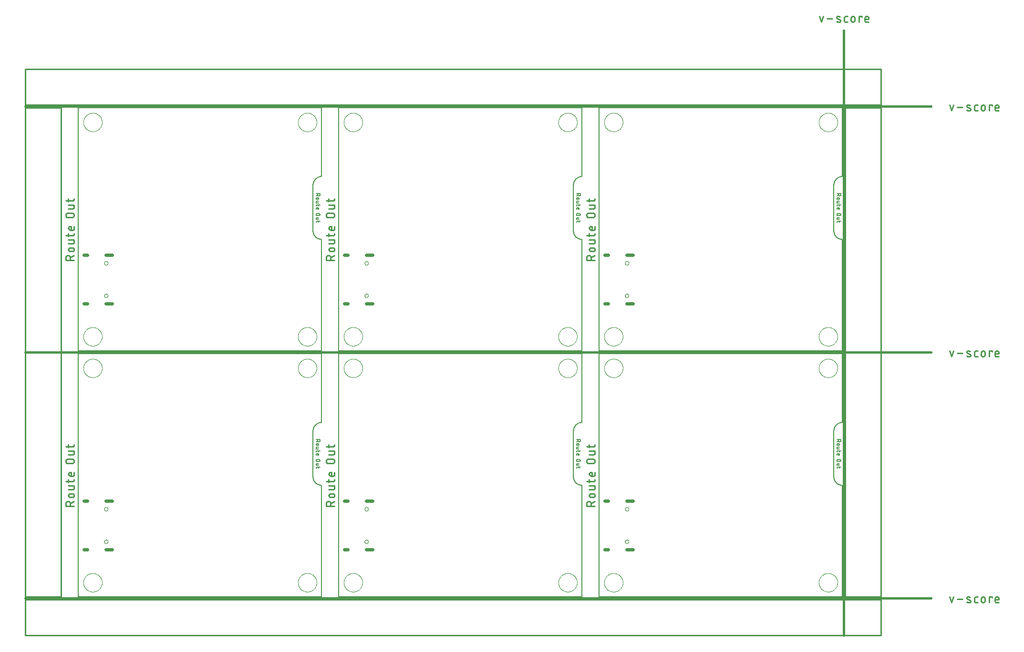
<source format=gko>
G04 EAGLE Gerber RS-274X export*
G75*
%MOMM*%
%FSLAX34Y34*%
%LPD*%
%IN*%
%IPPOS*%
%AMOC8*
5,1,8,0,0,1.08239X$1,22.5*%
G01*
%ADD10C,0.203200*%
%ADD11C,0.127000*%
%ADD12C,0.279400*%
%ADD13C,0.381000*%
%ADD14C,0.254000*%
%ADD15C,0.000000*%
%ADD16C,0.600000*%


D10*
X0Y0D02*
X0Y431800D01*
X431800Y431800D01*
X431800Y309880D01*
X431432Y309876D01*
X431064Y309862D01*
X430696Y309840D01*
X430329Y309809D01*
X429963Y309769D01*
X429598Y309720D01*
X429234Y309662D01*
X428872Y309596D01*
X428511Y309521D01*
X428153Y309437D01*
X427796Y309345D01*
X427442Y309244D01*
X427091Y309134D01*
X426742Y309016D01*
X426396Y308890D01*
X426053Y308755D01*
X425714Y308612D01*
X425378Y308461D01*
X425046Y308302D01*
X424718Y308134D01*
X424394Y307959D01*
X424074Y307776D01*
X423759Y307586D01*
X423448Y307388D01*
X423143Y307182D01*
X422842Y306969D01*
X422547Y306749D01*
X422257Y306522D01*
X421973Y306288D01*
X421694Y306047D01*
X421421Y305800D01*
X421155Y305546D01*
X420894Y305285D01*
X420640Y305019D01*
X420393Y304746D01*
X420152Y304467D01*
X419918Y304183D01*
X419691Y303893D01*
X419471Y303598D01*
X419258Y303297D01*
X419052Y302992D01*
X418854Y302681D01*
X418664Y302366D01*
X418481Y302046D01*
X418306Y301722D01*
X418138Y301394D01*
X417979Y301062D01*
X417828Y300726D01*
X417685Y300387D01*
X417550Y300044D01*
X417424Y299698D01*
X417306Y299349D01*
X417196Y298998D01*
X417095Y298644D01*
X417003Y298287D01*
X416919Y297929D01*
X416844Y297568D01*
X416778Y297206D01*
X416720Y296842D01*
X416671Y296477D01*
X416631Y296111D01*
X416600Y295744D01*
X416578Y295376D01*
X416564Y295008D01*
X416560Y294640D01*
X416560Y213360D01*
X416564Y212992D01*
X416578Y212624D01*
X416600Y212256D01*
X416631Y211889D01*
X416671Y211523D01*
X416720Y211158D01*
X416778Y210794D01*
X416844Y210432D01*
X416919Y210071D01*
X417003Y209713D01*
X417095Y209356D01*
X417196Y209002D01*
X417306Y208651D01*
X417424Y208302D01*
X417550Y207956D01*
X417685Y207613D01*
X417828Y207274D01*
X417979Y206938D01*
X418138Y206606D01*
X418306Y206278D01*
X418481Y205954D01*
X418664Y205634D01*
X418854Y205319D01*
X419052Y205008D01*
X419258Y204703D01*
X419471Y204402D01*
X419691Y204107D01*
X419918Y203817D01*
X420152Y203533D01*
X420393Y203254D01*
X420640Y202981D01*
X420894Y202715D01*
X421155Y202454D01*
X421421Y202200D01*
X421694Y201953D01*
X421973Y201712D01*
X422257Y201478D01*
X422547Y201251D01*
X422842Y201031D01*
X423143Y200818D01*
X423448Y200612D01*
X423759Y200414D01*
X424074Y200224D01*
X424394Y200041D01*
X424718Y199866D01*
X425046Y199698D01*
X425378Y199539D01*
X425714Y199388D01*
X426053Y199245D01*
X426396Y199110D01*
X426742Y198984D01*
X427091Y198866D01*
X427442Y198756D01*
X427796Y198655D01*
X428153Y198563D01*
X428511Y198479D01*
X428872Y198404D01*
X429234Y198338D01*
X429598Y198280D01*
X429963Y198231D01*
X430329Y198191D01*
X430696Y198160D01*
X431064Y198138D01*
X431432Y198124D01*
X431800Y198120D01*
X431800Y0D01*
X0Y0D01*
D11*
X422021Y279464D02*
X428879Y279464D01*
X428879Y277559D01*
X428877Y277474D01*
X428871Y277388D01*
X428862Y277303D01*
X428848Y277219D01*
X428831Y277135D01*
X428810Y277052D01*
X428786Y276970D01*
X428758Y276890D01*
X428726Y276810D01*
X428690Y276732D01*
X428652Y276656D01*
X428609Y276582D01*
X428564Y276510D01*
X428515Y276439D01*
X428463Y276371D01*
X428409Y276306D01*
X428351Y276243D01*
X428290Y276182D01*
X428227Y276124D01*
X428162Y276070D01*
X428094Y276018D01*
X428023Y275969D01*
X427951Y275924D01*
X427877Y275881D01*
X427801Y275843D01*
X427723Y275807D01*
X427643Y275775D01*
X427563Y275747D01*
X427481Y275723D01*
X427398Y275702D01*
X427314Y275685D01*
X427230Y275671D01*
X427145Y275662D01*
X427059Y275656D01*
X426974Y275654D01*
X426889Y275656D01*
X426803Y275662D01*
X426718Y275671D01*
X426634Y275685D01*
X426550Y275702D01*
X426467Y275723D01*
X426385Y275747D01*
X426305Y275775D01*
X426225Y275807D01*
X426147Y275843D01*
X426071Y275881D01*
X425997Y275924D01*
X425925Y275969D01*
X425854Y276018D01*
X425786Y276070D01*
X425721Y276124D01*
X425658Y276182D01*
X425597Y276243D01*
X425539Y276306D01*
X425485Y276371D01*
X425433Y276439D01*
X425384Y276510D01*
X425339Y276582D01*
X425296Y276656D01*
X425258Y276732D01*
X425222Y276810D01*
X425190Y276890D01*
X425162Y276970D01*
X425138Y277052D01*
X425117Y277135D01*
X425100Y277219D01*
X425086Y277303D01*
X425077Y277388D01*
X425071Y277474D01*
X425069Y277559D01*
X425069Y279464D01*
X425069Y277178D02*
X422021Y275654D01*
X423545Y272325D02*
X425069Y272325D01*
X425146Y272323D01*
X425223Y272317D01*
X425300Y272307D01*
X425376Y272294D01*
X425451Y272276D01*
X425525Y272255D01*
X425598Y272230D01*
X425670Y272201D01*
X425740Y272169D01*
X425809Y272134D01*
X425875Y272094D01*
X425940Y272052D01*
X426002Y272006D01*
X426062Y271957D01*
X426119Y271906D01*
X426174Y271851D01*
X426225Y271794D01*
X426274Y271734D01*
X426320Y271672D01*
X426362Y271607D01*
X426402Y271541D01*
X426437Y271472D01*
X426469Y271402D01*
X426498Y271330D01*
X426523Y271257D01*
X426544Y271183D01*
X426562Y271108D01*
X426575Y271032D01*
X426585Y270955D01*
X426591Y270878D01*
X426593Y270801D01*
X426591Y270724D01*
X426585Y270647D01*
X426575Y270570D01*
X426562Y270494D01*
X426544Y270419D01*
X426523Y270345D01*
X426498Y270272D01*
X426469Y270200D01*
X426437Y270130D01*
X426402Y270061D01*
X426362Y269995D01*
X426320Y269930D01*
X426274Y269868D01*
X426225Y269808D01*
X426174Y269751D01*
X426119Y269696D01*
X426062Y269645D01*
X426002Y269596D01*
X425940Y269550D01*
X425875Y269508D01*
X425809Y269468D01*
X425740Y269433D01*
X425670Y269401D01*
X425598Y269372D01*
X425525Y269347D01*
X425451Y269326D01*
X425376Y269308D01*
X425300Y269295D01*
X425223Y269285D01*
X425146Y269279D01*
X425069Y269277D01*
X423545Y269277D01*
X423468Y269279D01*
X423391Y269285D01*
X423314Y269295D01*
X423238Y269308D01*
X423163Y269326D01*
X423089Y269347D01*
X423016Y269372D01*
X422944Y269401D01*
X422874Y269433D01*
X422805Y269468D01*
X422739Y269508D01*
X422674Y269550D01*
X422612Y269596D01*
X422552Y269645D01*
X422495Y269696D01*
X422440Y269751D01*
X422389Y269808D01*
X422340Y269868D01*
X422294Y269930D01*
X422252Y269995D01*
X422212Y270061D01*
X422177Y270130D01*
X422145Y270200D01*
X422116Y270272D01*
X422091Y270345D01*
X422070Y270419D01*
X422052Y270494D01*
X422039Y270570D01*
X422029Y270647D01*
X422023Y270724D01*
X422021Y270801D01*
X422023Y270878D01*
X422029Y270955D01*
X422039Y271032D01*
X422052Y271108D01*
X422070Y271183D01*
X422091Y271257D01*
X422116Y271330D01*
X422145Y271402D01*
X422177Y271472D01*
X422212Y271541D01*
X422252Y271607D01*
X422294Y271672D01*
X422340Y271734D01*
X422389Y271794D01*
X422440Y271851D01*
X422495Y271906D01*
X422552Y271957D01*
X422612Y272006D01*
X422674Y272052D01*
X422739Y272094D01*
X422805Y272134D01*
X422874Y272169D01*
X422944Y272201D01*
X423016Y272230D01*
X423089Y272255D01*
X423163Y272276D01*
X423238Y272294D01*
X423314Y272307D01*
X423391Y272317D01*
X423468Y272323D01*
X423545Y272325D01*
X423164Y265741D02*
X426593Y265741D01*
X423164Y265741D02*
X423098Y265739D01*
X423031Y265733D01*
X422966Y265724D01*
X422900Y265710D01*
X422836Y265693D01*
X422773Y265672D01*
X422711Y265648D01*
X422651Y265619D01*
X422593Y265588D01*
X422536Y265553D01*
X422481Y265515D01*
X422429Y265474D01*
X422380Y265429D01*
X422333Y265382D01*
X422288Y265333D01*
X422247Y265281D01*
X422209Y265226D01*
X422174Y265170D01*
X422143Y265111D01*
X422114Y265051D01*
X422090Y264989D01*
X422069Y264926D01*
X422052Y264862D01*
X422038Y264796D01*
X422029Y264731D01*
X422023Y264664D01*
X422021Y264598D01*
X422021Y262693D01*
X426593Y262693D01*
X426593Y259839D02*
X426593Y257553D01*
X428879Y259077D02*
X423164Y259077D01*
X423098Y259075D01*
X423031Y259069D01*
X422966Y259060D01*
X422900Y259046D01*
X422836Y259029D01*
X422773Y259008D01*
X422711Y258984D01*
X422651Y258955D01*
X422593Y258924D01*
X422536Y258889D01*
X422481Y258851D01*
X422429Y258810D01*
X422380Y258765D01*
X422333Y258718D01*
X422288Y258669D01*
X422247Y258617D01*
X422209Y258562D01*
X422174Y258506D01*
X422143Y258447D01*
X422114Y258387D01*
X422090Y258325D01*
X422069Y258262D01*
X422052Y258198D01*
X422038Y258132D01*
X422029Y258067D01*
X422023Y258000D01*
X422021Y257934D01*
X422021Y257553D01*
X422021Y253382D02*
X422021Y251477D01*
X422021Y253382D02*
X422023Y253448D01*
X422029Y253515D01*
X422038Y253580D01*
X422052Y253646D01*
X422069Y253710D01*
X422090Y253773D01*
X422114Y253835D01*
X422143Y253895D01*
X422174Y253954D01*
X422209Y254010D01*
X422247Y254065D01*
X422288Y254117D01*
X422333Y254166D01*
X422380Y254213D01*
X422429Y254258D01*
X422481Y254299D01*
X422536Y254337D01*
X422593Y254372D01*
X422651Y254403D01*
X422711Y254432D01*
X422773Y254456D01*
X422836Y254477D01*
X422900Y254494D01*
X422966Y254508D01*
X423031Y254517D01*
X423098Y254523D01*
X423164Y254525D01*
X425069Y254525D01*
X425146Y254523D01*
X425223Y254517D01*
X425300Y254507D01*
X425376Y254494D01*
X425451Y254476D01*
X425525Y254455D01*
X425598Y254430D01*
X425670Y254401D01*
X425740Y254369D01*
X425809Y254334D01*
X425875Y254294D01*
X425940Y254252D01*
X426002Y254206D01*
X426062Y254157D01*
X426119Y254106D01*
X426174Y254051D01*
X426225Y253994D01*
X426274Y253934D01*
X426320Y253872D01*
X426362Y253807D01*
X426402Y253741D01*
X426437Y253672D01*
X426469Y253602D01*
X426498Y253530D01*
X426523Y253457D01*
X426544Y253383D01*
X426562Y253308D01*
X426575Y253232D01*
X426585Y253155D01*
X426591Y253078D01*
X426593Y253001D01*
X426591Y252924D01*
X426585Y252847D01*
X426575Y252770D01*
X426562Y252694D01*
X426544Y252619D01*
X426523Y252545D01*
X426498Y252472D01*
X426469Y252400D01*
X426437Y252330D01*
X426402Y252261D01*
X426362Y252195D01*
X426320Y252130D01*
X426274Y252068D01*
X426225Y252008D01*
X426174Y251951D01*
X426119Y251896D01*
X426062Y251845D01*
X426002Y251796D01*
X425940Y251750D01*
X425875Y251708D01*
X425809Y251668D01*
X425740Y251633D01*
X425670Y251601D01*
X425598Y251572D01*
X425525Y251547D01*
X425451Y251526D01*
X425376Y251508D01*
X425300Y251495D01*
X425223Y251485D01*
X425146Y251479D01*
X425069Y251477D01*
X424307Y251477D01*
X424307Y254525D01*
X423926Y244177D02*
X426974Y244177D01*
X427059Y244175D01*
X427145Y244169D01*
X427230Y244160D01*
X427314Y244146D01*
X427398Y244129D01*
X427481Y244108D01*
X427563Y244084D01*
X427643Y244056D01*
X427723Y244024D01*
X427801Y243988D01*
X427877Y243950D01*
X427951Y243907D01*
X428023Y243862D01*
X428094Y243813D01*
X428162Y243761D01*
X428227Y243707D01*
X428290Y243649D01*
X428351Y243588D01*
X428409Y243525D01*
X428463Y243460D01*
X428515Y243392D01*
X428564Y243321D01*
X428609Y243249D01*
X428652Y243175D01*
X428690Y243099D01*
X428726Y243021D01*
X428758Y242941D01*
X428786Y242861D01*
X428810Y242779D01*
X428831Y242696D01*
X428848Y242612D01*
X428862Y242528D01*
X428871Y242443D01*
X428877Y242357D01*
X428879Y242272D01*
X428877Y242187D01*
X428871Y242101D01*
X428862Y242016D01*
X428848Y241932D01*
X428831Y241848D01*
X428810Y241765D01*
X428786Y241683D01*
X428758Y241603D01*
X428726Y241523D01*
X428690Y241445D01*
X428652Y241369D01*
X428609Y241295D01*
X428564Y241223D01*
X428515Y241152D01*
X428463Y241084D01*
X428409Y241019D01*
X428351Y240956D01*
X428290Y240895D01*
X428227Y240837D01*
X428162Y240783D01*
X428094Y240731D01*
X428023Y240682D01*
X427951Y240637D01*
X427877Y240594D01*
X427801Y240556D01*
X427723Y240520D01*
X427643Y240488D01*
X427563Y240460D01*
X427481Y240436D01*
X427398Y240415D01*
X427314Y240398D01*
X427230Y240384D01*
X427145Y240375D01*
X427059Y240369D01*
X426974Y240367D01*
X423926Y240367D01*
X423841Y240369D01*
X423755Y240375D01*
X423670Y240384D01*
X423586Y240398D01*
X423502Y240415D01*
X423419Y240436D01*
X423337Y240460D01*
X423257Y240488D01*
X423177Y240520D01*
X423099Y240556D01*
X423023Y240594D01*
X422949Y240637D01*
X422877Y240682D01*
X422806Y240731D01*
X422738Y240783D01*
X422673Y240837D01*
X422610Y240895D01*
X422549Y240956D01*
X422491Y241019D01*
X422437Y241084D01*
X422385Y241152D01*
X422336Y241223D01*
X422291Y241295D01*
X422248Y241369D01*
X422210Y241445D01*
X422174Y241523D01*
X422142Y241603D01*
X422114Y241683D01*
X422090Y241765D01*
X422069Y241848D01*
X422052Y241932D01*
X422038Y242016D01*
X422029Y242101D01*
X422023Y242187D01*
X422021Y242272D01*
X422023Y242357D01*
X422029Y242443D01*
X422038Y242528D01*
X422052Y242612D01*
X422069Y242696D01*
X422090Y242779D01*
X422114Y242861D01*
X422142Y242941D01*
X422174Y243021D01*
X422210Y243099D01*
X422248Y243175D01*
X422291Y243249D01*
X422336Y243321D01*
X422385Y243392D01*
X422437Y243460D01*
X422491Y243525D01*
X422549Y243588D01*
X422610Y243649D01*
X422673Y243707D01*
X422738Y243761D01*
X422806Y243813D01*
X422877Y243862D01*
X422949Y243907D01*
X423023Y243950D01*
X423099Y243988D01*
X423177Y244024D01*
X423257Y244056D01*
X423337Y244084D01*
X423419Y244108D01*
X423502Y244129D01*
X423586Y244146D01*
X423670Y244160D01*
X423755Y244169D01*
X423841Y244175D01*
X423926Y244177D01*
X423164Y236724D02*
X426593Y236724D01*
X423164Y236724D02*
X423098Y236722D01*
X423031Y236716D01*
X422966Y236707D01*
X422900Y236693D01*
X422836Y236676D01*
X422773Y236655D01*
X422711Y236631D01*
X422651Y236602D01*
X422593Y236571D01*
X422536Y236536D01*
X422481Y236498D01*
X422429Y236457D01*
X422380Y236412D01*
X422333Y236365D01*
X422288Y236316D01*
X422247Y236264D01*
X422209Y236209D01*
X422174Y236153D01*
X422143Y236094D01*
X422114Y236034D01*
X422090Y235972D01*
X422069Y235909D01*
X422052Y235845D01*
X422038Y235779D01*
X422029Y235714D01*
X422023Y235647D01*
X422021Y235581D01*
X422021Y233676D01*
X426593Y233676D01*
X426593Y230822D02*
X426593Y228536D01*
X428879Y230060D02*
X423164Y230060D01*
X423098Y230058D01*
X423031Y230052D01*
X422966Y230043D01*
X422900Y230029D01*
X422836Y230012D01*
X422773Y229991D01*
X422711Y229967D01*
X422651Y229938D01*
X422593Y229907D01*
X422536Y229872D01*
X422481Y229834D01*
X422429Y229793D01*
X422380Y229748D01*
X422333Y229701D01*
X422288Y229652D01*
X422247Y229600D01*
X422209Y229545D01*
X422174Y229489D01*
X422143Y229430D01*
X422114Y229370D01*
X422090Y229308D01*
X422069Y229245D01*
X422052Y229181D01*
X422038Y229115D01*
X422029Y229050D01*
X422023Y228983D01*
X422021Y228917D01*
X422021Y228536D01*
D12*
X-7747Y161404D02*
X-22733Y161404D01*
X-22733Y165567D01*
X-22731Y165695D01*
X-22725Y165823D01*
X-22715Y165951D01*
X-22701Y166079D01*
X-22684Y166206D01*
X-22662Y166332D01*
X-22637Y166458D01*
X-22607Y166582D01*
X-22574Y166706D01*
X-22537Y166829D01*
X-22496Y166951D01*
X-22452Y167071D01*
X-22404Y167190D01*
X-22352Y167307D01*
X-22297Y167423D01*
X-22238Y167536D01*
X-22175Y167649D01*
X-22109Y167759D01*
X-22040Y167866D01*
X-21968Y167972D01*
X-21892Y168076D01*
X-21813Y168177D01*
X-21731Y168276D01*
X-21646Y168372D01*
X-21559Y168465D01*
X-21468Y168556D01*
X-21375Y168643D01*
X-21279Y168728D01*
X-21180Y168810D01*
X-21079Y168889D01*
X-20975Y168965D01*
X-20869Y169037D01*
X-20762Y169106D01*
X-20651Y169172D01*
X-20539Y169235D01*
X-20426Y169294D01*
X-20310Y169349D01*
X-20193Y169401D01*
X-20074Y169449D01*
X-19954Y169493D01*
X-19832Y169534D01*
X-19709Y169571D01*
X-19585Y169604D01*
X-19461Y169634D01*
X-19335Y169659D01*
X-19209Y169681D01*
X-19082Y169698D01*
X-18954Y169712D01*
X-18826Y169722D01*
X-18698Y169728D01*
X-18570Y169730D01*
X-18442Y169728D01*
X-18314Y169722D01*
X-18186Y169712D01*
X-18058Y169698D01*
X-17931Y169681D01*
X-17805Y169659D01*
X-17679Y169634D01*
X-17555Y169604D01*
X-17431Y169571D01*
X-17308Y169534D01*
X-17186Y169493D01*
X-17066Y169449D01*
X-16947Y169401D01*
X-16830Y169349D01*
X-16714Y169294D01*
X-16601Y169235D01*
X-16489Y169172D01*
X-16378Y169106D01*
X-16271Y169037D01*
X-16165Y168965D01*
X-16061Y168889D01*
X-15960Y168810D01*
X-15861Y168728D01*
X-15765Y168643D01*
X-15672Y168556D01*
X-15581Y168465D01*
X-15494Y168372D01*
X-15409Y168276D01*
X-15327Y168177D01*
X-15248Y168076D01*
X-15172Y167972D01*
X-15100Y167866D01*
X-15031Y167759D01*
X-14965Y167649D01*
X-14902Y167536D01*
X-14843Y167423D01*
X-14788Y167307D01*
X-14736Y167190D01*
X-14688Y167071D01*
X-14644Y166951D01*
X-14603Y166829D01*
X-14566Y166706D01*
X-14533Y166582D01*
X-14503Y166458D01*
X-14478Y166332D01*
X-14456Y166206D01*
X-14439Y166079D01*
X-14425Y165951D01*
X-14415Y165823D01*
X-14409Y165695D01*
X-14407Y165567D01*
X-14407Y161404D01*
X-14407Y166399D02*
X-7747Y169729D01*
X-11077Y176688D02*
X-14407Y176688D01*
X-14521Y176690D01*
X-14634Y176696D01*
X-14748Y176705D01*
X-14860Y176719D01*
X-14973Y176736D01*
X-15085Y176758D01*
X-15195Y176783D01*
X-15305Y176811D01*
X-15414Y176844D01*
X-15522Y176880D01*
X-15629Y176920D01*
X-15734Y176964D01*
X-15837Y177011D01*
X-15939Y177061D01*
X-16039Y177115D01*
X-16137Y177173D01*
X-16233Y177234D01*
X-16327Y177297D01*
X-16419Y177365D01*
X-16509Y177435D01*
X-16595Y177508D01*
X-16680Y177584D01*
X-16762Y177663D01*
X-16841Y177745D01*
X-16917Y177830D01*
X-16990Y177916D01*
X-17060Y178006D01*
X-17128Y178098D01*
X-17191Y178192D01*
X-17252Y178288D01*
X-17310Y178386D01*
X-17364Y178486D01*
X-17414Y178588D01*
X-17461Y178691D01*
X-17505Y178796D01*
X-17545Y178903D01*
X-17581Y179011D01*
X-17614Y179120D01*
X-17642Y179230D01*
X-17667Y179340D01*
X-17689Y179452D01*
X-17706Y179565D01*
X-17720Y179677D01*
X-17729Y179791D01*
X-17735Y179904D01*
X-17737Y180018D01*
X-17735Y180132D01*
X-17729Y180245D01*
X-17720Y180359D01*
X-17706Y180471D01*
X-17689Y180584D01*
X-17667Y180696D01*
X-17642Y180806D01*
X-17614Y180916D01*
X-17581Y181025D01*
X-17545Y181133D01*
X-17505Y181240D01*
X-17461Y181345D01*
X-17414Y181448D01*
X-17364Y181550D01*
X-17310Y181650D01*
X-17252Y181748D01*
X-17191Y181844D01*
X-17128Y181938D01*
X-17060Y182030D01*
X-16990Y182120D01*
X-16917Y182206D01*
X-16841Y182291D01*
X-16762Y182373D01*
X-16680Y182452D01*
X-16595Y182528D01*
X-16509Y182601D01*
X-16419Y182671D01*
X-16327Y182739D01*
X-16233Y182802D01*
X-16137Y182863D01*
X-16039Y182921D01*
X-15939Y182975D01*
X-15837Y183025D01*
X-15734Y183072D01*
X-15629Y183116D01*
X-15522Y183156D01*
X-15414Y183192D01*
X-15305Y183225D01*
X-15195Y183253D01*
X-15085Y183278D01*
X-14973Y183300D01*
X-14860Y183317D01*
X-14748Y183331D01*
X-14634Y183340D01*
X-14521Y183346D01*
X-14407Y183348D01*
X-11077Y183348D01*
X-10963Y183346D01*
X-10850Y183340D01*
X-10736Y183331D01*
X-10624Y183317D01*
X-10511Y183300D01*
X-10399Y183278D01*
X-10289Y183253D01*
X-10179Y183225D01*
X-10070Y183192D01*
X-9962Y183156D01*
X-9855Y183116D01*
X-9750Y183072D01*
X-9647Y183025D01*
X-9545Y182975D01*
X-9445Y182921D01*
X-9347Y182863D01*
X-9251Y182802D01*
X-9157Y182739D01*
X-9065Y182671D01*
X-8975Y182601D01*
X-8889Y182528D01*
X-8804Y182452D01*
X-8722Y182373D01*
X-8643Y182291D01*
X-8567Y182206D01*
X-8494Y182120D01*
X-8424Y182030D01*
X-8356Y181938D01*
X-8293Y181844D01*
X-8232Y181748D01*
X-8174Y181650D01*
X-8120Y181550D01*
X-8070Y181448D01*
X-8023Y181345D01*
X-7979Y181240D01*
X-7939Y181133D01*
X-7903Y181025D01*
X-7870Y180916D01*
X-7842Y180806D01*
X-7817Y180696D01*
X-7795Y180584D01*
X-7778Y180471D01*
X-7764Y180359D01*
X-7755Y180245D01*
X-7749Y180132D01*
X-7747Y180018D01*
X-7749Y179904D01*
X-7755Y179791D01*
X-7764Y179677D01*
X-7778Y179565D01*
X-7795Y179452D01*
X-7817Y179340D01*
X-7842Y179230D01*
X-7870Y179120D01*
X-7903Y179011D01*
X-7939Y178903D01*
X-7979Y178796D01*
X-8023Y178691D01*
X-8070Y178588D01*
X-8120Y178486D01*
X-8174Y178386D01*
X-8232Y178288D01*
X-8293Y178192D01*
X-8356Y178098D01*
X-8424Y178006D01*
X-8494Y177916D01*
X-8567Y177830D01*
X-8643Y177745D01*
X-8722Y177663D01*
X-8804Y177584D01*
X-8889Y177508D01*
X-8975Y177435D01*
X-9065Y177365D01*
X-9157Y177297D01*
X-9251Y177234D01*
X-9347Y177173D01*
X-9445Y177115D01*
X-9545Y177061D01*
X-9647Y177011D01*
X-9750Y176964D01*
X-9855Y176920D01*
X-9962Y176880D01*
X-10070Y176844D01*
X-10179Y176811D01*
X-10289Y176783D01*
X-10399Y176758D01*
X-10511Y176736D01*
X-10624Y176719D01*
X-10736Y176705D01*
X-10850Y176696D01*
X-10963Y176690D01*
X-11077Y176688D01*
X-10245Y190756D02*
X-17738Y190756D01*
X-10245Y190755D02*
X-10147Y190757D01*
X-10049Y190763D01*
X-9951Y190772D01*
X-9854Y190786D01*
X-9758Y190803D01*
X-9662Y190824D01*
X-9567Y190849D01*
X-9473Y190877D01*
X-9380Y190909D01*
X-9289Y190945D01*
X-9199Y190984D01*
X-9111Y191027D01*
X-9024Y191074D01*
X-8940Y191123D01*
X-8857Y191176D01*
X-8777Y191232D01*
X-8699Y191291D01*
X-8623Y191354D01*
X-8549Y191419D01*
X-8479Y191487D01*
X-8411Y191557D01*
X-8346Y191631D01*
X-8283Y191707D01*
X-8224Y191785D01*
X-8168Y191865D01*
X-8115Y191948D01*
X-8066Y192032D01*
X-8019Y192119D01*
X-7976Y192207D01*
X-7937Y192297D01*
X-7901Y192388D01*
X-7869Y192481D01*
X-7841Y192575D01*
X-7816Y192670D01*
X-7795Y192766D01*
X-7778Y192862D01*
X-7764Y192959D01*
X-7755Y193057D01*
X-7749Y193155D01*
X-7747Y193253D01*
X-7747Y197416D01*
X-17738Y197416D01*
X-17738Y203397D02*
X-17738Y208392D01*
X-22733Y205062D02*
X-10245Y205062D01*
X-10147Y205064D01*
X-10049Y205070D01*
X-9951Y205079D01*
X-9854Y205093D01*
X-9758Y205110D01*
X-9662Y205131D01*
X-9567Y205156D01*
X-9473Y205184D01*
X-9380Y205216D01*
X-9289Y205252D01*
X-9199Y205291D01*
X-9111Y205334D01*
X-9024Y205381D01*
X-8940Y205430D01*
X-8857Y205483D01*
X-8777Y205539D01*
X-8699Y205598D01*
X-8623Y205661D01*
X-8549Y205726D01*
X-8479Y205794D01*
X-8411Y205864D01*
X-8346Y205938D01*
X-8283Y206014D01*
X-8224Y206092D01*
X-8168Y206172D01*
X-8115Y206255D01*
X-8066Y206339D01*
X-8019Y206426D01*
X-7976Y206514D01*
X-7937Y206604D01*
X-7901Y206695D01*
X-7869Y206788D01*
X-7841Y206882D01*
X-7816Y206977D01*
X-7795Y207073D01*
X-7778Y207169D01*
X-7764Y207266D01*
X-7755Y207364D01*
X-7749Y207462D01*
X-7747Y207560D01*
X-7747Y208392D01*
X-7747Y217221D02*
X-7747Y221384D01*
X-7747Y217221D02*
X-7749Y217123D01*
X-7755Y217025D01*
X-7764Y216927D01*
X-7778Y216830D01*
X-7795Y216734D01*
X-7816Y216638D01*
X-7841Y216543D01*
X-7869Y216449D01*
X-7901Y216356D01*
X-7937Y216265D01*
X-7976Y216175D01*
X-8019Y216087D01*
X-8066Y216000D01*
X-8115Y215916D01*
X-8168Y215833D01*
X-8224Y215753D01*
X-8283Y215675D01*
X-8346Y215599D01*
X-8411Y215525D01*
X-8479Y215455D01*
X-8549Y215387D01*
X-8623Y215322D01*
X-8699Y215259D01*
X-8777Y215200D01*
X-8857Y215144D01*
X-8940Y215091D01*
X-9024Y215042D01*
X-9111Y214995D01*
X-9199Y214952D01*
X-9289Y214913D01*
X-9380Y214877D01*
X-9473Y214845D01*
X-9567Y214817D01*
X-9662Y214792D01*
X-9758Y214771D01*
X-9854Y214754D01*
X-9951Y214740D01*
X-10049Y214731D01*
X-10147Y214725D01*
X-10245Y214723D01*
X-10245Y214724D02*
X-14407Y214724D01*
X-14521Y214726D01*
X-14634Y214732D01*
X-14748Y214741D01*
X-14860Y214755D01*
X-14973Y214772D01*
X-15085Y214794D01*
X-15195Y214819D01*
X-15305Y214847D01*
X-15414Y214880D01*
X-15522Y214916D01*
X-15629Y214956D01*
X-15734Y215000D01*
X-15837Y215047D01*
X-15939Y215097D01*
X-16039Y215151D01*
X-16137Y215209D01*
X-16233Y215270D01*
X-16327Y215333D01*
X-16419Y215401D01*
X-16509Y215471D01*
X-16595Y215544D01*
X-16680Y215620D01*
X-16762Y215699D01*
X-16841Y215781D01*
X-16917Y215866D01*
X-16990Y215952D01*
X-17060Y216042D01*
X-17128Y216134D01*
X-17191Y216228D01*
X-17252Y216324D01*
X-17310Y216422D01*
X-17364Y216522D01*
X-17414Y216624D01*
X-17461Y216727D01*
X-17505Y216832D01*
X-17545Y216939D01*
X-17581Y217047D01*
X-17614Y217156D01*
X-17642Y217266D01*
X-17667Y217376D01*
X-17689Y217488D01*
X-17706Y217601D01*
X-17720Y217713D01*
X-17729Y217827D01*
X-17735Y217940D01*
X-17737Y218054D01*
X-17735Y218168D01*
X-17729Y218281D01*
X-17720Y218395D01*
X-17706Y218507D01*
X-17689Y218620D01*
X-17667Y218732D01*
X-17642Y218842D01*
X-17614Y218952D01*
X-17581Y219061D01*
X-17545Y219169D01*
X-17505Y219276D01*
X-17461Y219381D01*
X-17414Y219484D01*
X-17364Y219586D01*
X-17310Y219686D01*
X-17252Y219784D01*
X-17191Y219880D01*
X-17128Y219974D01*
X-17060Y220066D01*
X-16990Y220156D01*
X-16917Y220242D01*
X-16841Y220327D01*
X-16762Y220409D01*
X-16680Y220488D01*
X-16595Y220564D01*
X-16509Y220637D01*
X-16419Y220707D01*
X-16327Y220775D01*
X-16233Y220838D01*
X-16137Y220899D01*
X-16039Y220957D01*
X-15939Y221011D01*
X-15837Y221061D01*
X-15734Y221108D01*
X-15629Y221152D01*
X-15522Y221192D01*
X-15414Y221228D01*
X-15305Y221261D01*
X-15195Y221289D01*
X-15085Y221314D01*
X-14973Y221336D01*
X-14860Y221353D01*
X-14748Y221367D01*
X-14634Y221376D01*
X-14521Y221382D01*
X-14407Y221384D01*
X-12742Y221384D01*
X-12742Y214724D01*
X-11910Y236817D02*
X-18570Y236817D01*
X-18698Y236819D01*
X-18826Y236825D01*
X-18954Y236835D01*
X-19082Y236849D01*
X-19209Y236866D01*
X-19335Y236888D01*
X-19461Y236913D01*
X-19585Y236943D01*
X-19709Y236976D01*
X-19832Y237013D01*
X-19954Y237054D01*
X-20074Y237098D01*
X-20193Y237146D01*
X-20310Y237198D01*
X-20426Y237253D01*
X-20539Y237312D01*
X-20652Y237375D01*
X-20762Y237441D01*
X-20869Y237510D01*
X-20975Y237582D01*
X-21079Y237658D01*
X-21180Y237737D01*
X-21279Y237819D01*
X-21375Y237904D01*
X-21468Y237991D01*
X-21559Y238082D01*
X-21646Y238175D01*
X-21731Y238271D01*
X-21813Y238370D01*
X-21892Y238471D01*
X-21968Y238575D01*
X-22040Y238681D01*
X-22109Y238788D01*
X-22175Y238899D01*
X-22238Y239011D01*
X-22297Y239124D01*
X-22352Y239240D01*
X-22404Y239357D01*
X-22452Y239476D01*
X-22496Y239596D01*
X-22537Y239718D01*
X-22574Y239841D01*
X-22607Y239965D01*
X-22637Y240089D01*
X-22662Y240215D01*
X-22684Y240341D01*
X-22701Y240468D01*
X-22715Y240596D01*
X-22725Y240724D01*
X-22731Y240852D01*
X-22733Y240980D01*
X-22731Y241108D01*
X-22725Y241236D01*
X-22715Y241364D01*
X-22701Y241492D01*
X-22684Y241619D01*
X-22662Y241745D01*
X-22637Y241871D01*
X-22607Y241995D01*
X-22574Y242119D01*
X-22537Y242242D01*
X-22496Y242364D01*
X-22452Y242484D01*
X-22404Y242603D01*
X-22352Y242720D01*
X-22297Y242836D01*
X-22238Y242949D01*
X-22175Y243062D01*
X-22109Y243172D01*
X-22040Y243279D01*
X-21968Y243385D01*
X-21892Y243489D01*
X-21813Y243590D01*
X-21731Y243689D01*
X-21646Y243785D01*
X-21559Y243878D01*
X-21468Y243969D01*
X-21375Y244056D01*
X-21279Y244141D01*
X-21180Y244223D01*
X-21079Y244302D01*
X-20975Y244378D01*
X-20869Y244450D01*
X-20762Y244519D01*
X-20651Y244585D01*
X-20539Y244648D01*
X-20426Y244707D01*
X-20310Y244762D01*
X-20193Y244814D01*
X-20074Y244862D01*
X-19954Y244906D01*
X-19832Y244947D01*
X-19709Y244984D01*
X-19585Y245017D01*
X-19461Y245047D01*
X-19335Y245072D01*
X-19209Y245094D01*
X-19082Y245111D01*
X-18954Y245125D01*
X-18826Y245135D01*
X-18698Y245141D01*
X-18570Y245143D01*
X-18570Y245142D02*
X-11910Y245142D01*
X-11910Y245143D02*
X-11782Y245141D01*
X-11654Y245135D01*
X-11526Y245125D01*
X-11398Y245111D01*
X-11271Y245094D01*
X-11145Y245072D01*
X-11019Y245047D01*
X-10895Y245017D01*
X-10771Y244984D01*
X-10648Y244947D01*
X-10526Y244906D01*
X-10406Y244862D01*
X-10287Y244814D01*
X-10170Y244762D01*
X-10054Y244707D01*
X-9941Y244648D01*
X-9828Y244585D01*
X-9718Y244519D01*
X-9611Y244450D01*
X-9505Y244378D01*
X-9401Y244302D01*
X-9300Y244223D01*
X-9201Y244141D01*
X-9105Y244056D01*
X-9012Y243969D01*
X-8921Y243878D01*
X-8834Y243785D01*
X-8749Y243689D01*
X-8667Y243590D01*
X-8588Y243489D01*
X-8512Y243385D01*
X-8440Y243279D01*
X-8371Y243172D01*
X-8305Y243061D01*
X-8242Y242949D01*
X-8183Y242836D01*
X-8128Y242720D01*
X-8076Y242603D01*
X-8028Y242484D01*
X-7984Y242364D01*
X-7943Y242242D01*
X-7906Y242119D01*
X-7873Y241995D01*
X-7843Y241871D01*
X-7818Y241745D01*
X-7796Y241619D01*
X-7779Y241492D01*
X-7765Y241364D01*
X-7755Y241236D01*
X-7749Y241108D01*
X-7747Y240980D01*
X-7749Y240852D01*
X-7755Y240724D01*
X-7765Y240596D01*
X-7779Y240468D01*
X-7796Y240341D01*
X-7818Y240215D01*
X-7843Y240089D01*
X-7873Y239965D01*
X-7906Y239841D01*
X-7943Y239718D01*
X-7984Y239596D01*
X-8028Y239476D01*
X-8076Y239357D01*
X-8128Y239240D01*
X-8183Y239124D01*
X-8242Y239011D01*
X-8305Y238899D01*
X-8371Y238788D01*
X-8440Y238681D01*
X-8512Y238575D01*
X-8588Y238471D01*
X-8667Y238370D01*
X-8749Y238271D01*
X-8834Y238175D01*
X-8921Y238082D01*
X-9012Y237991D01*
X-9105Y237904D01*
X-9201Y237819D01*
X-9300Y237737D01*
X-9401Y237658D01*
X-9505Y237582D01*
X-9611Y237510D01*
X-9718Y237441D01*
X-9829Y237375D01*
X-9941Y237312D01*
X-10054Y237253D01*
X-10170Y237198D01*
X-10287Y237146D01*
X-10406Y237098D01*
X-10526Y237054D01*
X-10648Y237013D01*
X-10771Y236976D01*
X-10895Y236943D01*
X-11019Y236913D01*
X-11145Y236888D01*
X-11271Y236866D01*
X-11398Y236849D01*
X-11526Y236835D01*
X-11654Y236825D01*
X-11782Y236819D01*
X-11910Y236817D01*
X-10245Y252759D02*
X-17738Y252759D01*
X-10245Y252759D02*
X-10147Y252761D01*
X-10049Y252767D01*
X-9951Y252776D01*
X-9854Y252790D01*
X-9758Y252807D01*
X-9662Y252828D01*
X-9567Y252853D01*
X-9473Y252881D01*
X-9380Y252913D01*
X-9289Y252949D01*
X-9199Y252988D01*
X-9111Y253031D01*
X-9024Y253078D01*
X-8940Y253127D01*
X-8857Y253180D01*
X-8777Y253236D01*
X-8699Y253295D01*
X-8623Y253358D01*
X-8549Y253423D01*
X-8479Y253491D01*
X-8411Y253561D01*
X-8346Y253635D01*
X-8283Y253711D01*
X-8224Y253789D01*
X-8168Y253869D01*
X-8115Y253952D01*
X-8066Y254036D01*
X-8019Y254123D01*
X-7976Y254211D01*
X-7937Y254301D01*
X-7901Y254392D01*
X-7869Y254485D01*
X-7841Y254579D01*
X-7816Y254674D01*
X-7795Y254770D01*
X-7778Y254866D01*
X-7764Y254963D01*
X-7755Y255061D01*
X-7749Y255159D01*
X-7747Y255257D01*
X-7747Y259420D01*
X-17738Y259420D01*
X-17738Y265401D02*
X-17738Y270396D01*
X-22733Y267066D02*
X-10245Y267066D01*
X-10147Y267068D01*
X-10049Y267074D01*
X-9951Y267083D01*
X-9854Y267097D01*
X-9758Y267114D01*
X-9662Y267135D01*
X-9567Y267160D01*
X-9473Y267188D01*
X-9380Y267220D01*
X-9289Y267256D01*
X-9199Y267295D01*
X-9111Y267338D01*
X-9024Y267385D01*
X-8940Y267434D01*
X-8857Y267487D01*
X-8777Y267543D01*
X-8699Y267602D01*
X-8623Y267665D01*
X-8549Y267730D01*
X-8479Y267798D01*
X-8411Y267868D01*
X-8346Y267942D01*
X-8283Y268018D01*
X-8224Y268096D01*
X-8168Y268176D01*
X-8115Y268259D01*
X-8066Y268343D01*
X-8019Y268430D01*
X-7976Y268518D01*
X-7937Y268608D01*
X-7901Y268699D01*
X-7869Y268792D01*
X-7841Y268886D01*
X-7816Y268981D01*
X-7795Y269077D01*
X-7778Y269173D01*
X-7764Y269270D01*
X-7755Y269368D01*
X-7749Y269466D01*
X-7747Y269564D01*
X-7747Y270396D01*
D10*
X462280Y431800D02*
X462280Y0D01*
X462280Y431800D02*
X894080Y431800D01*
X894080Y309880D01*
X893712Y309876D01*
X893344Y309862D01*
X892976Y309840D01*
X892609Y309809D01*
X892243Y309769D01*
X891878Y309720D01*
X891514Y309662D01*
X891152Y309596D01*
X890791Y309521D01*
X890433Y309437D01*
X890076Y309345D01*
X889722Y309244D01*
X889371Y309134D01*
X889022Y309016D01*
X888676Y308890D01*
X888333Y308755D01*
X887994Y308612D01*
X887658Y308461D01*
X887326Y308302D01*
X886998Y308134D01*
X886674Y307959D01*
X886354Y307776D01*
X886039Y307586D01*
X885728Y307388D01*
X885423Y307182D01*
X885122Y306969D01*
X884827Y306749D01*
X884537Y306522D01*
X884253Y306288D01*
X883974Y306047D01*
X883701Y305800D01*
X883435Y305546D01*
X883174Y305285D01*
X882920Y305019D01*
X882673Y304746D01*
X882432Y304467D01*
X882198Y304183D01*
X881971Y303893D01*
X881751Y303598D01*
X881538Y303297D01*
X881332Y302992D01*
X881134Y302681D01*
X880944Y302366D01*
X880761Y302046D01*
X880586Y301722D01*
X880418Y301394D01*
X880259Y301062D01*
X880108Y300726D01*
X879965Y300387D01*
X879830Y300044D01*
X879704Y299698D01*
X879586Y299349D01*
X879476Y298998D01*
X879375Y298644D01*
X879283Y298287D01*
X879199Y297929D01*
X879124Y297568D01*
X879058Y297206D01*
X879000Y296842D01*
X878951Y296477D01*
X878911Y296111D01*
X878880Y295744D01*
X878858Y295376D01*
X878844Y295008D01*
X878840Y294640D01*
X878840Y213360D01*
X878844Y212992D01*
X878858Y212624D01*
X878880Y212256D01*
X878911Y211889D01*
X878951Y211523D01*
X879000Y211158D01*
X879058Y210794D01*
X879124Y210432D01*
X879199Y210071D01*
X879283Y209713D01*
X879375Y209356D01*
X879476Y209002D01*
X879586Y208651D01*
X879704Y208302D01*
X879830Y207956D01*
X879965Y207613D01*
X880108Y207274D01*
X880259Y206938D01*
X880418Y206606D01*
X880586Y206278D01*
X880761Y205954D01*
X880944Y205634D01*
X881134Y205319D01*
X881332Y205008D01*
X881538Y204703D01*
X881751Y204402D01*
X881971Y204107D01*
X882198Y203817D01*
X882432Y203533D01*
X882673Y203254D01*
X882920Y202981D01*
X883174Y202715D01*
X883435Y202454D01*
X883701Y202200D01*
X883974Y201953D01*
X884253Y201712D01*
X884537Y201478D01*
X884827Y201251D01*
X885122Y201031D01*
X885423Y200818D01*
X885728Y200612D01*
X886039Y200414D01*
X886354Y200224D01*
X886674Y200041D01*
X886998Y199866D01*
X887326Y199698D01*
X887658Y199539D01*
X887994Y199388D01*
X888333Y199245D01*
X888676Y199110D01*
X889022Y198984D01*
X889371Y198866D01*
X889722Y198756D01*
X890076Y198655D01*
X890433Y198563D01*
X890791Y198479D01*
X891152Y198404D01*
X891514Y198338D01*
X891878Y198280D01*
X892243Y198231D01*
X892609Y198191D01*
X892976Y198160D01*
X893344Y198138D01*
X893712Y198124D01*
X894080Y198120D01*
X894080Y0D01*
X462280Y0D01*
D11*
X884301Y279464D02*
X891159Y279464D01*
X891159Y277559D01*
X891157Y277474D01*
X891151Y277388D01*
X891142Y277303D01*
X891128Y277219D01*
X891111Y277135D01*
X891090Y277052D01*
X891066Y276970D01*
X891038Y276890D01*
X891006Y276810D01*
X890970Y276732D01*
X890932Y276656D01*
X890889Y276582D01*
X890844Y276510D01*
X890795Y276439D01*
X890743Y276371D01*
X890689Y276306D01*
X890631Y276243D01*
X890570Y276182D01*
X890507Y276124D01*
X890442Y276070D01*
X890374Y276018D01*
X890303Y275969D01*
X890231Y275924D01*
X890157Y275881D01*
X890081Y275843D01*
X890003Y275807D01*
X889923Y275775D01*
X889843Y275747D01*
X889761Y275723D01*
X889678Y275702D01*
X889594Y275685D01*
X889510Y275671D01*
X889425Y275662D01*
X889339Y275656D01*
X889254Y275654D01*
X889169Y275656D01*
X889083Y275662D01*
X888998Y275671D01*
X888914Y275685D01*
X888830Y275702D01*
X888747Y275723D01*
X888665Y275747D01*
X888585Y275775D01*
X888505Y275807D01*
X888427Y275843D01*
X888351Y275881D01*
X888277Y275924D01*
X888205Y275969D01*
X888134Y276018D01*
X888066Y276070D01*
X888001Y276124D01*
X887938Y276182D01*
X887877Y276243D01*
X887819Y276306D01*
X887765Y276371D01*
X887713Y276439D01*
X887664Y276510D01*
X887619Y276582D01*
X887576Y276656D01*
X887538Y276732D01*
X887502Y276810D01*
X887470Y276890D01*
X887442Y276970D01*
X887418Y277052D01*
X887397Y277135D01*
X887380Y277219D01*
X887366Y277303D01*
X887357Y277388D01*
X887351Y277474D01*
X887349Y277559D01*
X887349Y279464D01*
X887349Y277178D02*
X884301Y275654D01*
X885825Y272325D02*
X887349Y272325D01*
X887426Y272323D01*
X887503Y272317D01*
X887580Y272307D01*
X887656Y272294D01*
X887731Y272276D01*
X887805Y272255D01*
X887878Y272230D01*
X887950Y272201D01*
X888020Y272169D01*
X888089Y272134D01*
X888155Y272094D01*
X888220Y272052D01*
X888282Y272006D01*
X888342Y271957D01*
X888399Y271906D01*
X888454Y271851D01*
X888505Y271794D01*
X888554Y271734D01*
X888600Y271672D01*
X888642Y271607D01*
X888682Y271541D01*
X888717Y271472D01*
X888749Y271402D01*
X888778Y271330D01*
X888803Y271257D01*
X888824Y271183D01*
X888842Y271108D01*
X888855Y271032D01*
X888865Y270955D01*
X888871Y270878D01*
X888873Y270801D01*
X888871Y270724D01*
X888865Y270647D01*
X888855Y270570D01*
X888842Y270494D01*
X888824Y270419D01*
X888803Y270345D01*
X888778Y270272D01*
X888749Y270200D01*
X888717Y270130D01*
X888682Y270061D01*
X888642Y269995D01*
X888600Y269930D01*
X888554Y269868D01*
X888505Y269808D01*
X888454Y269751D01*
X888399Y269696D01*
X888342Y269645D01*
X888282Y269596D01*
X888220Y269550D01*
X888155Y269508D01*
X888089Y269468D01*
X888020Y269433D01*
X887950Y269401D01*
X887878Y269372D01*
X887805Y269347D01*
X887731Y269326D01*
X887656Y269308D01*
X887580Y269295D01*
X887503Y269285D01*
X887426Y269279D01*
X887349Y269277D01*
X885825Y269277D01*
X885748Y269279D01*
X885671Y269285D01*
X885594Y269295D01*
X885518Y269308D01*
X885443Y269326D01*
X885369Y269347D01*
X885296Y269372D01*
X885224Y269401D01*
X885154Y269433D01*
X885085Y269468D01*
X885019Y269508D01*
X884954Y269550D01*
X884892Y269596D01*
X884832Y269645D01*
X884775Y269696D01*
X884720Y269751D01*
X884669Y269808D01*
X884620Y269868D01*
X884574Y269930D01*
X884532Y269995D01*
X884492Y270061D01*
X884457Y270130D01*
X884425Y270200D01*
X884396Y270272D01*
X884371Y270345D01*
X884350Y270419D01*
X884332Y270494D01*
X884319Y270570D01*
X884309Y270647D01*
X884303Y270724D01*
X884301Y270801D01*
X884303Y270878D01*
X884309Y270955D01*
X884319Y271032D01*
X884332Y271108D01*
X884350Y271183D01*
X884371Y271257D01*
X884396Y271330D01*
X884425Y271402D01*
X884457Y271472D01*
X884492Y271541D01*
X884532Y271607D01*
X884574Y271672D01*
X884620Y271734D01*
X884669Y271794D01*
X884720Y271851D01*
X884775Y271906D01*
X884832Y271957D01*
X884892Y272006D01*
X884954Y272052D01*
X885019Y272094D01*
X885085Y272134D01*
X885154Y272169D01*
X885224Y272201D01*
X885296Y272230D01*
X885369Y272255D01*
X885443Y272276D01*
X885518Y272294D01*
X885594Y272307D01*
X885671Y272317D01*
X885748Y272323D01*
X885825Y272325D01*
X885444Y265741D02*
X888873Y265741D01*
X885444Y265741D02*
X885378Y265739D01*
X885311Y265733D01*
X885246Y265724D01*
X885180Y265710D01*
X885116Y265693D01*
X885053Y265672D01*
X884991Y265648D01*
X884931Y265619D01*
X884873Y265588D01*
X884816Y265553D01*
X884761Y265515D01*
X884709Y265474D01*
X884660Y265429D01*
X884613Y265382D01*
X884568Y265333D01*
X884527Y265281D01*
X884489Y265226D01*
X884454Y265170D01*
X884423Y265111D01*
X884394Y265051D01*
X884370Y264989D01*
X884349Y264926D01*
X884332Y264862D01*
X884318Y264796D01*
X884309Y264731D01*
X884303Y264664D01*
X884301Y264598D01*
X884301Y262693D01*
X888873Y262693D01*
X888873Y259839D02*
X888873Y257553D01*
X891159Y259077D02*
X885444Y259077D01*
X885378Y259075D01*
X885311Y259069D01*
X885246Y259060D01*
X885180Y259046D01*
X885116Y259029D01*
X885053Y259008D01*
X884991Y258984D01*
X884931Y258955D01*
X884873Y258924D01*
X884816Y258889D01*
X884761Y258851D01*
X884709Y258810D01*
X884660Y258765D01*
X884613Y258718D01*
X884568Y258669D01*
X884527Y258617D01*
X884489Y258562D01*
X884454Y258506D01*
X884423Y258447D01*
X884394Y258387D01*
X884370Y258325D01*
X884349Y258262D01*
X884332Y258198D01*
X884318Y258132D01*
X884309Y258067D01*
X884303Y258000D01*
X884301Y257934D01*
X884301Y257553D01*
X884301Y253382D02*
X884301Y251477D01*
X884301Y253382D02*
X884303Y253448D01*
X884309Y253515D01*
X884318Y253580D01*
X884332Y253646D01*
X884349Y253710D01*
X884370Y253773D01*
X884394Y253835D01*
X884423Y253895D01*
X884454Y253954D01*
X884489Y254010D01*
X884527Y254065D01*
X884568Y254117D01*
X884613Y254166D01*
X884660Y254213D01*
X884709Y254258D01*
X884761Y254299D01*
X884816Y254337D01*
X884873Y254372D01*
X884931Y254403D01*
X884991Y254432D01*
X885053Y254456D01*
X885116Y254477D01*
X885180Y254494D01*
X885246Y254508D01*
X885311Y254517D01*
X885378Y254523D01*
X885444Y254525D01*
X887349Y254525D01*
X887426Y254523D01*
X887503Y254517D01*
X887580Y254507D01*
X887656Y254494D01*
X887731Y254476D01*
X887805Y254455D01*
X887878Y254430D01*
X887950Y254401D01*
X888020Y254369D01*
X888089Y254334D01*
X888155Y254294D01*
X888220Y254252D01*
X888282Y254206D01*
X888342Y254157D01*
X888399Y254106D01*
X888454Y254051D01*
X888505Y253994D01*
X888554Y253934D01*
X888600Y253872D01*
X888642Y253807D01*
X888682Y253741D01*
X888717Y253672D01*
X888749Y253602D01*
X888778Y253530D01*
X888803Y253457D01*
X888824Y253383D01*
X888842Y253308D01*
X888855Y253232D01*
X888865Y253155D01*
X888871Y253078D01*
X888873Y253001D01*
X888871Y252924D01*
X888865Y252847D01*
X888855Y252770D01*
X888842Y252694D01*
X888824Y252619D01*
X888803Y252545D01*
X888778Y252472D01*
X888749Y252400D01*
X888717Y252330D01*
X888682Y252261D01*
X888642Y252195D01*
X888600Y252130D01*
X888554Y252068D01*
X888505Y252008D01*
X888454Y251951D01*
X888399Y251896D01*
X888342Y251845D01*
X888282Y251796D01*
X888220Y251750D01*
X888155Y251708D01*
X888089Y251668D01*
X888020Y251633D01*
X887950Y251601D01*
X887878Y251572D01*
X887805Y251547D01*
X887731Y251526D01*
X887656Y251508D01*
X887580Y251495D01*
X887503Y251485D01*
X887426Y251479D01*
X887349Y251477D01*
X886587Y251477D01*
X886587Y254525D01*
X886206Y244177D02*
X889254Y244177D01*
X889339Y244175D01*
X889425Y244169D01*
X889510Y244160D01*
X889594Y244146D01*
X889678Y244129D01*
X889761Y244108D01*
X889843Y244084D01*
X889923Y244056D01*
X890003Y244024D01*
X890081Y243988D01*
X890157Y243950D01*
X890231Y243907D01*
X890303Y243862D01*
X890374Y243813D01*
X890442Y243761D01*
X890507Y243707D01*
X890570Y243649D01*
X890631Y243588D01*
X890689Y243525D01*
X890743Y243460D01*
X890795Y243392D01*
X890844Y243321D01*
X890889Y243249D01*
X890932Y243175D01*
X890970Y243099D01*
X891006Y243021D01*
X891038Y242941D01*
X891066Y242861D01*
X891090Y242779D01*
X891111Y242696D01*
X891128Y242612D01*
X891142Y242528D01*
X891151Y242443D01*
X891157Y242357D01*
X891159Y242272D01*
X891157Y242187D01*
X891151Y242101D01*
X891142Y242016D01*
X891128Y241932D01*
X891111Y241848D01*
X891090Y241765D01*
X891066Y241683D01*
X891038Y241603D01*
X891006Y241523D01*
X890970Y241445D01*
X890932Y241369D01*
X890889Y241295D01*
X890844Y241223D01*
X890795Y241152D01*
X890743Y241084D01*
X890689Y241019D01*
X890631Y240956D01*
X890570Y240895D01*
X890507Y240837D01*
X890442Y240783D01*
X890374Y240731D01*
X890303Y240682D01*
X890231Y240637D01*
X890157Y240594D01*
X890081Y240556D01*
X890003Y240520D01*
X889923Y240488D01*
X889843Y240460D01*
X889761Y240436D01*
X889678Y240415D01*
X889594Y240398D01*
X889510Y240384D01*
X889425Y240375D01*
X889339Y240369D01*
X889254Y240367D01*
X886206Y240367D01*
X886121Y240369D01*
X886035Y240375D01*
X885950Y240384D01*
X885866Y240398D01*
X885782Y240415D01*
X885699Y240436D01*
X885617Y240460D01*
X885537Y240488D01*
X885457Y240520D01*
X885379Y240556D01*
X885303Y240594D01*
X885229Y240637D01*
X885157Y240682D01*
X885086Y240731D01*
X885018Y240783D01*
X884953Y240837D01*
X884890Y240895D01*
X884829Y240956D01*
X884771Y241019D01*
X884717Y241084D01*
X884665Y241152D01*
X884616Y241223D01*
X884571Y241295D01*
X884528Y241369D01*
X884490Y241445D01*
X884454Y241523D01*
X884422Y241603D01*
X884394Y241683D01*
X884370Y241765D01*
X884349Y241848D01*
X884332Y241932D01*
X884318Y242016D01*
X884309Y242101D01*
X884303Y242187D01*
X884301Y242272D01*
X884303Y242357D01*
X884309Y242443D01*
X884318Y242528D01*
X884332Y242612D01*
X884349Y242696D01*
X884370Y242779D01*
X884394Y242861D01*
X884422Y242941D01*
X884454Y243021D01*
X884490Y243099D01*
X884528Y243175D01*
X884571Y243249D01*
X884616Y243321D01*
X884665Y243392D01*
X884717Y243460D01*
X884771Y243525D01*
X884829Y243588D01*
X884890Y243649D01*
X884953Y243707D01*
X885018Y243761D01*
X885086Y243813D01*
X885157Y243862D01*
X885229Y243907D01*
X885303Y243950D01*
X885379Y243988D01*
X885457Y244024D01*
X885537Y244056D01*
X885617Y244084D01*
X885699Y244108D01*
X885782Y244129D01*
X885866Y244146D01*
X885950Y244160D01*
X886035Y244169D01*
X886121Y244175D01*
X886206Y244177D01*
X885444Y236724D02*
X888873Y236724D01*
X885444Y236724D02*
X885378Y236722D01*
X885311Y236716D01*
X885246Y236707D01*
X885180Y236693D01*
X885116Y236676D01*
X885053Y236655D01*
X884991Y236631D01*
X884931Y236602D01*
X884873Y236571D01*
X884816Y236536D01*
X884761Y236498D01*
X884709Y236457D01*
X884660Y236412D01*
X884613Y236365D01*
X884568Y236316D01*
X884527Y236264D01*
X884489Y236209D01*
X884454Y236153D01*
X884423Y236094D01*
X884394Y236034D01*
X884370Y235972D01*
X884349Y235909D01*
X884332Y235845D01*
X884318Y235779D01*
X884309Y235714D01*
X884303Y235647D01*
X884301Y235581D01*
X884301Y233676D01*
X888873Y233676D01*
X888873Y230822D02*
X888873Y228536D01*
X891159Y230060D02*
X885444Y230060D01*
X885378Y230058D01*
X885311Y230052D01*
X885246Y230043D01*
X885180Y230029D01*
X885116Y230012D01*
X885053Y229991D01*
X884991Y229967D01*
X884931Y229938D01*
X884873Y229907D01*
X884816Y229872D01*
X884761Y229834D01*
X884709Y229793D01*
X884660Y229748D01*
X884613Y229701D01*
X884568Y229652D01*
X884527Y229600D01*
X884489Y229545D01*
X884454Y229489D01*
X884423Y229430D01*
X884394Y229370D01*
X884370Y229308D01*
X884349Y229245D01*
X884332Y229181D01*
X884318Y229115D01*
X884309Y229050D01*
X884303Y228983D01*
X884301Y228917D01*
X884301Y228536D01*
D12*
X454533Y161404D02*
X439547Y161404D01*
X439547Y165567D01*
X439549Y165695D01*
X439555Y165823D01*
X439565Y165951D01*
X439579Y166079D01*
X439596Y166206D01*
X439618Y166332D01*
X439643Y166458D01*
X439673Y166582D01*
X439706Y166706D01*
X439743Y166829D01*
X439784Y166951D01*
X439828Y167071D01*
X439876Y167190D01*
X439928Y167307D01*
X439983Y167423D01*
X440042Y167536D01*
X440105Y167649D01*
X440171Y167759D01*
X440240Y167866D01*
X440312Y167972D01*
X440388Y168076D01*
X440467Y168177D01*
X440549Y168276D01*
X440634Y168372D01*
X440721Y168465D01*
X440812Y168556D01*
X440905Y168643D01*
X441001Y168728D01*
X441100Y168810D01*
X441201Y168889D01*
X441305Y168965D01*
X441411Y169037D01*
X441518Y169106D01*
X441629Y169172D01*
X441741Y169235D01*
X441854Y169294D01*
X441970Y169349D01*
X442087Y169401D01*
X442206Y169449D01*
X442326Y169493D01*
X442448Y169534D01*
X442571Y169571D01*
X442695Y169604D01*
X442819Y169634D01*
X442945Y169659D01*
X443071Y169681D01*
X443198Y169698D01*
X443326Y169712D01*
X443454Y169722D01*
X443582Y169728D01*
X443710Y169730D01*
X443838Y169728D01*
X443966Y169722D01*
X444094Y169712D01*
X444222Y169698D01*
X444349Y169681D01*
X444475Y169659D01*
X444601Y169634D01*
X444725Y169604D01*
X444849Y169571D01*
X444972Y169534D01*
X445094Y169493D01*
X445214Y169449D01*
X445333Y169401D01*
X445450Y169349D01*
X445566Y169294D01*
X445679Y169235D01*
X445792Y169172D01*
X445902Y169106D01*
X446009Y169037D01*
X446115Y168965D01*
X446219Y168889D01*
X446320Y168810D01*
X446419Y168728D01*
X446515Y168643D01*
X446608Y168556D01*
X446699Y168465D01*
X446786Y168372D01*
X446871Y168276D01*
X446953Y168177D01*
X447032Y168076D01*
X447108Y167972D01*
X447180Y167866D01*
X447249Y167759D01*
X447315Y167649D01*
X447378Y167536D01*
X447437Y167423D01*
X447492Y167307D01*
X447544Y167190D01*
X447592Y167071D01*
X447636Y166951D01*
X447677Y166829D01*
X447714Y166706D01*
X447747Y166582D01*
X447777Y166458D01*
X447802Y166332D01*
X447824Y166206D01*
X447841Y166079D01*
X447855Y165951D01*
X447865Y165823D01*
X447871Y165695D01*
X447873Y165567D01*
X447873Y161404D01*
X447873Y166399D02*
X454533Y169729D01*
X451203Y176688D02*
X447873Y176688D01*
X447759Y176690D01*
X447646Y176696D01*
X447532Y176705D01*
X447420Y176719D01*
X447307Y176736D01*
X447195Y176758D01*
X447085Y176783D01*
X446975Y176811D01*
X446866Y176844D01*
X446758Y176880D01*
X446651Y176920D01*
X446546Y176964D01*
X446443Y177011D01*
X446341Y177061D01*
X446241Y177115D01*
X446143Y177173D01*
X446047Y177234D01*
X445953Y177297D01*
X445861Y177365D01*
X445771Y177435D01*
X445685Y177508D01*
X445600Y177584D01*
X445518Y177663D01*
X445439Y177745D01*
X445363Y177830D01*
X445290Y177916D01*
X445220Y178006D01*
X445152Y178098D01*
X445089Y178192D01*
X445028Y178288D01*
X444970Y178386D01*
X444916Y178486D01*
X444866Y178588D01*
X444819Y178691D01*
X444775Y178796D01*
X444735Y178903D01*
X444699Y179011D01*
X444666Y179120D01*
X444638Y179230D01*
X444613Y179340D01*
X444591Y179452D01*
X444574Y179565D01*
X444560Y179677D01*
X444551Y179791D01*
X444545Y179904D01*
X444543Y180018D01*
X444545Y180132D01*
X444551Y180245D01*
X444560Y180359D01*
X444574Y180471D01*
X444591Y180584D01*
X444613Y180696D01*
X444638Y180806D01*
X444666Y180916D01*
X444699Y181025D01*
X444735Y181133D01*
X444775Y181240D01*
X444819Y181345D01*
X444866Y181448D01*
X444916Y181550D01*
X444970Y181650D01*
X445028Y181748D01*
X445089Y181844D01*
X445152Y181938D01*
X445220Y182030D01*
X445290Y182120D01*
X445363Y182206D01*
X445439Y182291D01*
X445518Y182373D01*
X445600Y182452D01*
X445685Y182528D01*
X445771Y182601D01*
X445861Y182671D01*
X445953Y182739D01*
X446047Y182802D01*
X446143Y182863D01*
X446241Y182921D01*
X446341Y182975D01*
X446443Y183025D01*
X446546Y183072D01*
X446651Y183116D01*
X446758Y183156D01*
X446866Y183192D01*
X446975Y183225D01*
X447085Y183253D01*
X447195Y183278D01*
X447307Y183300D01*
X447420Y183317D01*
X447532Y183331D01*
X447646Y183340D01*
X447759Y183346D01*
X447873Y183348D01*
X451203Y183348D01*
X451317Y183346D01*
X451430Y183340D01*
X451544Y183331D01*
X451656Y183317D01*
X451769Y183300D01*
X451881Y183278D01*
X451991Y183253D01*
X452101Y183225D01*
X452210Y183192D01*
X452318Y183156D01*
X452425Y183116D01*
X452530Y183072D01*
X452633Y183025D01*
X452735Y182975D01*
X452835Y182921D01*
X452933Y182863D01*
X453029Y182802D01*
X453123Y182739D01*
X453215Y182671D01*
X453305Y182601D01*
X453391Y182528D01*
X453476Y182452D01*
X453558Y182373D01*
X453637Y182291D01*
X453713Y182206D01*
X453786Y182120D01*
X453856Y182030D01*
X453924Y181938D01*
X453987Y181844D01*
X454048Y181748D01*
X454106Y181650D01*
X454160Y181550D01*
X454210Y181448D01*
X454257Y181345D01*
X454301Y181240D01*
X454341Y181133D01*
X454377Y181025D01*
X454410Y180916D01*
X454438Y180806D01*
X454463Y180696D01*
X454485Y180584D01*
X454502Y180471D01*
X454516Y180359D01*
X454525Y180245D01*
X454531Y180132D01*
X454533Y180018D01*
X454531Y179904D01*
X454525Y179791D01*
X454516Y179677D01*
X454502Y179565D01*
X454485Y179452D01*
X454463Y179340D01*
X454438Y179230D01*
X454410Y179120D01*
X454377Y179011D01*
X454341Y178903D01*
X454301Y178796D01*
X454257Y178691D01*
X454210Y178588D01*
X454160Y178486D01*
X454106Y178386D01*
X454048Y178288D01*
X453987Y178192D01*
X453924Y178098D01*
X453856Y178006D01*
X453786Y177916D01*
X453713Y177830D01*
X453637Y177745D01*
X453558Y177663D01*
X453476Y177584D01*
X453391Y177508D01*
X453305Y177435D01*
X453215Y177365D01*
X453123Y177297D01*
X453029Y177234D01*
X452933Y177173D01*
X452835Y177115D01*
X452735Y177061D01*
X452633Y177011D01*
X452530Y176964D01*
X452425Y176920D01*
X452318Y176880D01*
X452210Y176844D01*
X452101Y176811D01*
X451991Y176783D01*
X451881Y176758D01*
X451769Y176736D01*
X451656Y176719D01*
X451544Y176705D01*
X451430Y176696D01*
X451317Y176690D01*
X451203Y176688D01*
X452035Y190756D02*
X444542Y190756D01*
X452035Y190755D02*
X452133Y190757D01*
X452231Y190763D01*
X452329Y190772D01*
X452426Y190786D01*
X452522Y190803D01*
X452618Y190824D01*
X452713Y190849D01*
X452807Y190877D01*
X452900Y190909D01*
X452991Y190945D01*
X453081Y190984D01*
X453169Y191027D01*
X453256Y191074D01*
X453340Y191123D01*
X453423Y191176D01*
X453503Y191232D01*
X453582Y191291D01*
X453657Y191354D01*
X453731Y191419D01*
X453801Y191487D01*
X453869Y191557D01*
X453935Y191631D01*
X453997Y191707D01*
X454056Y191785D01*
X454112Y191865D01*
X454165Y191948D01*
X454215Y192032D01*
X454261Y192119D01*
X454304Y192207D01*
X454343Y192297D01*
X454379Y192388D01*
X454411Y192481D01*
X454439Y192575D01*
X454464Y192670D01*
X454485Y192766D01*
X454502Y192862D01*
X454516Y192959D01*
X454525Y193057D01*
X454531Y193155D01*
X454533Y193253D01*
X454533Y197416D01*
X444542Y197416D01*
X444542Y203397D02*
X444542Y208392D01*
X439547Y205062D02*
X452035Y205062D01*
X452133Y205064D01*
X452231Y205070D01*
X452329Y205079D01*
X452426Y205093D01*
X452522Y205110D01*
X452618Y205131D01*
X452713Y205156D01*
X452807Y205184D01*
X452900Y205216D01*
X452991Y205252D01*
X453081Y205291D01*
X453169Y205334D01*
X453256Y205381D01*
X453340Y205430D01*
X453423Y205483D01*
X453503Y205539D01*
X453582Y205598D01*
X453657Y205661D01*
X453731Y205726D01*
X453801Y205794D01*
X453869Y205864D01*
X453935Y205938D01*
X453997Y206014D01*
X454056Y206092D01*
X454112Y206172D01*
X454165Y206255D01*
X454215Y206339D01*
X454261Y206426D01*
X454304Y206514D01*
X454343Y206604D01*
X454379Y206695D01*
X454411Y206788D01*
X454439Y206882D01*
X454464Y206977D01*
X454485Y207073D01*
X454502Y207169D01*
X454516Y207266D01*
X454525Y207364D01*
X454531Y207462D01*
X454533Y207560D01*
X454533Y208392D01*
X454533Y217221D02*
X454533Y221384D01*
X454533Y217221D02*
X454531Y217123D01*
X454525Y217025D01*
X454516Y216927D01*
X454502Y216830D01*
X454485Y216734D01*
X454464Y216638D01*
X454439Y216543D01*
X454411Y216449D01*
X454379Y216356D01*
X454343Y216265D01*
X454304Y216175D01*
X454261Y216087D01*
X454214Y216000D01*
X454165Y215916D01*
X454112Y215833D01*
X454056Y215753D01*
X453997Y215675D01*
X453935Y215599D01*
X453869Y215525D01*
X453801Y215455D01*
X453731Y215387D01*
X453657Y215322D01*
X453582Y215259D01*
X453503Y215200D01*
X453423Y215144D01*
X453340Y215091D01*
X453256Y215042D01*
X453169Y214995D01*
X453081Y214952D01*
X452991Y214913D01*
X452900Y214877D01*
X452807Y214845D01*
X452713Y214817D01*
X452618Y214792D01*
X452522Y214771D01*
X452426Y214754D01*
X452329Y214740D01*
X452231Y214731D01*
X452133Y214725D01*
X452035Y214723D01*
X452035Y214724D02*
X447873Y214724D01*
X447759Y214726D01*
X447646Y214732D01*
X447532Y214741D01*
X447420Y214755D01*
X447307Y214772D01*
X447195Y214794D01*
X447085Y214819D01*
X446975Y214847D01*
X446866Y214880D01*
X446758Y214916D01*
X446651Y214956D01*
X446546Y215000D01*
X446443Y215047D01*
X446341Y215097D01*
X446241Y215151D01*
X446143Y215209D01*
X446047Y215270D01*
X445953Y215333D01*
X445861Y215401D01*
X445771Y215471D01*
X445685Y215544D01*
X445600Y215620D01*
X445518Y215699D01*
X445439Y215781D01*
X445363Y215866D01*
X445290Y215952D01*
X445220Y216042D01*
X445152Y216134D01*
X445089Y216228D01*
X445028Y216324D01*
X444970Y216422D01*
X444916Y216522D01*
X444866Y216624D01*
X444819Y216727D01*
X444775Y216832D01*
X444735Y216939D01*
X444699Y217047D01*
X444666Y217156D01*
X444638Y217266D01*
X444613Y217376D01*
X444591Y217488D01*
X444574Y217601D01*
X444560Y217713D01*
X444551Y217827D01*
X444545Y217940D01*
X444543Y218054D01*
X444545Y218168D01*
X444551Y218281D01*
X444560Y218395D01*
X444574Y218507D01*
X444591Y218620D01*
X444613Y218732D01*
X444638Y218842D01*
X444666Y218952D01*
X444699Y219061D01*
X444735Y219169D01*
X444775Y219276D01*
X444819Y219381D01*
X444866Y219484D01*
X444916Y219586D01*
X444970Y219686D01*
X445028Y219784D01*
X445089Y219880D01*
X445152Y219974D01*
X445220Y220066D01*
X445290Y220156D01*
X445363Y220242D01*
X445439Y220327D01*
X445518Y220409D01*
X445600Y220488D01*
X445685Y220564D01*
X445771Y220637D01*
X445861Y220707D01*
X445953Y220775D01*
X446047Y220838D01*
X446143Y220899D01*
X446241Y220957D01*
X446341Y221011D01*
X446443Y221061D01*
X446546Y221108D01*
X446651Y221152D01*
X446758Y221192D01*
X446866Y221228D01*
X446975Y221261D01*
X447085Y221289D01*
X447195Y221314D01*
X447307Y221336D01*
X447420Y221353D01*
X447532Y221367D01*
X447646Y221376D01*
X447759Y221382D01*
X447873Y221384D01*
X449538Y221384D01*
X449538Y214724D01*
X450370Y236817D02*
X443710Y236817D01*
X443582Y236819D01*
X443454Y236825D01*
X443326Y236835D01*
X443198Y236849D01*
X443071Y236866D01*
X442945Y236888D01*
X442819Y236913D01*
X442695Y236943D01*
X442571Y236976D01*
X442448Y237013D01*
X442326Y237054D01*
X442206Y237098D01*
X442087Y237146D01*
X441970Y237198D01*
X441854Y237253D01*
X441741Y237312D01*
X441629Y237375D01*
X441518Y237441D01*
X441411Y237510D01*
X441305Y237582D01*
X441201Y237658D01*
X441100Y237737D01*
X441001Y237819D01*
X440905Y237904D01*
X440812Y237991D01*
X440721Y238082D01*
X440634Y238175D01*
X440549Y238271D01*
X440467Y238370D01*
X440388Y238471D01*
X440312Y238575D01*
X440240Y238681D01*
X440171Y238788D01*
X440105Y238899D01*
X440042Y239011D01*
X439983Y239124D01*
X439928Y239240D01*
X439876Y239357D01*
X439828Y239476D01*
X439784Y239596D01*
X439743Y239718D01*
X439706Y239841D01*
X439673Y239965D01*
X439643Y240089D01*
X439618Y240215D01*
X439596Y240341D01*
X439579Y240468D01*
X439565Y240596D01*
X439555Y240724D01*
X439549Y240852D01*
X439547Y240980D01*
X439549Y241108D01*
X439555Y241236D01*
X439565Y241364D01*
X439579Y241492D01*
X439596Y241619D01*
X439618Y241745D01*
X439643Y241871D01*
X439673Y241995D01*
X439706Y242119D01*
X439743Y242242D01*
X439784Y242364D01*
X439828Y242484D01*
X439876Y242603D01*
X439928Y242720D01*
X439983Y242836D01*
X440042Y242949D01*
X440105Y243062D01*
X440171Y243172D01*
X440240Y243279D01*
X440312Y243385D01*
X440388Y243489D01*
X440467Y243590D01*
X440549Y243689D01*
X440634Y243785D01*
X440721Y243878D01*
X440812Y243969D01*
X440905Y244056D01*
X441001Y244141D01*
X441100Y244223D01*
X441201Y244302D01*
X441305Y244378D01*
X441411Y244450D01*
X441518Y244519D01*
X441629Y244585D01*
X441741Y244648D01*
X441854Y244707D01*
X441970Y244762D01*
X442087Y244814D01*
X442206Y244862D01*
X442326Y244906D01*
X442448Y244947D01*
X442571Y244984D01*
X442695Y245017D01*
X442819Y245047D01*
X442945Y245072D01*
X443071Y245094D01*
X443198Y245111D01*
X443326Y245125D01*
X443454Y245135D01*
X443582Y245141D01*
X443710Y245143D01*
X443710Y245142D02*
X450370Y245142D01*
X450370Y245143D02*
X450498Y245141D01*
X450626Y245135D01*
X450754Y245125D01*
X450882Y245111D01*
X451009Y245094D01*
X451135Y245072D01*
X451261Y245047D01*
X451385Y245017D01*
X451509Y244984D01*
X451632Y244947D01*
X451754Y244906D01*
X451874Y244862D01*
X451993Y244814D01*
X452110Y244762D01*
X452226Y244707D01*
X452339Y244648D01*
X452452Y244585D01*
X452562Y244519D01*
X452669Y244450D01*
X452775Y244378D01*
X452879Y244302D01*
X452980Y244223D01*
X453079Y244141D01*
X453175Y244056D01*
X453268Y243969D01*
X453359Y243878D01*
X453446Y243785D01*
X453531Y243689D01*
X453613Y243590D01*
X453692Y243489D01*
X453768Y243385D01*
X453840Y243279D01*
X453909Y243172D01*
X453975Y243061D01*
X454038Y242949D01*
X454097Y242836D01*
X454152Y242720D01*
X454204Y242603D01*
X454252Y242484D01*
X454296Y242364D01*
X454337Y242242D01*
X454374Y242119D01*
X454407Y241995D01*
X454437Y241871D01*
X454462Y241745D01*
X454484Y241619D01*
X454501Y241492D01*
X454515Y241364D01*
X454525Y241236D01*
X454531Y241108D01*
X454533Y240980D01*
X454531Y240852D01*
X454525Y240724D01*
X454515Y240596D01*
X454501Y240468D01*
X454484Y240341D01*
X454462Y240215D01*
X454437Y240089D01*
X454407Y239965D01*
X454374Y239841D01*
X454337Y239718D01*
X454296Y239596D01*
X454252Y239476D01*
X454204Y239357D01*
X454152Y239240D01*
X454097Y239124D01*
X454038Y239011D01*
X453975Y238899D01*
X453909Y238788D01*
X453840Y238681D01*
X453768Y238575D01*
X453692Y238471D01*
X453613Y238370D01*
X453531Y238271D01*
X453446Y238175D01*
X453359Y238082D01*
X453268Y237991D01*
X453175Y237904D01*
X453079Y237819D01*
X452980Y237737D01*
X452879Y237658D01*
X452775Y237582D01*
X452669Y237510D01*
X452562Y237441D01*
X452452Y237375D01*
X452339Y237312D01*
X452226Y237253D01*
X452110Y237198D01*
X451993Y237146D01*
X451874Y237098D01*
X451754Y237054D01*
X451632Y237013D01*
X451509Y236976D01*
X451385Y236943D01*
X451261Y236913D01*
X451135Y236888D01*
X451009Y236866D01*
X450882Y236849D01*
X450754Y236835D01*
X450626Y236825D01*
X450498Y236819D01*
X450370Y236817D01*
X452035Y252759D02*
X444542Y252759D01*
X452035Y252759D02*
X452133Y252761D01*
X452231Y252767D01*
X452329Y252776D01*
X452426Y252790D01*
X452522Y252807D01*
X452618Y252828D01*
X452713Y252853D01*
X452807Y252881D01*
X452900Y252913D01*
X452991Y252949D01*
X453081Y252988D01*
X453169Y253031D01*
X453256Y253078D01*
X453340Y253127D01*
X453423Y253180D01*
X453503Y253236D01*
X453582Y253295D01*
X453657Y253358D01*
X453731Y253423D01*
X453801Y253491D01*
X453869Y253561D01*
X453935Y253635D01*
X453997Y253711D01*
X454056Y253789D01*
X454112Y253869D01*
X454165Y253952D01*
X454215Y254036D01*
X454261Y254123D01*
X454304Y254211D01*
X454343Y254301D01*
X454379Y254392D01*
X454411Y254485D01*
X454439Y254579D01*
X454464Y254674D01*
X454485Y254770D01*
X454502Y254866D01*
X454516Y254963D01*
X454525Y255061D01*
X454531Y255159D01*
X454533Y255257D01*
X454533Y259420D01*
X444542Y259420D01*
X444542Y265401D02*
X444542Y270396D01*
X439547Y267066D02*
X452035Y267066D01*
X452035Y267065D02*
X452133Y267067D01*
X452231Y267073D01*
X452329Y267082D01*
X452426Y267096D01*
X452522Y267113D01*
X452618Y267134D01*
X452713Y267159D01*
X452807Y267187D01*
X452900Y267219D01*
X452991Y267255D01*
X453081Y267294D01*
X453169Y267337D01*
X453256Y267384D01*
X453340Y267433D01*
X453423Y267486D01*
X453503Y267542D01*
X453582Y267601D01*
X453657Y267664D01*
X453731Y267729D01*
X453801Y267797D01*
X453869Y267867D01*
X453935Y267941D01*
X453997Y268017D01*
X454056Y268095D01*
X454112Y268175D01*
X454165Y268258D01*
X454215Y268342D01*
X454261Y268429D01*
X454304Y268517D01*
X454343Y268607D01*
X454379Y268698D01*
X454411Y268791D01*
X454439Y268885D01*
X454464Y268980D01*
X454485Y269076D01*
X454502Y269172D01*
X454516Y269269D01*
X454525Y269367D01*
X454531Y269465D01*
X454533Y269563D01*
X454533Y269564D02*
X454533Y270396D01*
D10*
X924560Y431800D02*
X924560Y0D01*
X924560Y431800D02*
X1356360Y431800D01*
X1356360Y309880D01*
X1355992Y309876D01*
X1355624Y309862D01*
X1355256Y309840D01*
X1354889Y309809D01*
X1354523Y309769D01*
X1354158Y309720D01*
X1353794Y309662D01*
X1353432Y309596D01*
X1353071Y309521D01*
X1352713Y309437D01*
X1352356Y309345D01*
X1352002Y309244D01*
X1351651Y309134D01*
X1351302Y309016D01*
X1350956Y308890D01*
X1350613Y308755D01*
X1350274Y308612D01*
X1349938Y308461D01*
X1349606Y308302D01*
X1349278Y308134D01*
X1348954Y307959D01*
X1348634Y307776D01*
X1348319Y307586D01*
X1348008Y307388D01*
X1347703Y307182D01*
X1347402Y306969D01*
X1347107Y306749D01*
X1346817Y306522D01*
X1346533Y306288D01*
X1346254Y306047D01*
X1345981Y305800D01*
X1345715Y305546D01*
X1345454Y305285D01*
X1345200Y305019D01*
X1344953Y304746D01*
X1344712Y304467D01*
X1344478Y304183D01*
X1344251Y303893D01*
X1344031Y303598D01*
X1343818Y303297D01*
X1343612Y302992D01*
X1343414Y302681D01*
X1343224Y302366D01*
X1343041Y302046D01*
X1342866Y301722D01*
X1342698Y301394D01*
X1342539Y301062D01*
X1342388Y300726D01*
X1342245Y300387D01*
X1342110Y300044D01*
X1341984Y299698D01*
X1341866Y299349D01*
X1341756Y298998D01*
X1341655Y298644D01*
X1341563Y298287D01*
X1341479Y297929D01*
X1341404Y297568D01*
X1341338Y297206D01*
X1341280Y296842D01*
X1341231Y296477D01*
X1341191Y296111D01*
X1341160Y295744D01*
X1341138Y295376D01*
X1341124Y295008D01*
X1341120Y294640D01*
X1341120Y213360D01*
X1341124Y212992D01*
X1341138Y212624D01*
X1341160Y212256D01*
X1341191Y211889D01*
X1341231Y211523D01*
X1341280Y211158D01*
X1341338Y210794D01*
X1341404Y210432D01*
X1341479Y210071D01*
X1341563Y209713D01*
X1341655Y209356D01*
X1341756Y209002D01*
X1341866Y208651D01*
X1341984Y208302D01*
X1342110Y207956D01*
X1342245Y207613D01*
X1342388Y207274D01*
X1342539Y206938D01*
X1342698Y206606D01*
X1342866Y206278D01*
X1343041Y205954D01*
X1343224Y205634D01*
X1343414Y205319D01*
X1343612Y205008D01*
X1343818Y204703D01*
X1344031Y204402D01*
X1344251Y204107D01*
X1344478Y203817D01*
X1344712Y203533D01*
X1344953Y203254D01*
X1345200Y202981D01*
X1345454Y202715D01*
X1345715Y202454D01*
X1345981Y202200D01*
X1346254Y201953D01*
X1346533Y201712D01*
X1346817Y201478D01*
X1347107Y201251D01*
X1347402Y201031D01*
X1347703Y200818D01*
X1348008Y200612D01*
X1348319Y200414D01*
X1348634Y200224D01*
X1348954Y200041D01*
X1349278Y199866D01*
X1349606Y199698D01*
X1349938Y199539D01*
X1350274Y199388D01*
X1350613Y199245D01*
X1350956Y199110D01*
X1351302Y198984D01*
X1351651Y198866D01*
X1352002Y198756D01*
X1352356Y198655D01*
X1352713Y198563D01*
X1353071Y198479D01*
X1353432Y198404D01*
X1353794Y198338D01*
X1354158Y198280D01*
X1354523Y198231D01*
X1354889Y198191D01*
X1355256Y198160D01*
X1355624Y198138D01*
X1355992Y198124D01*
X1356360Y198120D01*
X1356360Y0D01*
X924560Y0D01*
D11*
X1346581Y279464D02*
X1353439Y279464D01*
X1353439Y277559D01*
X1353437Y277474D01*
X1353431Y277388D01*
X1353422Y277303D01*
X1353408Y277219D01*
X1353391Y277135D01*
X1353370Y277052D01*
X1353346Y276970D01*
X1353318Y276890D01*
X1353286Y276810D01*
X1353250Y276732D01*
X1353212Y276656D01*
X1353169Y276582D01*
X1353124Y276510D01*
X1353075Y276439D01*
X1353023Y276371D01*
X1352969Y276306D01*
X1352911Y276243D01*
X1352850Y276182D01*
X1352787Y276124D01*
X1352722Y276070D01*
X1352654Y276018D01*
X1352583Y275969D01*
X1352511Y275924D01*
X1352437Y275881D01*
X1352361Y275843D01*
X1352283Y275807D01*
X1352203Y275775D01*
X1352123Y275747D01*
X1352041Y275723D01*
X1351958Y275702D01*
X1351874Y275685D01*
X1351790Y275671D01*
X1351705Y275662D01*
X1351619Y275656D01*
X1351534Y275654D01*
X1351449Y275656D01*
X1351363Y275662D01*
X1351278Y275671D01*
X1351194Y275685D01*
X1351110Y275702D01*
X1351027Y275723D01*
X1350945Y275747D01*
X1350865Y275775D01*
X1350785Y275807D01*
X1350707Y275843D01*
X1350631Y275881D01*
X1350557Y275924D01*
X1350485Y275969D01*
X1350414Y276018D01*
X1350346Y276070D01*
X1350281Y276124D01*
X1350218Y276182D01*
X1350157Y276243D01*
X1350099Y276306D01*
X1350045Y276371D01*
X1349993Y276439D01*
X1349944Y276510D01*
X1349899Y276582D01*
X1349856Y276656D01*
X1349818Y276732D01*
X1349782Y276810D01*
X1349750Y276890D01*
X1349722Y276970D01*
X1349698Y277052D01*
X1349677Y277135D01*
X1349660Y277219D01*
X1349646Y277303D01*
X1349637Y277388D01*
X1349631Y277474D01*
X1349629Y277559D01*
X1349629Y279464D01*
X1349629Y277178D02*
X1346581Y275654D01*
X1348105Y272325D02*
X1349629Y272325D01*
X1349706Y272323D01*
X1349783Y272317D01*
X1349860Y272307D01*
X1349936Y272294D01*
X1350011Y272276D01*
X1350085Y272255D01*
X1350158Y272230D01*
X1350230Y272201D01*
X1350300Y272169D01*
X1350369Y272134D01*
X1350435Y272094D01*
X1350500Y272052D01*
X1350562Y272006D01*
X1350622Y271957D01*
X1350679Y271906D01*
X1350734Y271851D01*
X1350785Y271794D01*
X1350834Y271734D01*
X1350880Y271672D01*
X1350922Y271607D01*
X1350962Y271541D01*
X1350997Y271472D01*
X1351029Y271402D01*
X1351058Y271330D01*
X1351083Y271257D01*
X1351104Y271183D01*
X1351122Y271108D01*
X1351135Y271032D01*
X1351145Y270955D01*
X1351151Y270878D01*
X1351153Y270801D01*
X1351151Y270724D01*
X1351145Y270647D01*
X1351135Y270570D01*
X1351122Y270494D01*
X1351104Y270419D01*
X1351083Y270345D01*
X1351058Y270272D01*
X1351029Y270200D01*
X1350997Y270130D01*
X1350962Y270061D01*
X1350922Y269995D01*
X1350880Y269930D01*
X1350834Y269868D01*
X1350785Y269808D01*
X1350734Y269751D01*
X1350679Y269696D01*
X1350622Y269645D01*
X1350562Y269596D01*
X1350500Y269550D01*
X1350435Y269508D01*
X1350369Y269468D01*
X1350300Y269433D01*
X1350230Y269401D01*
X1350158Y269372D01*
X1350085Y269347D01*
X1350011Y269326D01*
X1349936Y269308D01*
X1349860Y269295D01*
X1349783Y269285D01*
X1349706Y269279D01*
X1349629Y269277D01*
X1348105Y269277D01*
X1348028Y269279D01*
X1347951Y269285D01*
X1347874Y269295D01*
X1347798Y269308D01*
X1347723Y269326D01*
X1347649Y269347D01*
X1347576Y269372D01*
X1347504Y269401D01*
X1347434Y269433D01*
X1347365Y269468D01*
X1347299Y269508D01*
X1347234Y269550D01*
X1347172Y269596D01*
X1347112Y269645D01*
X1347055Y269696D01*
X1347000Y269751D01*
X1346949Y269808D01*
X1346900Y269868D01*
X1346854Y269930D01*
X1346812Y269995D01*
X1346772Y270061D01*
X1346737Y270130D01*
X1346705Y270200D01*
X1346676Y270272D01*
X1346651Y270345D01*
X1346630Y270419D01*
X1346612Y270494D01*
X1346599Y270570D01*
X1346589Y270647D01*
X1346583Y270724D01*
X1346581Y270801D01*
X1346583Y270878D01*
X1346589Y270955D01*
X1346599Y271032D01*
X1346612Y271108D01*
X1346630Y271183D01*
X1346651Y271257D01*
X1346676Y271330D01*
X1346705Y271402D01*
X1346737Y271472D01*
X1346772Y271541D01*
X1346812Y271607D01*
X1346854Y271672D01*
X1346900Y271734D01*
X1346949Y271794D01*
X1347000Y271851D01*
X1347055Y271906D01*
X1347112Y271957D01*
X1347172Y272006D01*
X1347234Y272052D01*
X1347299Y272094D01*
X1347365Y272134D01*
X1347434Y272169D01*
X1347504Y272201D01*
X1347576Y272230D01*
X1347649Y272255D01*
X1347723Y272276D01*
X1347798Y272294D01*
X1347874Y272307D01*
X1347951Y272317D01*
X1348028Y272323D01*
X1348105Y272325D01*
X1347724Y265741D02*
X1351153Y265741D01*
X1347724Y265741D02*
X1347658Y265739D01*
X1347591Y265733D01*
X1347526Y265724D01*
X1347460Y265710D01*
X1347396Y265693D01*
X1347333Y265672D01*
X1347271Y265648D01*
X1347211Y265619D01*
X1347153Y265588D01*
X1347096Y265553D01*
X1347041Y265515D01*
X1346989Y265474D01*
X1346940Y265429D01*
X1346893Y265382D01*
X1346848Y265333D01*
X1346807Y265281D01*
X1346769Y265226D01*
X1346734Y265170D01*
X1346703Y265111D01*
X1346674Y265051D01*
X1346650Y264989D01*
X1346629Y264926D01*
X1346612Y264862D01*
X1346598Y264796D01*
X1346589Y264731D01*
X1346583Y264664D01*
X1346581Y264598D01*
X1346581Y262693D01*
X1351153Y262693D01*
X1351153Y259839D02*
X1351153Y257553D01*
X1353439Y259077D02*
X1347724Y259077D01*
X1347658Y259075D01*
X1347591Y259069D01*
X1347526Y259060D01*
X1347460Y259046D01*
X1347396Y259029D01*
X1347333Y259008D01*
X1347271Y258984D01*
X1347211Y258955D01*
X1347153Y258924D01*
X1347096Y258889D01*
X1347041Y258851D01*
X1346989Y258810D01*
X1346940Y258765D01*
X1346893Y258718D01*
X1346848Y258669D01*
X1346807Y258617D01*
X1346769Y258562D01*
X1346734Y258506D01*
X1346703Y258447D01*
X1346674Y258387D01*
X1346650Y258325D01*
X1346629Y258262D01*
X1346612Y258198D01*
X1346598Y258132D01*
X1346589Y258067D01*
X1346583Y258000D01*
X1346581Y257934D01*
X1346581Y257553D01*
X1346581Y253382D02*
X1346581Y251477D01*
X1346581Y253382D02*
X1346583Y253448D01*
X1346589Y253515D01*
X1346598Y253580D01*
X1346612Y253646D01*
X1346629Y253710D01*
X1346650Y253773D01*
X1346674Y253835D01*
X1346703Y253895D01*
X1346734Y253954D01*
X1346769Y254010D01*
X1346807Y254065D01*
X1346848Y254117D01*
X1346893Y254166D01*
X1346940Y254213D01*
X1346989Y254258D01*
X1347041Y254299D01*
X1347096Y254337D01*
X1347153Y254372D01*
X1347211Y254403D01*
X1347271Y254432D01*
X1347333Y254456D01*
X1347396Y254477D01*
X1347460Y254494D01*
X1347526Y254508D01*
X1347591Y254517D01*
X1347658Y254523D01*
X1347724Y254525D01*
X1349629Y254525D01*
X1349706Y254523D01*
X1349783Y254517D01*
X1349860Y254507D01*
X1349936Y254494D01*
X1350011Y254476D01*
X1350085Y254455D01*
X1350158Y254430D01*
X1350230Y254401D01*
X1350300Y254369D01*
X1350369Y254334D01*
X1350435Y254294D01*
X1350500Y254252D01*
X1350562Y254206D01*
X1350622Y254157D01*
X1350679Y254106D01*
X1350734Y254051D01*
X1350785Y253994D01*
X1350834Y253934D01*
X1350880Y253872D01*
X1350922Y253807D01*
X1350962Y253741D01*
X1350997Y253672D01*
X1351029Y253602D01*
X1351058Y253530D01*
X1351083Y253457D01*
X1351104Y253383D01*
X1351122Y253308D01*
X1351135Y253232D01*
X1351145Y253155D01*
X1351151Y253078D01*
X1351153Y253001D01*
X1351151Y252924D01*
X1351145Y252847D01*
X1351135Y252770D01*
X1351122Y252694D01*
X1351104Y252619D01*
X1351083Y252545D01*
X1351058Y252472D01*
X1351029Y252400D01*
X1350997Y252330D01*
X1350962Y252261D01*
X1350922Y252195D01*
X1350880Y252130D01*
X1350834Y252068D01*
X1350785Y252008D01*
X1350734Y251951D01*
X1350679Y251896D01*
X1350622Y251845D01*
X1350562Y251796D01*
X1350500Y251750D01*
X1350435Y251708D01*
X1350369Y251668D01*
X1350300Y251633D01*
X1350230Y251601D01*
X1350158Y251572D01*
X1350085Y251547D01*
X1350011Y251526D01*
X1349936Y251508D01*
X1349860Y251495D01*
X1349783Y251485D01*
X1349706Y251479D01*
X1349629Y251477D01*
X1348867Y251477D01*
X1348867Y254525D01*
X1348486Y244177D02*
X1351534Y244177D01*
X1351619Y244175D01*
X1351705Y244169D01*
X1351790Y244160D01*
X1351874Y244146D01*
X1351958Y244129D01*
X1352041Y244108D01*
X1352123Y244084D01*
X1352203Y244056D01*
X1352283Y244024D01*
X1352361Y243988D01*
X1352437Y243950D01*
X1352511Y243907D01*
X1352583Y243862D01*
X1352654Y243813D01*
X1352722Y243761D01*
X1352787Y243707D01*
X1352850Y243649D01*
X1352911Y243588D01*
X1352969Y243525D01*
X1353023Y243460D01*
X1353075Y243392D01*
X1353124Y243321D01*
X1353169Y243249D01*
X1353212Y243175D01*
X1353250Y243099D01*
X1353286Y243021D01*
X1353318Y242941D01*
X1353346Y242861D01*
X1353370Y242779D01*
X1353391Y242696D01*
X1353408Y242612D01*
X1353422Y242528D01*
X1353431Y242443D01*
X1353437Y242357D01*
X1353439Y242272D01*
X1353437Y242187D01*
X1353431Y242101D01*
X1353422Y242016D01*
X1353408Y241932D01*
X1353391Y241848D01*
X1353370Y241765D01*
X1353346Y241683D01*
X1353318Y241603D01*
X1353286Y241523D01*
X1353250Y241445D01*
X1353212Y241369D01*
X1353169Y241295D01*
X1353124Y241223D01*
X1353075Y241152D01*
X1353023Y241084D01*
X1352969Y241019D01*
X1352911Y240956D01*
X1352850Y240895D01*
X1352787Y240837D01*
X1352722Y240783D01*
X1352654Y240731D01*
X1352583Y240682D01*
X1352511Y240637D01*
X1352437Y240594D01*
X1352361Y240556D01*
X1352283Y240520D01*
X1352203Y240488D01*
X1352123Y240460D01*
X1352041Y240436D01*
X1351958Y240415D01*
X1351874Y240398D01*
X1351790Y240384D01*
X1351705Y240375D01*
X1351619Y240369D01*
X1351534Y240367D01*
X1348486Y240367D01*
X1348401Y240369D01*
X1348315Y240375D01*
X1348230Y240384D01*
X1348146Y240398D01*
X1348062Y240415D01*
X1347979Y240436D01*
X1347897Y240460D01*
X1347817Y240488D01*
X1347737Y240520D01*
X1347659Y240556D01*
X1347583Y240594D01*
X1347509Y240637D01*
X1347437Y240682D01*
X1347366Y240731D01*
X1347298Y240783D01*
X1347233Y240837D01*
X1347170Y240895D01*
X1347109Y240956D01*
X1347051Y241019D01*
X1346997Y241084D01*
X1346945Y241152D01*
X1346896Y241223D01*
X1346851Y241295D01*
X1346808Y241369D01*
X1346770Y241445D01*
X1346734Y241523D01*
X1346702Y241603D01*
X1346674Y241683D01*
X1346650Y241765D01*
X1346629Y241848D01*
X1346612Y241932D01*
X1346598Y242016D01*
X1346589Y242101D01*
X1346583Y242187D01*
X1346581Y242272D01*
X1346583Y242357D01*
X1346589Y242443D01*
X1346598Y242528D01*
X1346612Y242612D01*
X1346629Y242696D01*
X1346650Y242779D01*
X1346674Y242861D01*
X1346702Y242941D01*
X1346734Y243021D01*
X1346770Y243099D01*
X1346808Y243175D01*
X1346851Y243249D01*
X1346896Y243321D01*
X1346945Y243392D01*
X1346997Y243460D01*
X1347051Y243525D01*
X1347109Y243588D01*
X1347170Y243649D01*
X1347233Y243707D01*
X1347298Y243761D01*
X1347366Y243813D01*
X1347437Y243862D01*
X1347509Y243907D01*
X1347583Y243950D01*
X1347659Y243988D01*
X1347737Y244024D01*
X1347817Y244056D01*
X1347897Y244084D01*
X1347979Y244108D01*
X1348062Y244129D01*
X1348146Y244146D01*
X1348230Y244160D01*
X1348315Y244169D01*
X1348401Y244175D01*
X1348486Y244177D01*
X1347724Y236724D02*
X1351153Y236724D01*
X1347724Y236724D02*
X1347658Y236722D01*
X1347591Y236716D01*
X1347526Y236707D01*
X1347460Y236693D01*
X1347396Y236676D01*
X1347333Y236655D01*
X1347271Y236631D01*
X1347211Y236602D01*
X1347153Y236571D01*
X1347096Y236536D01*
X1347041Y236498D01*
X1346989Y236457D01*
X1346940Y236412D01*
X1346893Y236365D01*
X1346848Y236316D01*
X1346807Y236264D01*
X1346769Y236209D01*
X1346734Y236153D01*
X1346703Y236094D01*
X1346674Y236034D01*
X1346650Y235972D01*
X1346629Y235909D01*
X1346612Y235845D01*
X1346598Y235779D01*
X1346589Y235714D01*
X1346583Y235647D01*
X1346581Y235581D01*
X1346581Y233676D01*
X1351153Y233676D01*
X1351153Y230822D02*
X1351153Y228536D01*
X1353439Y230060D02*
X1347724Y230060D01*
X1347658Y230058D01*
X1347591Y230052D01*
X1347526Y230043D01*
X1347460Y230029D01*
X1347396Y230012D01*
X1347333Y229991D01*
X1347271Y229967D01*
X1347211Y229938D01*
X1347153Y229907D01*
X1347096Y229872D01*
X1347041Y229834D01*
X1346989Y229793D01*
X1346940Y229748D01*
X1346893Y229701D01*
X1346848Y229652D01*
X1346807Y229600D01*
X1346769Y229545D01*
X1346734Y229489D01*
X1346703Y229430D01*
X1346674Y229370D01*
X1346650Y229308D01*
X1346629Y229245D01*
X1346612Y229181D01*
X1346598Y229115D01*
X1346589Y229050D01*
X1346583Y228983D01*
X1346581Y228917D01*
X1346581Y228536D01*
D12*
X916813Y161404D02*
X901827Y161404D01*
X901827Y165567D01*
X901829Y165695D01*
X901835Y165823D01*
X901845Y165951D01*
X901859Y166079D01*
X901876Y166206D01*
X901898Y166332D01*
X901923Y166458D01*
X901953Y166582D01*
X901986Y166706D01*
X902023Y166829D01*
X902064Y166951D01*
X902108Y167071D01*
X902156Y167190D01*
X902208Y167307D01*
X902263Y167423D01*
X902322Y167536D01*
X902385Y167649D01*
X902451Y167759D01*
X902520Y167866D01*
X902592Y167972D01*
X902668Y168076D01*
X902747Y168177D01*
X902829Y168276D01*
X902914Y168372D01*
X903001Y168465D01*
X903092Y168556D01*
X903185Y168643D01*
X903281Y168728D01*
X903380Y168810D01*
X903481Y168889D01*
X903585Y168965D01*
X903691Y169037D01*
X903798Y169106D01*
X903909Y169172D01*
X904021Y169235D01*
X904134Y169294D01*
X904250Y169349D01*
X904367Y169401D01*
X904486Y169449D01*
X904606Y169493D01*
X904728Y169534D01*
X904851Y169571D01*
X904975Y169604D01*
X905099Y169634D01*
X905225Y169659D01*
X905351Y169681D01*
X905478Y169698D01*
X905606Y169712D01*
X905734Y169722D01*
X905862Y169728D01*
X905990Y169730D01*
X906118Y169728D01*
X906246Y169722D01*
X906374Y169712D01*
X906502Y169698D01*
X906629Y169681D01*
X906755Y169659D01*
X906881Y169634D01*
X907005Y169604D01*
X907129Y169571D01*
X907252Y169534D01*
X907374Y169493D01*
X907494Y169449D01*
X907613Y169401D01*
X907730Y169349D01*
X907846Y169294D01*
X907959Y169235D01*
X908072Y169172D01*
X908182Y169106D01*
X908289Y169037D01*
X908395Y168965D01*
X908499Y168889D01*
X908600Y168810D01*
X908699Y168728D01*
X908795Y168643D01*
X908888Y168556D01*
X908979Y168465D01*
X909066Y168372D01*
X909151Y168276D01*
X909233Y168177D01*
X909312Y168076D01*
X909388Y167972D01*
X909460Y167866D01*
X909529Y167759D01*
X909595Y167649D01*
X909658Y167536D01*
X909717Y167423D01*
X909772Y167307D01*
X909824Y167190D01*
X909872Y167071D01*
X909916Y166951D01*
X909957Y166829D01*
X909994Y166706D01*
X910027Y166582D01*
X910057Y166458D01*
X910082Y166332D01*
X910104Y166206D01*
X910121Y166079D01*
X910135Y165951D01*
X910145Y165823D01*
X910151Y165695D01*
X910153Y165567D01*
X910153Y161404D01*
X910153Y166399D02*
X916813Y169729D01*
X913483Y176688D02*
X910153Y176688D01*
X910039Y176690D01*
X909926Y176696D01*
X909812Y176705D01*
X909700Y176719D01*
X909587Y176736D01*
X909475Y176758D01*
X909365Y176783D01*
X909255Y176811D01*
X909146Y176844D01*
X909038Y176880D01*
X908931Y176920D01*
X908826Y176964D01*
X908723Y177011D01*
X908621Y177061D01*
X908521Y177115D01*
X908423Y177173D01*
X908327Y177234D01*
X908233Y177297D01*
X908141Y177365D01*
X908051Y177435D01*
X907965Y177508D01*
X907880Y177584D01*
X907798Y177663D01*
X907719Y177745D01*
X907643Y177830D01*
X907570Y177916D01*
X907500Y178006D01*
X907432Y178098D01*
X907369Y178192D01*
X907308Y178288D01*
X907250Y178386D01*
X907196Y178486D01*
X907146Y178588D01*
X907099Y178691D01*
X907055Y178796D01*
X907015Y178903D01*
X906979Y179011D01*
X906946Y179120D01*
X906918Y179230D01*
X906893Y179340D01*
X906871Y179452D01*
X906854Y179565D01*
X906840Y179677D01*
X906831Y179791D01*
X906825Y179904D01*
X906823Y180018D01*
X906825Y180132D01*
X906831Y180245D01*
X906840Y180359D01*
X906854Y180471D01*
X906871Y180584D01*
X906893Y180696D01*
X906918Y180806D01*
X906946Y180916D01*
X906979Y181025D01*
X907015Y181133D01*
X907055Y181240D01*
X907099Y181345D01*
X907146Y181448D01*
X907196Y181550D01*
X907250Y181650D01*
X907308Y181748D01*
X907369Y181844D01*
X907432Y181938D01*
X907500Y182030D01*
X907570Y182120D01*
X907643Y182206D01*
X907719Y182291D01*
X907798Y182373D01*
X907880Y182452D01*
X907965Y182528D01*
X908051Y182601D01*
X908141Y182671D01*
X908233Y182739D01*
X908327Y182802D01*
X908423Y182863D01*
X908521Y182921D01*
X908621Y182975D01*
X908723Y183025D01*
X908826Y183072D01*
X908931Y183116D01*
X909038Y183156D01*
X909146Y183192D01*
X909255Y183225D01*
X909365Y183253D01*
X909475Y183278D01*
X909587Y183300D01*
X909700Y183317D01*
X909812Y183331D01*
X909926Y183340D01*
X910039Y183346D01*
X910153Y183348D01*
X913483Y183348D01*
X913597Y183346D01*
X913710Y183340D01*
X913824Y183331D01*
X913936Y183317D01*
X914049Y183300D01*
X914161Y183278D01*
X914271Y183253D01*
X914381Y183225D01*
X914490Y183192D01*
X914598Y183156D01*
X914705Y183116D01*
X914810Y183072D01*
X914913Y183025D01*
X915015Y182975D01*
X915115Y182921D01*
X915213Y182863D01*
X915309Y182802D01*
X915403Y182739D01*
X915495Y182671D01*
X915585Y182601D01*
X915671Y182528D01*
X915756Y182452D01*
X915838Y182373D01*
X915917Y182291D01*
X915993Y182206D01*
X916066Y182120D01*
X916136Y182030D01*
X916204Y181938D01*
X916267Y181844D01*
X916328Y181748D01*
X916386Y181650D01*
X916440Y181550D01*
X916490Y181448D01*
X916537Y181345D01*
X916581Y181240D01*
X916621Y181133D01*
X916657Y181025D01*
X916690Y180916D01*
X916718Y180806D01*
X916743Y180696D01*
X916765Y180584D01*
X916782Y180471D01*
X916796Y180359D01*
X916805Y180245D01*
X916811Y180132D01*
X916813Y180018D01*
X916811Y179904D01*
X916805Y179791D01*
X916796Y179677D01*
X916782Y179565D01*
X916765Y179452D01*
X916743Y179340D01*
X916718Y179230D01*
X916690Y179120D01*
X916657Y179011D01*
X916621Y178903D01*
X916581Y178796D01*
X916537Y178691D01*
X916490Y178588D01*
X916440Y178486D01*
X916386Y178386D01*
X916328Y178288D01*
X916267Y178192D01*
X916204Y178098D01*
X916136Y178006D01*
X916066Y177916D01*
X915993Y177830D01*
X915917Y177745D01*
X915838Y177663D01*
X915756Y177584D01*
X915671Y177508D01*
X915585Y177435D01*
X915495Y177365D01*
X915403Y177297D01*
X915309Y177234D01*
X915213Y177173D01*
X915115Y177115D01*
X915015Y177061D01*
X914913Y177011D01*
X914810Y176964D01*
X914705Y176920D01*
X914598Y176880D01*
X914490Y176844D01*
X914381Y176811D01*
X914271Y176783D01*
X914161Y176758D01*
X914049Y176736D01*
X913936Y176719D01*
X913824Y176705D01*
X913710Y176696D01*
X913597Y176690D01*
X913483Y176688D01*
X914315Y190756D02*
X906822Y190756D01*
X914315Y190755D02*
X914413Y190757D01*
X914511Y190763D01*
X914609Y190772D01*
X914706Y190786D01*
X914802Y190803D01*
X914898Y190824D01*
X914993Y190849D01*
X915087Y190877D01*
X915180Y190909D01*
X915271Y190945D01*
X915361Y190984D01*
X915449Y191027D01*
X915536Y191074D01*
X915620Y191123D01*
X915703Y191176D01*
X915783Y191232D01*
X915862Y191291D01*
X915937Y191354D01*
X916011Y191419D01*
X916081Y191487D01*
X916149Y191557D01*
X916215Y191631D01*
X916277Y191707D01*
X916336Y191785D01*
X916392Y191865D01*
X916445Y191948D01*
X916495Y192032D01*
X916541Y192119D01*
X916584Y192207D01*
X916623Y192297D01*
X916659Y192388D01*
X916691Y192481D01*
X916719Y192575D01*
X916744Y192670D01*
X916765Y192766D01*
X916782Y192862D01*
X916796Y192959D01*
X916805Y193057D01*
X916811Y193155D01*
X916813Y193253D01*
X916813Y197416D01*
X906822Y197416D01*
X906822Y203397D02*
X906822Y208392D01*
X901827Y205062D02*
X914315Y205062D01*
X914413Y205064D01*
X914511Y205070D01*
X914609Y205079D01*
X914706Y205093D01*
X914802Y205110D01*
X914898Y205131D01*
X914993Y205156D01*
X915087Y205184D01*
X915180Y205216D01*
X915271Y205252D01*
X915361Y205291D01*
X915449Y205334D01*
X915536Y205381D01*
X915620Y205430D01*
X915703Y205483D01*
X915783Y205539D01*
X915862Y205598D01*
X915937Y205661D01*
X916011Y205726D01*
X916081Y205794D01*
X916149Y205864D01*
X916215Y205938D01*
X916277Y206014D01*
X916336Y206092D01*
X916392Y206172D01*
X916445Y206255D01*
X916495Y206339D01*
X916541Y206426D01*
X916584Y206514D01*
X916623Y206604D01*
X916659Y206695D01*
X916691Y206788D01*
X916719Y206882D01*
X916744Y206977D01*
X916765Y207073D01*
X916782Y207169D01*
X916796Y207266D01*
X916805Y207364D01*
X916811Y207462D01*
X916813Y207560D01*
X916813Y208392D01*
X916813Y217221D02*
X916813Y221384D01*
X916813Y217221D02*
X916811Y217123D01*
X916805Y217025D01*
X916796Y216927D01*
X916782Y216830D01*
X916765Y216734D01*
X916744Y216638D01*
X916719Y216543D01*
X916691Y216449D01*
X916659Y216356D01*
X916623Y216265D01*
X916584Y216175D01*
X916541Y216087D01*
X916494Y216000D01*
X916445Y215916D01*
X916392Y215833D01*
X916336Y215753D01*
X916277Y215675D01*
X916215Y215599D01*
X916149Y215525D01*
X916081Y215455D01*
X916011Y215387D01*
X915937Y215322D01*
X915862Y215259D01*
X915783Y215200D01*
X915703Y215144D01*
X915620Y215091D01*
X915536Y215042D01*
X915449Y214995D01*
X915361Y214952D01*
X915271Y214913D01*
X915180Y214877D01*
X915087Y214845D01*
X914993Y214817D01*
X914898Y214792D01*
X914802Y214771D01*
X914706Y214754D01*
X914609Y214740D01*
X914511Y214731D01*
X914413Y214725D01*
X914315Y214723D01*
X914315Y214724D02*
X910153Y214724D01*
X910039Y214726D01*
X909926Y214732D01*
X909812Y214741D01*
X909700Y214755D01*
X909587Y214772D01*
X909475Y214794D01*
X909365Y214819D01*
X909255Y214847D01*
X909146Y214880D01*
X909038Y214916D01*
X908931Y214956D01*
X908826Y215000D01*
X908723Y215047D01*
X908621Y215097D01*
X908521Y215151D01*
X908423Y215209D01*
X908327Y215270D01*
X908233Y215333D01*
X908141Y215401D01*
X908051Y215471D01*
X907965Y215544D01*
X907880Y215620D01*
X907798Y215699D01*
X907719Y215781D01*
X907643Y215866D01*
X907570Y215952D01*
X907500Y216042D01*
X907432Y216134D01*
X907369Y216228D01*
X907308Y216324D01*
X907250Y216422D01*
X907196Y216522D01*
X907146Y216624D01*
X907099Y216727D01*
X907055Y216832D01*
X907015Y216939D01*
X906979Y217047D01*
X906946Y217156D01*
X906918Y217266D01*
X906893Y217376D01*
X906871Y217488D01*
X906854Y217601D01*
X906840Y217713D01*
X906831Y217827D01*
X906825Y217940D01*
X906823Y218054D01*
X906825Y218168D01*
X906831Y218281D01*
X906840Y218395D01*
X906854Y218507D01*
X906871Y218620D01*
X906893Y218732D01*
X906918Y218842D01*
X906946Y218952D01*
X906979Y219061D01*
X907015Y219169D01*
X907055Y219276D01*
X907099Y219381D01*
X907146Y219484D01*
X907196Y219586D01*
X907250Y219686D01*
X907308Y219784D01*
X907369Y219880D01*
X907432Y219974D01*
X907500Y220066D01*
X907570Y220156D01*
X907643Y220242D01*
X907719Y220327D01*
X907798Y220409D01*
X907880Y220488D01*
X907965Y220564D01*
X908051Y220637D01*
X908141Y220707D01*
X908233Y220775D01*
X908327Y220838D01*
X908423Y220899D01*
X908521Y220957D01*
X908621Y221011D01*
X908723Y221061D01*
X908826Y221108D01*
X908931Y221152D01*
X909038Y221192D01*
X909146Y221228D01*
X909255Y221261D01*
X909365Y221289D01*
X909475Y221314D01*
X909587Y221336D01*
X909700Y221353D01*
X909812Y221367D01*
X909926Y221376D01*
X910039Y221382D01*
X910153Y221384D01*
X911818Y221384D01*
X911818Y214724D01*
X912650Y236817D02*
X905990Y236817D01*
X905862Y236819D01*
X905734Y236825D01*
X905606Y236835D01*
X905478Y236849D01*
X905351Y236866D01*
X905225Y236888D01*
X905099Y236913D01*
X904975Y236943D01*
X904851Y236976D01*
X904728Y237013D01*
X904606Y237054D01*
X904486Y237098D01*
X904367Y237146D01*
X904250Y237198D01*
X904134Y237253D01*
X904021Y237312D01*
X903909Y237375D01*
X903798Y237441D01*
X903691Y237510D01*
X903585Y237582D01*
X903481Y237658D01*
X903380Y237737D01*
X903281Y237819D01*
X903185Y237904D01*
X903092Y237991D01*
X903001Y238082D01*
X902914Y238175D01*
X902829Y238271D01*
X902747Y238370D01*
X902668Y238471D01*
X902592Y238575D01*
X902520Y238681D01*
X902451Y238788D01*
X902385Y238899D01*
X902322Y239011D01*
X902263Y239124D01*
X902208Y239240D01*
X902156Y239357D01*
X902108Y239476D01*
X902064Y239596D01*
X902023Y239718D01*
X901986Y239841D01*
X901953Y239965D01*
X901923Y240089D01*
X901898Y240215D01*
X901876Y240341D01*
X901859Y240468D01*
X901845Y240596D01*
X901835Y240724D01*
X901829Y240852D01*
X901827Y240980D01*
X901829Y241108D01*
X901835Y241236D01*
X901845Y241364D01*
X901859Y241492D01*
X901876Y241619D01*
X901898Y241745D01*
X901923Y241871D01*
X901953Y241995D01*
X901986Y242119D01*
X902023Y242242D01*
X902064Y242364D01*
X902108Y242484D01*
X902156Y242603D01*
X902208Y242720D01*
X902263Y242836D01*
X902322Y242949D01*
X902385Y243062D01*
X902451Y243172D01*
X902520Y243279D01*
X902592Y243385D01*
X902668Y243489D01*
X902747Y243590D01*
X902829Y243689D01*
X902914Y243785D01*
X903001Y243878D01*
X903092Y243969D01*
X903185Y244056D01*
X903281Y244141D01*
X903380Y244223D01*
X903481Y244302D01*
X903585Y244378D01*
X903691Y244450D01*
X903798Y244519D01*
X903909Y244585D01*
X904021Y244648D01*
X904134Y244707D01*
X904250Y244762D01*
X904367Y244814D01*
X904486Y244862D01*
X904606Y244906D01*
X904728Y244947D01*
X904851Y244984D01*
X904975Y245017D01*
X905099Y245047D01*
X905225Y245072D01*
X905351Y245094D01*
X905478Y245111D01*
X905606Y245125D01*
X905734Y245135D01*
X905862Y245141D01*
X905990Y245143D01*
X905990Y245142D02*
X912650Y245142D01*
X912650Y245143D02*
X912778Y245141D01*
X912906Y245135D01*
X913034Y245125D01*
X913162Y245111D01*
X913289Y245094D01*
X913415Y245072D01*
X913541Y245047D01*
X913665Y245017D01*
X913789Y244984D01*
X913912Y244947D01*
X914034Y244906D01*
X914154Y244862D01*
X914273Y244814D01*
X914390Y244762D01*
X914506Y244707D01*
X914619Y244648D01*
X914732Y244585D01*
X914842Y244519D01*
X914949Y244450D01*
X915055Y244378D01*
X915159Y244302D01*
X915260Y244223D01*
X915359Y244141D01*
X915455Y244056D01*
X915548Y243969D01*
X915639Y243878D01*
X915726Y243785D01*
X915811Y243689D01*
X915893Y243590D01*
X915972Y243489D01*
X916048Y243385D01*
X916120Y243279D01*
X916189Y243172D01*
X916255Y243061D01*
X916318Y242949D01*
X916377Y242836D01*
X916432Y242720D01*
X916484Y242603D01*
X916532Y242484D01*
X916576Y242364D01*
X916617Y242242D01*
X916654Y242119D01*
X916687Y241995D01*
X916717Y241871D01*
X916742Y241745D01*
X916764Y241619D01*
X916781Y241492D01*
X916795Y241364D01*
X916805Y241236D01*
X916811Y241108D01*
X916813Y240980D01*
X916811Y240852D01*
X916805Y240724D01*
X916795Y240596D01*
X916781Y240468D01*
X916764Y240341D01*
X916742Y240215D01*
X916717Y240089D01*
X916687Y239965D01*
X916654Y239841D01*
X916617Y239718D01*
X916576Y239596D01*
X916532Y239476D01*
X916484Y239357D01*
X916432Y239240D01*
X916377Y239124D01*
X916318Y239011D01*
X916255Y238899D01*
X916189Y238788D01*
X916120Y238681D01*
X916048Y238575D01*
X915972Y238471D01*
X915893Y238370D01*
X915811Y238271D01*
X915726Y238175D01*
X915639Y238082D01*
X915548Y237991D01*
X915455Y237904D01*
X915359Y237819D01*
X915260Y237737D01*
X915159Y237658D01*
X915055Y237582D01*
X914949Y237510D01*
X914842Y237441D01*
X914732Y237375D01*
X914619Y237312D01*
X914506Y237253D01*
X914390Y237198D01*
X914273Y237146D01*
X914154Y237098D01*
X914034Y237054D01*
X913912Y237013D01*
X913789Y236976D01*
X913665Y236943D01*
X913541Y236913D01*
X913415Y236888D01*
X913289Y236866D01*
X913162Y236849D01*
X913034Y236835D01*
X912906Y236825D01*
X912778Y236819D01*
X912650Y236817D01*
X914315Y252759D02*
X906822Y252759D01*
X914315Y252759D02*
X914413Y252761D01*
X914511Y252767D01*
X914609Y252776D01*
X914706Y252790D01*
X914802Y252807D01*
X914898Y252828D01*
X914993Y252853D01*
X915087Y252881D01*
X915180Y252913D01*
X915271Y252949D01*
X915361Y252988D01*
X915449Y253031D01*
X915536Y253078D01*
X915620Y253127D01*
X915703Y253180D01*
X915783Y253236D01*
X915862Y253295D01*
X915937Y253358D01*
X916011Y253423D01*
X916081Y253491D01*
X916149Y253561D01*
X916215Y253635D01*
X916277Y253711D01*
X916336Y253789D01*
X916392Y253869D01*
X916445Y253952D01*
X916495Y254036D01*
X916541Y254123D01*
X916584Y254211D01*
X916623Y254301D01*
X916659Y254392D01*
X916691Y254485D01*
X916719Y254579D01*
X916744Y254674D01*
X916765Y254770D01*
X916782Y254866D01*
X916796Y254963D01*
X916805Y255061D01*
X916811Y255159D01*
X916813Y255257D01*
X916813Y259420D01*
X906822Y259420D01*
X906822Y265401D02*
X906822Y270396D01*
X901827Y267066D02*
X914315Y267066D01*
X914315Y267065D02*
X914413Y267067D01*
X914511Y267073D01*
X914609Y267082D01*
X914706Y267096D01*
X914802Y267113D01*
X914898Y267134D01*
X914993Y267159D01*
X915087Y267187D01*
X915180Y267219D01*
X915271Y267255D01*
X915361Y267294D01*
X915449Y267337D01*
X915536Y267384D01*
X915620Y267433D01*
X915703Y267486D01*
X915783Y267542D01*
X915862Y267601D01*
X915937Y267664D01*
X916011Y267729D01*
X916081Y267797D01*
X916149Y267867D01*
X916215Y267941D01*
X916277Y268017D01*
X916336Y268095D01*
X916392Y268175D01*
X916445Y268258D01*
X916495Y268342D01*
X916541Y268429D01*
X916584Y268517D01*
X916623Y268607D01*
X916659Y268698D01*
X916691Y268791D01*
X916719Y268885D01*
X916744Y268980D01*
X916765Y269076D01*
X916782Y269172D01*
X916796Y269269D01*
X916805Y269367D01*
X916811Y269465D01*
X916813Y269563D01*
X916813Y269564D02*
X916813Y270396D01*
D10*
X0Y436880D02*
X0Y868680D01*
X431800Y868680D01*
X431800Y746760D01*
X431432Y746756D01*
X431064Y746742D01*
X430696Y746720D01*
X430329Y746689D01*
X429963Y746649D01*
X429598Y746600D01*
X429234Y746542D01*
X428872Y746476D01*
X428511Y746401D01*
X428153Y746317D01*
X427796Y746225D01*
X427442Y746124D01*
X427091Y746014D01*
X426742Y745896D01*
X426396Y745770D01*
X426053Y745635D01*
X425714Y745492D01*
X425378Y745341D01*
X425046Y745182D01*
X424718Y745014D01*
X424394Y744839D01*
X424074Y744656D01*
X423759Y744466D01*
X423448Y744268D01*
X423143Y744062D01*
X422842Y743849D01*
X422547Y743629D01*
X422257Y743402D01*
X421973Y743168D01*
X421694Y742927D01*
X421421Y742680D01*
X421155Y742426D01*
X420894Y742165D01*
X420640Y741899D01*
X420393Y741626D01*
X420152Y741347D01*
X419918Y741063D01*
X419691Y740773D01*
X419471Y740478D01*
X419258Y740177D01*
X419052Y739872D01*
X418854Y739561D01*
X418664Y739246D01*
X418481Y738926D01*
X418306Y738602D01*
X418138Y738274D01*
X417979Y737942D01*
X417828Y737606D01*
X417685Y737267D01*
X417550Y736924D01*
X417424Y736578D01*
X417306Y736229D01*
X417196Y735878D01*
X417095Y735524D01*
X417003Y735167D01*
X416919Y734809D01*
X416844Y734448D01*
X416778Y734086D01*
X416720Y733722D01*
X416671Y733357D01*
X416631Y732991D01*
X416600Y732624D01*
X416578Y732256D01*
X416564Y731888D01*
X416560Y731520D01*
X416560Y650240D01*
X416564Y649872D01*
X416578Y649504D01*
X416600Y649136D01*
X416631Y648769D01*
X416671Y648403D01*
X416720Y648038D01*
X416778Y647674D01*
X416844Y647312D01*
X416919Y646951D01*
X417003Y646593D01*
X417095Y646236D01*
X417196Y645882D01*
X417306Y645531D01*
X417424Y645182D01*
X417550Y644836D01*
X417685Y644493D01*
X417828Y644154D01*
X417979Y643818D01*
X418138Y643486D01*
X418306Y643158D01*
X418481Y642834D01*
X418664Y642514D01*
X418854Y642199D01*
X419052Y641888D01*
X419258Y641583D01*
X419471Y641282D01*
X419691Y640987D01*
X419918Y640697D01*
X420152Y640413D01*
X420393Y640134D01*
X420640Y639861D01*
X420894Y639595D01*
X421155Y639334D01*
X421421Y639080D01*
X421694Y638833D01*
X421973Y638592D01*
X422257Y638358D01*
X422547Y638131D01*
X422842Y637911D01*
X423143Y637698D01*
X423448Y637492D01*
X423759Y637294D01*
X424074Y637104D01*
X424394Y636921D01*
X424718Y636746D01*
X425046Y636578D01*
X425378Y636419D01*
X425714Y636268D01*
X426053Y636125D01*
X426396Y635990D01*
X426742Y635864D01*
X427091Y635746D01*
X427442Y635636D01*
X427796Y635535D01*
X428153Y635443D01*
X428511Y635359D01*
X428872Y635284D01*
X429234Y635218D01*
X429598Y635160D01*
X429963Y635111D01*
X430329Y635071D01*
X430696Y635040D01*
X431064Y635018D01*
X431432Y635004D01*
X431800Y635000D01*
X431800Y436880D01*
X0Y436880D01*
D11*
X422021Y716344D02*
X428879Y716344D01*
X428879Y714439D01*
X428877Y714354D01*
X428871Y714268D01*
X428862Y714183D01*
X428848Y714099D01*
X428831Y714015D01*
X428810Y713932D01*
X428786Y713850D01*
X428758Y713770D01*
X428726Y713690D01*
X428690Y713612D01*
X428652Y713536D01*
X428609Y713462D01*
X428564Y713390D01*
X428515Y713319D01*
X428463Y713251D01*
X428409Y713186D01*
X428351Y713123D01*
X428290Y713062D01*
X428227Y713004D01*
X428162Y712950D01*
X428094Y712898D01*
X428023Y712849D01*
X427951Y712804D01*
X427877Y712761D01*
X427801Y712723D01*
X427723Y712687D01*
X427643Y712655D01*
X427563Y712627D01*
X427481Y712603D01*
X427398Y712582D01*
X427314Y712565D01*
X427230Y712551D01*
X427145Y712542D01*
X427059Y712536D01*
X426974Y712534D01*
X426889Y712536D01*
X426803Y712542D01*
X426718Y712551D01*
X426634Y712565D01*
X426550Y712582D01*
X426467Y712603D01*
X426385Y712627D01*
X426305Y712655D01*
X426225Y712687D01*
X426147Y712723D01*
X426071Y712761D01*
X425997Y712804D01*
X425925Y712849D01*
X425854Y712898D01*
X425786Y712950D01*
X425721Y713004D01*
X425658Y713062D01*
X425597Y713123D01*
X425539Y713186D01*
X425485Y713251D01*
X425433Y713319D01*
X425384Y713390D01*
X425339Y713462D01*
X425296Y713536D01*
X425258Y713612D01*
X425222Y713690D01*
X425190Y713770D01*
X425162Y713850D01*
X425138Y713932D01*
X425117Y714015D01*
X425100Y714099D01*
X425086Y714183D01*
X425077Y714268D01*
X425071Y714354D01*
X425069Y714439D01*
X425069Y716344D01*
X425069Y714058D02*
X422021Y712534D01*
X423545Y709205D02*
X425069Y709205D01*
X425146Y709203D01*
X425223Y709197D01*
X425300Y709187D01*
X425376Y709174D01*
X425451Y709156D01*
X425525Y709135D01*
X425598Y709110D01*
X425670Y709081D01*
X425740Y709049D01*
X425809Y709014D01*
X425875Y708974D01*
X425940Y708932D01*
X426002Y708886D01*
X426062Y708837D01*
X426119Y708786D01*
X426174Y708731D01*
X426225Y708674D01*
X426274Y708614D01*
X426320Y708552D01*
X426362Y708487D01*
X426402Y708421D01*
X426437Y708352D01*
X426469Y708282D01*
X426498Y708210D01*
X426523Y708137D01*
X426544Y708063D01*
X426562Y707988D01*
X426575Y707912D01*
X426585Y707835D01*
X426591Y707758D01*
X426593Y707681D01*
X426591Y707604D01*
X426585Y707527D01*
X426575Y707450D01*
X426562Y707374D01*
X426544Y707299D01*
X426523Y707225D01*
X426498Y707152D01*
X426469Y707080D01*
X426437Y707010D01*
X426402Y706941D01*
X426362Y706875D01*
X426320Y706810D01*
X426274Y706748D01*
X426225Y706688D01*
X426174Y706631D01*
X426119Y706576D01*
X426062Y706525D01*
X426002Y706476D01*
X425940Y706430D01*
X425875Y706388D01*
X425809Y706348D01*
X425740Y706313D01*
X425670Y706281D01*
X425598Y706252D01*
X425525Y706227D01*
X425451Y706206D01*
X425376Y706188D01*
X425300Y706175D01*
X425223Y706165D01*
X425146Y706159D01*
X425069Y706157D01*
X423545Y706157D01*
X423468Y706159D01*
X423391Y706165D01*
X423314Y706175D01*
X423238Y706188D01*
X423163Y706206D01*
X423089Y706227D01*
X423016Y706252D01*
X422944Y706281D01*
X422874Y706313D01*
X422805Y706348D01*
X422739Y706388D01*
X422674Y706430D01*
X422612Y706476D01*
X422552Y706525D01*
X422495Y706576D01*
X422440Y706631D01*
X422389Y706688D01*
X422340Y706748D01*
X422294Y706810D01*
X422252Y706875D01*
X422212Y706941D01*
X422177Y707010D01*
X422145Y707080D01*
X422116Y707152D01*
X422091Y707225D01*
X422070Y707299D01*
X422052Y707374D01*
X422039Y707450D01*
X422029Y707527D01*
X422023Y707604D01*
X422021Y707681D01*
X422023Y707758D01*
X422029Y707835D01*
X422039Y707912D01*
X422052Y707988D01*
X422070Y708063D01*
X422091Y708137D01*
X422116Y708210D01*
X422145Y708282D01*
X422177Y708352D01*
X422212Y708421D01*
X422252Y708487D01*
X422294Y708552D01*
X422340Y708614D01*
X422389Y708674D01*
X422440Y708731D01*
X422495Y708786D01*
X422552Y708837D01*
X422612Y708886D01*
X422674Y708932D01*
X422739Y708974D01*
X422805Y709014D01*
X422874Y709049D01*
X422944Y709081D01*
X423016Y709110D01*
X423089Y709135D01*
X423163Y709156D01*
X423238Y709174D01*
X423314Y709187D01*
X423391Y709197D01*
X423468Y709203D01*
X423545Y709205D01*
X423164Y702621D02*
X426593Y702621D01*
X423164Y702621D02*
X423098Y702619D01*
X423031Y702613D01*
X422966Y702604D01*
X422900Y702590D01*
X422836Y702573D01*
X422773Y702552D01*
X422711Y702528D01*
X422651Y702499D01*
X422593Y702468D01*
X422536Y702433D01*
X422481Y702395D01*
X422429Y702354D01*
X422380Y702309D01*
X422333Y702262D01*
X422288Y702213D01*
X422247Y702161D01*
X422209Y702106D01*
X422174Y702050D01*
X422143Y701991D01*
X422114Y701931D01*
X422090Y701869D01*
X422069Y701806D01*
X422052Y701742D01*
X422038Y701676D01*
X422029Y701611D01*
X422023Y701544D01*
X422021Y701478D01*
X422021Y699573D01*
X426593Y699573D01*
X426593Y696719D02*
X426593Y694433D01*
X428879Y695957D02*
X423164Y695957D01*
X423098Y695955D01*
X423031Y695949D01*
X422966Y695940D01*
X422900Y695926D01*
X422836Y695909D01*
X422773Y695888D01*
X422711Y695864D01*
X422651Y695835D01*
X422593Y695804D01*
X422536Y695769D01*
X422481Y695731D01*
X422429Y695690D01*
X422380Y695645D01*
X422333Y695598D01*
X422288Y695549D01*
X422247Y695497D01*
X422209Y695442D01*
X422174Y695386D01*
X422143Y695327D01*
X422114Y695267D01*
X422090Y695205D01*
X422069Y695142D01*
X422052Y695078D01*
X422038Y695012D01*
X422029Y694947D01*
X422023Y694880D01*
X422021Y694814D01*
X422021Y694433D01*
X422021Y690262D02*
X422021Y688357D01*
X422021Y690262D02*
X422023Y690328D01*
X422029Y690395D01*
X422038Y690460D01*
X422052Y690526D01*
X422069Y690590D01*
X422090Y690653D01*
X422114Y690715D01*
X422143Y690775D01*
X422174Y690834D01*
X422209Y690890D01*
X422247Y690945D01*
X422288Y690997D01*
X422333Y691046D01*
X422380Y691093D01*
X422429Y691138D01*
X422481Y691179D01*
X422536Y691217D01*
X422593Y691252D01*
X422651Y691283D01*
X422711Y691312D01*
X422773Y691336D01*
X422836Y691357D01*
X422900Y691374D01*
X422966Y691388D01*
X423031Y691397D01*
X423098Y691403D01*
X423164Y691405D01*
X425069Y691405D01*
X425146Y691403D01*
X425223Y691397D01*
X425300Y691387D01*
X425376Y691374D01*
X425451Y691356D01*
X425525Y691335D01*
X425598Y691310D01*
X425670Y691281D01*
X425740Y691249D01*
X425809Y691214D01*
X425875Y691174D01*
X425940Y691132D01*
X426002Y691086D01*
X426062Y691037D01*
X426119Y690986D01*
X426174Y690931D01*
X426225Y690874D01*
X426274Y690814D01*
X426320Y690752D01*
X426362Y690687D01*
X426402Y690621D01*
X426437Y690552D01*
X426469Y690482D01*
X426498Y690410D01*
X426523Y690337D01*
X426544Y690263D01*
X426562Y690188D01*
X426575Y690112D01*
X426585Y690035D01*
X426591Y689958D01*
X426593Y689881D01*
X426591Y689804D01*
X426585Y689727D01*
X426575Y689650D01*
X426562Y689574D01*
X426544Y689499D01*
X426523Y689425D01*
X426498Y689352D01*
X426469Y689280D01*
X426437Y689210D01*
X426402Y689141D01*
X426362Y689075D01*
X426320Y689010D01*
X426274Y688948D01*
X426225Y688888D01*
X426174Y688831D01*
X426119Y688776D01*
X426062Y688725D01*
X426002Y688676D01*
X425940Y688630D01*
X425875Y688588D01*
X425809Y688548D01*
X425740Y688513D01*
X425670Y688481D01*
X425598Y688452D01*
X425525Y688427D01*
X425451Y688406D01*
X425376Y688388D01*
X425300Y688375D01*
X425223Y688365D01*
X425146Y688359D01*
X425069Y688357D01*
X424307Y688357D01*
X424307Y691405D01*
X423926Y681057D02*
X426974Y681057D01*
X427059Y681055D01*
X427145Y681049D01*
X427230Y681040D01*
X427314Y681026D01*
X427398Y681009D01*
X427481Y680988D01*
X427563Y680964D01*
X427643Y680936D01*
X427723Y680904D01*
X427801Y680868D01*
X427877Y680830D01*
X427951Y680787D01*
X428023Y680742D01*
X428094Y680693D01*
X428162Y680641D01*
X428227Y680587D01*
X428290Y680529D01*
X428351Y680468D01*
X428409Y680405D01*
X428463Y680340D01*
X428515Y680272D01*
X428564Y680201D01*
X428609Y680129D01*
X428652Y680055D01*
X428690Y679979D01*
X428726Y679901D01*
X428758Y679821D01*
X428786Y679741D01*
X428810Y679659D01*
X428831Y679576D01*
X428848Y679492D01*
X428862Y679408D01*
X428871Y679323D01*
X428877Y679237D01*
X428879Y679152D01*
X428877Y679067D01*
X428871Y678981D01*
X428862Y678896D01*
X428848Y678812D01*
X428831Y678728D01*
X428810Y678645D01*
X428786Y678563D01*
X428758Y678483D01*
X428726Y678403D01*
X428690Y678325D01*
X428652Y678249D01*
X428609Y678175D01*
X428564Y678103D01*
X428515Y678032D01*
X428463Y677964D01*
X428409Y677899D01*
X428351Y677836D01*
X428290Y677775D01*
X428227Y677717D01*
X428162Y677663D01*
X428094Y677611D01*
X428023Y677562D01*
X427951Y677517D01*
X427877Y677474D01*
X427801Y677436D01*
X427723Y677400D01*
X427643Y677368D01*
X427563Y677340D01*
X427481Y677316D01*
X427398Y677295D01*
X427314Y677278D01*
X427230Y677264D01*
X427145Y677255D01*
X427059Y677249D01*
X426974Y677247D01*
X423926Y677247D01*
X423841Y677249D01*
X423755Y677255D01*
X423670Y677264D01*
X423586Y677278D01*
X423502Y677295D01*
X423419Y677316D01*
X423337Y677340D01*
X423257Y677368D01*
X423177Y677400D01*
X423099Y677436D01*
X423023Y677474D01*
X422949Y677517D01*
X422877Y677562D01*
X422806Y677611D01*
X422738Y677663D01*
X422673Y677717D01*
X422610Y677775D01*
X422549Y677836D01*
X422491Y677899D01*
X422437Y677964D01*
X422385Y678032D01*
X422336Y678103D01*
X422291Y678175D01*
X422248Y678249D01*
X422210Y678325D01*
X422174Y678403D01*
X422142Y678483D01*
X422114Y678563D01*
X422090Y678645D01*
X422069Y678728D01*
X422052Y678812D01*
X422038Y678896D01*
X422029Y678981D01*
X422023Y679067D01*
X422021Y679152D01*
X422023Y679237D01*
X422029Y679323D01*
X422038Y679408D01*
X422052Y679492D01*
X422069Y679576D01*
X422090Y679659D01*
X422114Y679741D01*
X422142Y679821D01*
X422174Y679901D01*
X422210Y679979D01*
X422248Y680055D01*
X422291Y680129D01*
X422336Y680201D01*
X422385Y680272D01*
X422437Y680340D01*
X422491Y680405D01*
X422549Y680468D01*
X422610Y680529D01*
X422673Y680587D01*
X422738Y680641D01*
X422806Y680693D01*
X422877Y680742D01*
X422949Y680787D01*
X423023Y680830D01*
X423099Y680868D01*
X423177Y680904D01*
X423257Y680936D01*
X423337Y680964D01*
X423419Y680988D01*
X423502Y681009D01*
X423586Y681026D01*
X423670Y681040D01*
X423755Y681049D01*
X423841Y681055D01*
X423926Y681057D01*
X423164Y673604D02*
X426593Y673604D01*
X423164Y673604D02*
X423098Y673602D01*
X423031Y673596D01*
X422966Y673587D01*
X422900Y673573D01*
X422836Y673556D01*
X422773Y673535D01*
X422711Y673511D01*
X422651Y673482D01*
X422593Y673451D01*
X422536Y673416D01*
X422481Y673378D01*
X422429Y673337D01*
X422380Y673292D01*
X422333Y673245D01*
X422288Y673196D01*
X422247Y673144D01*
X422209Y673089D01*
X422174Y673033D01*
X422143Y672974D01*
X422114Y672914D01*
X422090Y672852D01*
X422069Y672789D01*
X422052Y672725D01*
X422038Y672659D01*
X422029Y672594D01*
X422023Y672527D01*
X422021Y672461D01*
X422021Y670556D01*
X426593Y670556D01*
X426593Y667702D02*
X426593Y665416D01*
X428879Y666940D02*
X423164Y666940D01*
X423098Y666938D01*
X423031Y666932D01*
X422966Y666923D01*
X422900Y666909D01*
X422836Y666892D01*
X422773Y666871D01*
X422711Y666847D01*
X422651Y666818D01*
X422593Y666787D01*
X422536Y666752D01*
X422481Y666714D01*
X422429Y666673D01*
X422380Y666628D01*
X422333Y666581D01*
X422288Y666532D01*
X422247Y666480D01*
X422209Y666425D01*
X422174Y666369D01*
X422143Y666310D01*
X422114Y666250D01*
X422090Y666188D01*
X422069Y666125D01*
X422052Y666061D01*
X422038Y665995D01*
X422029Y665930D01*
X422023Y665863D01*
X422021Y665797D01*
X422021Y665416D01*
D12*
X-7747Y598284D02*
X-22733Y598284D01*
X-22733Y602447D01*
X-22731Y602575D01*
X-22725Y602703D01*
X-22715Y602831D01*
X-22701Y602959D01*
X-22684Y603086D01*
X-22662Y603212D01*
X-22637Y603338D01*
X-22607Y603462D01*
X-22574Y603586D01*
X-22537Y603709D01*
X-22496Y603831D01*
X-22452Y603951D01*
X-22404Y604070D01*
X-22352Y604187D01*
X-22297Y604303D01*
X-22238Y604416D01*
X-22175Y604529D01*
X-22109Y604639D01*
X-22040Y604746D01*
X-21968Y604852D01*
X-21892Y604956D01*
X-21813Y605057D01*
X-21731Y605156D01*
X-21646Y605252D01*
X-21559Y605345D01*
X-21468Y605436D01*
X-21375Y605523D01*
X-21279Y605608D01*
X-21180Y605690D01*
X-21079Y605769D01*
X-20975Y605845D01*
X-20869Y605917D01*
X-20762Y605986D01*
X-20651Y606052D01*
X-20539Y606115D01*
X-20426Y606174D01*
X-20310Y606229D01*
X-20193Y606281D01*
X-20074Y606329D01*
X-19954Y606373D01*
X-19832Y606414D01*
X-19709Y606451D01*
X-19585Y606484D01*
X-19461Y606514D01*
X-19335Y606539D01*
X-19209Y606561D01*
X-19082Y606578D01*
X-18954Y606592D01*
X-18826Y606602D01*
X-18698Y606608D01*
X-18570Y606610D01*
X-18442Y606608D01*
X-18314Y606602D01*
X-18186Y606592D01*
X-18058Y606578D01*
X-17931Y606561D01*
X-17805Y606539D01*
X-17679Y606514D01*
X-17555Y606484D01*
X-17431Y606451D01*
X-17308Y606414D01*
X-17186Y606373D01*
X-17066Y606329D01*
X-16947Y606281D01*
X-16830Y606229D01*
X-16714Y606174D01*
X-16601Y606115D01*
X-16489Y606052D01*
X-16378Y605986D01*
X-16271Y605917D01*
X-16165Y605845D01*
X-16061Y605769D01*
X-15960Y605690D01*
X-15861Y605608D01*
X-15765Y605523D01*
X-15672Y605436D01*
X-15581Y605345D01*
X-15494Y605252D01*
X-15409Y605156D01*
X-15327Y605057D01*
X-15248Y604956D01*
X-15172Y604852D01*
X-15100Y604746D01*
X-15031Y604639D01*
X-14965Y604529D01*
X-14902Y604416D01*
X-14843Y604303D01*
X-14788Y604187D01*
X-14736Y604070D01*
X-14688Y603951D01*
X-14644Y603831D01*
X-14603Y603709D01*
X-14566Y603586D01*
X-14533Y603462D01*
X-14503Y603338D01*
X-14478Y603212D01*
X-14456Y603086D01*
X-14439Y602959D01*
X-14425Y602831D01*
X-14415Y602703D01*
X-14409Y602575D01*
X-14407Y602447D01*
X-14407Y598284D01*
X-14407Y603279D02*
X-7747Y606609D01*
X-11077Y613568D02*
X-14407Y613568D01*
X-14521Y613570D01*
X-14634Y613576D01*
X-14748Y613585D01*
X-14860Y613599D01*
X-14973Y613616D01*
X-15085Y613638D01*
X-15195Y613663D01*
X-15305Y613691D01*
X-15414Y613724D01*
X-15522Y613760D01*
X-15629Y613800D01*
X-15734Y613844D01*
X-15837Y613891D01*
X-15939Y613941D01*
X-16039Y613995D01*
X-16137Y614053D01*
X-16233Y614114D01*
X-16327Y614177D01*
X-16419Y614245D01*
X-16509Y614315D01*
X-16595Y614388D01*
X-16680Y614464D01*
X-16762Y614543D01*
X-16841Y614625D01*
X-16917Y614710D01*
X-16990Y614796D01*
X-17060Y614886D01*
X-17128Y614978D01*
X-17191Y615072D01*
X-17252Y615168D01*
X-17310Y615266D01*
X-17364Y615366D01*
X-17414Y615468D01*
X-17461Y615571D01*
X-17505Y615676D01*
X-17545Y615783D01*
X-17581Y615891D01*
X-17614Y616000D01*
X-17642Y616110D01*
X-17667Y616220D01*
X-17689Y616332D01*
X-17706Y616445D01*
X-17720Y616557D01*
X-17729Y616671D01*
X-17735Y616784D01*
X-17737Y616898D01*
X-17735Y617012D01*
X-17729Y617125D01*
X-17720Y617239D01*
X-17706Y617351D01*
X-17689Y617464D01*
X-17667Y617576D01*
X-17642Y617686D01*
X-17614Y617796D01*
X-17581Y617905D01*
X-17545Y618013D01*
X-17505Y618120D01*
X-17461Y618225D01*
X-17414Y618328D01*
X-17364Y618430D01*
X-17310Y618530D01*
X-17252Y618628D01*
X-17191Y618724D01*
X-17128Y618818D01*
X-17060Y618910D01*
X-16990Y619000D01*
X-16917Y619086D01*
X-16841Y619171D01*
X-16762Y619253D01*
X-16680Y619332D01*
X-16595Y619408D01*
X-16509Y619481D01*
X-16419Y619551D01*
X-16327Y619619D01*
X-16233Y619682D01*
X-16137Y619743D01*
X-16039Y619801D01*
X-15939Y619855D01*
X-15837Y619905D01*
X-15734Y619952D01*
X-15629Y619996D01*
X-15522Y620036D01*
X-15414Y620072D01*
X-15305Y620105D01*
X-15195Y620133D01*
X-15085Y620158D01*
X-14973Y620180D01*
X-14860Y620197D01*
X-14748Y620211D01*
X-14634Y620220D01*
X-14521Y620226D01*
X-14407Y620228D01*
X-11077Y620228D01*
X-10963Y620226D01*
X-10850Y620220D01*
X-10736Y620211D01*
X-10624Y620197D01*
X-10511Y620180D01*
X-10399Y620158D01*
X-10289Y620133D01*
X-10179Y620105D01*
X-10070Y620072D01*
X-9962Y620036D01*
X-9855Y619996D01*
X-9750Y619952D01*
X-9647Y619905D01*
X-9545Y619855D01*
X-9445Y619801D01*
X-9347Y619743D01*
X-9251Y619682D01*
X-9157Y619619D01*
X-9065Y619551D01*
X-8975Y619481D01*
X-8889Y619408D01*
X-8804Y619332D01*
X-8722Y619253D01*
X-8643Y619171D01*
X-8567Y619086D01*
X-8494Y619000D01*
X-8424Y618910D01*
X-8356Y618818D01*
X-8293Y618724D01*
X-8232Y618628D01*
X-8174Y618530D01*
X-8120Y618430D01*
X-8070Y618328D01*
X-8023Y618225D01*
X-7979Y618120D01*
X-7939Y618013D01*
X-7903Y617905D01*
X-7870Y617796D01*
X-7842Y617686D01*
X-7817Y617576D01*
X-7795Y617464D01*
X-7778Y617351D01*
X-7764Y617239D01*
X-7755Y617125D01*
X-7749Y617012D01*
X-7747Y616898D01*
X-7749Y616784D01*
X-7755Y616671D01*
X-7764Y616557D01*
X-7778Y616445D01*
X-7795Y616332D01*
X-7817Y616220D01*
X-7842Y616110D01*
X-7870Y616000D01*
X-7903Y615891D01*
X-7939Y615783D01*
X-7979Y615676D01*
X-8023Y615571D01*
X-8070Y615468D01*
X-8120Y615366D01*
X-8174Y615266D01*
X-8232Y615168D01*
X-8293Y615072D01*
X-8356Y614978D01*
X-8424Y614886D01*
X-8494Y614796D01*
X-8567Y614710D01*
X-8643Y614625D01*
X-8722Y614543D01*
X-8804Y614464D01*
X-8889Y614388D01*
X-8975Y614315D01*
X-9065Y614245D01*
X-9157Y614177D01*
X-9251Y614114D01*
X-9347Y614053D01*
X-9445Y613995D01*
X-9545Y613941D01*
X-9647Y613891D01*
X-9750Y613844D01*
X-9855Y613800D01*
X-9962Y613760D01*
X-10070Y613724D01*
X-10179Y613691D01*
X-10289Y613663D01*
X-10399Y613638D01*
X-10511Y613616D01*
X-10624Y613599D01*
X-10736Y613585D01*
X-10850Y613576D01*
X-10963Y613570D01*
X-11077Y613568D01*
X-10245Y627636D02*
X-17738Y627636D01*
X-10245Y627635D02*
X-10147Y627637D01*
X-10049Y627643D01*
X-9951Y627652D01*
X-9854Y627666D01*
X-9758Y627683D01*
X-9662Y627704D01*
X-9567Y627729D01*
X-9473Y627757D01*
X-9380Y627789D01*
X-9289Y627825D01*
X-9199Y627864D01*
X-9111Y627907D01*
X-9024Y627954D01*
X-8940Y628003D01*
X-8857Y628056D01*
X-8777Y628112D01*
X-8699Y628171D01*
X-8623Y628234D01*
X-8549Y628299D01*
X-8479Y628367D01*
X-8411Y628437D01*
X-8346Y628511D01*
X-8283Y628587D01*
X-8224Y628665D01*
X-8168Y628745D01*
X-8115Y628828D01*
X-8066Y628912D01*
X-8019Y628999D01*
X-7976Y629087D01*
X-7937Y629177D01*
X-7901Y629268D01*
X-7869Y629361D01*
X-7841Y629455D01*
X-7816Y629550D01*
X-7795Y629646D01*
X-7778Y629742D01*
X-7764Y629839D01*
X-7755Y629937D01*
X-7749Y630035D01*
X-7747Y630133D01*
X-7747Y634296D01*
X-17738Y634296D01*
X-17738Y640277D02*
X-17738Y645272D01*
X-22733Y641942D02*
X-10245Y641942D01*
X-10147Y641944D01*
X-10049Y641950D01*
X-9951Y641959D01*
X-9854Y641973D01*
X-9758Y641990D01*
X-9662Y642011D01*
X-9567Y642036D01*
X-9473Y642064D01*
X-9380Y642096D01*
X-9289Y642132D01*
X-9199Y642171D01*
X-9111Y642214D01*
X-9024Y642261D01*
X-8940Y642310D01*
X-8857Y642363D01*
X-8777Y642419D01*
X-8699Y642478D01*
X-8623Y642541D01*
X-8549Y642606D01*
X-8479Y642674D01*
X-8411Y642744D01*
X-8346Y642818D01*
X-8283Y642894D01*
X-8224Y642972D01*
X-8168Y643052D01*
X-8115Y643135D01*
X-8066Y643219D01*
X-8019Y643306D01*
X-7976Y643394D01*
X-7937Y643484D01*
X-7901Y643575D01*
X-7869Y643668D01*
X-7841Y643762D01*
X-7816Y643857D01*
X-7795Y643953D01*
X-7778Y644049D01*
X-7764Y644146D01*
X-7755Y644244D01*
X-7749Y644342D01*
X-7747Y644440D01*
X-7747Y645272D01*
X-7747Y654101D02*
X-7747Y658264D01*
X-7747Y654101D02*
X-7749Y654003D01*
X-7755Y653905D01*
X-7764Y653807D01*
X-7778Y653710D01*
X-7795Y653614D01*
X-7816Y653518D01*
X-7841Y653423D01*
X-7869Y653329D01*
X-7901Y653236D01*
X-7937Y653145D01*
X-7976Y653055D01*
X-8019Y652967D01*
X-8066Y652880D01*
X-8115Y652796D01*
X-8168Y652713D01*
X-8224Y652633D01*
X-8283Y652555D01*
X-8346Y652479D01*
X-8411Y652405D01*
X-8479Y652335D01*
X-8549Y652267D01*
X-8623Y652202D01*
X-8699Y652139D01*
X-8777Y652080D01*
X-8857Y652024D01*
X-8940Y651971D01*
X-9024Y651922D01*
X-9111Y651875D01*
X-9199Y651832D01*
X-9289Y651793D01*
X-9380Y651757D01*
X-9473Y651725D01*
X-9567Y651697D01*
X-9662Y651672D01*
X-9758Y651651D01*
X-9854Y651634D01*
X-9951Y651620D01*
X-10049Y651611D01*
X-10147Y651605D01*
X-10245Y651603D01*
X-10245Y651604D02*
X-14407Y651604D01*
X-14521Y651606D01*
X-14634Y651612D01*
X-14748Y651621D01*
X-14860Y651635D01*
X-14973Y651652D01*
X-15085Y651674D01*
X-15195Y651699D01*
X-15305Y651727D01*
X-15414Y651760D01*
X-15522Y651796D01*
X-15629Y651836D01*
X-15734Y651880D01*
X-15837Y651927D01*
X-15939Y651977D01*
X-16039Y652031D01*
X-16137Y652089D01*
X-16233Y652150D01*
X-16327Y652213D01*
X-16419Y652281D01*
X-16509Y652351D01*
X-16595Y652424D01*
X-16680Y652500D01*
X-16762Y652579D01*
X-16841Y652661D01*
X-16917Y652746D01*
X-16990Y652832D01*
X-17060Y652922D01*
X-17128Y653014D01*
X-17191Y653108D01*
X-17252Y653204D01*
X-17310Y653302D01*
X-17364Y653402D01*
X-17414Y653504D01*
X-17461Y653607D01*
X-17505Y653712D01*
X-17545Y653819D01*
X-17581Y653927D01*
X-17614Y654036D01*
X-17642Y654146D01*
X-17667Y654256D01*
X-17689Y654368D01*
X-17706Y654481D01*
X-17720Y654593D01*
X-17729Y654707D01*
X-17735Y654820D01*
X-17737Y654934D01*
X-17735Y655048D01*
X-17729Y655161D01*
X-17720Y655275D01*
X-17706Y655387D01*
X-17689Y655500D01*
X-17667Y655612D01*
X-17642Y655722D01*
X-17614Y655832D01*
X-17581Y655941D01*
X-17545Y656049D01*
X-17505Y656156D01*
X-17461Y656261D01*
X-17414Y656364D01*
X-17364Y656466D01*
X-17310Y656566D01*
X-17252Y656664D01*
X-17191Y656760D01*
X-17128Y656854D01*
X-17060Y656946D01*
X-16990Y657036D01*
X-16917Y657122D01*
X-16841Y657207D01*
X-16762Y657289D01*
X-16680Y657368D01*
X-16595Y657444D01*
X-16509Y657517D01*
X-16419Y657587D01*
X-16327Y657655D01*
X-16233Y657718D01*
X-16137Y657779D01*
X-16039Y657837D01*
X-15939Y657891D01*
X-15837Y657941D01*
X-15734Y657988D01*
X-15629Y658032D01*
X-15522Y658072D01*
X-15414Y658108D01*
X-15305Y658141D01*
X-15195Y658169D01*
X-15085Y658194D01*
X-14973Y658216D01*
X-14860Y658233D01*
X-14748Y658247D01*
X-14634Y658256D01*
X-14521Y658262D01*
X-14407Y658264D01*
X-12742Y658264D01*
X-12742Y651604D01*
X-11910Y673697D02*
X-18570Y673697D01*
X-18698Y673699D01*
X-18826Y673705D01*
X-18954Y673715D01*
X-19082Y673729D01*
X-19209Y673746D01*
X-19335Y673768D01*
X-19461Y673793D01*
X-19585Y673823D01*
X-19709Y673856D01*
X-19832Y673893D01*
X-19954Y673934D01*
X-20074Y673978D01*
X-20193Y674026D01*
X-20310Y674078D01*
X-20426Y674133D01*
X-20539Y674192D01*
X-20652Y674255D01*
X-20762Y674321D01*
X-20869Y674390D01*
X-20975Y674462D01*
X-21079Y674538D01*
X-21180Y674617D01*
X-21279Y674699D01*
X-21375Y674784D01*
X-21468Y674871D01*
X-21559Y674962D01*
X-21646Y675055D01*
X-21731Y675151D01*
X-21813Y675250D01*
X-21892Y675351D01*
X-21968Y675455D01*
X-22040Y675561D01*
X-22109Y675668D01*
X-22175Y675779D01*
X-22238Y675891D01*
X-22297Y676004D01*
X-22352Y676120D01*
X-22404Y676237D01*
X-22452Y676356D01*
X-22496Y676476D01*
X-22537Y676598D01*
X-22574Y676721D01*
X-22607Y676845D01*
X-22637Y676969D01*
X-22662Y677095D01*
X-22684Y677221D01*
X-22701Y677348D01*
X-22715Y677476D01*
X-22725Y677604D01*
X-22731Y677732D01*
X-22733Y677860D01*
X-22731Y677988D01*
X-22725Y678116D01*
X-22715Y678244D01*
X-22701Y678372D01*
X-22684Y678499D01*
X-22662Y678625D01*
X-22637Y678751D01*
X-22607Y678875D01*
X-22574Y678999D01*
X-22537Y679122D01*
X-22496Y679244D01*
X-22452Y679364D01*
X-22404Y679483D01*
X-22352Y679600D01*
X-22297Y679716D01*
X-22238Y679829D01*
X-22175Y679942D01*
X-22109Y680052D01*
X-22040Y680159D01*
X-21968Y680265D01*
X-21892Y680369D01*
X-21813Y680470D01*
X-21731Y680569D01*
X-21646Y680665D01*
X-21559Y680758D01*
X-21468Y680849D01*
X-21375Y680936D01*
X-21279Y681021D01*
X-21180Y681103D01*
X-21079Y681182D01*
X-20975Y681258D01*
X-20869Y681330D01*
X-20762Y681399D01*
X-20651Y681465D01*
X-20539Y681528D01*
X-20426Y681587D01*
X-20310Y681642D01*
X-20193Y681694D01*
X-20074Y681742D01*
X-19954Y681786D01*
X-19832Y681827D01*
X-19709Y681864D01*
X-19585Y681897D01*
X-19461Y681927D01*
X-19335Y681952D01*
X-19209Y681974D01*
X-19082Y681991D01*
X-18954Y682005D01*
X-18826Y682015D01*
X-18698Y682021D01*
X-18570Y682023D01*
X-18570Y682022D02*
X-11910Y682022D01*
X-11910Y682023D02*
X-11782Y682021D01*
X-11654Y682015D01*
X-11526Y682005D01*
X-11398Y681991D01*
X-11271Y681974D01*
X-11145Y681952D01*
X-11019Y681927D01*
X-10895Y681897D01*
X-10771Y681864D01*
X-10648Y681827D01*
X-10526Y681786D01*
X-10406Y681742D01*
X-10287Y681694D01*
X-10170Y681642D01*
X-10054Y681587D01*
X-9941Y681528D01*
X-9828Y681465D01*
X-9718Y681399D01*
X-9611Y681330D01*
X-9505Y681258D01*
X-9401Y681182D01*
X-9300Y681103D01*
X-9201Y681021D01*
X-9105Y680936D01*
X-9012Y680849D01*
X-8921Y680758D01*
X-8834Y680665D01*
X-8749Y680569D01*
X-8667Y680470D01*
X-8588Y680369D01*
X-8512Y680265D01*
X-8440Y680159D01*
X-8371Y680052D01*
X-8305Y679942D01*
X-8242Y679829D01*
X-8183Y679716D01*
X-8128Y679600D01*
X-8076Y679483D01*
X-8028Y679364D01*
X-7984Y679244D01*
X-7943Y679122D01*
X-7906Y678999D01*
X-7873Y678875D01*
X-7843Y678751D01*
X-7818Y678625D01*
X-7796Y678499D01*
X-7779Y678372D01*
X-7765Y678244D01*
X-7755Y678116D01*
X-7749Y677988D01*
X-7747Y677860D01*
X-7749Y677732D01*
X-7755Y677604D01*
X-7765Y677476D01*
X-7779Y677348D01*
X-7796Y677221D01*
X-7818Y677095D01*
X-7843Y676969D01*
X-7873Y676845D01*
X-7906Y676721D01*
X-7943Y676598D01*
X-7984Y676476D01*
X-8028Y676356D01*
X-8076Y676237D01*
X-8128Y676120D01*
X-8183Y676004D01*
X-8242Y675891D01*
X-8305Y675779D01*
X-8371Y675668D01*
X-8440Y675561D01*
X-8512Y675455D01*
X-8588Y675351D01*
X-8667Y675250D01*
X-8749Y675151D01*
X-8834Y675055D01*
X-8921Y674962D01*
X-9012Y674871D01*
X-9105Y674784D01*
X-9201Y674699D01*
X-9300Y674617D01*
X-9401Y674538D01*
X-9505Y674462D01*
X-9611Y674390D01*
X-9718Y674321D01*
X-9829Y674255D01*
X-9941Y674192D01*
X-10054Y674133D01*
X-10170Y674078D01*
X-10287Y674026D01*
X-10406Y673978D01*
X-10526Y673934D01*
X-10648Y673893D01*
X-10771Y673856D01*
X-10895Y673823D01*
X-11019Y673793D01*
X-11145Y673768D01*
X-11271Y673746D01*
X-11398Y673729D01*
X-11526Y673715D01*
X-11654Y673705D01*
X-11782Y673699D01*
X-11910Y673697D01*
X-10245Y689639D02*
X-17738Y689639D01*
X-10245Y689639D02*
X-10147Y689641D01*
X-10049Y689647D01*
X-9951Y689656D01*
X-9854Y689670D01*
X-9758Y689687D01*
X-9662Y689708D01*
X-9567Y689733D01*
X-9473Y689761D01*
X-9380Y689793D01*
X-9289Y689829D01*
X-9199Y689868D01*
X-9111Y689911D01*
X-9024Y689958D01*
X-8940Y690007D01*
X-8857Y690060D01*
X-8777Y690116D01*
X-8699Y690175D01*
X-8623Y690238D01*
X-8549Y690303D01*
X-8479Y690371D01*
X-8411Y690441D01*
X-8346Y690515D01*
X-8283Y690591D01*
X-8224Y690669D01*
X-8168Y690749D01*
X-8115Y690832D01*
X-8066Y690916D01*
X-8019Y691003D01*
X-7976Y691091D01*
X-7937Y691181D01*
X-7901Y691272D01*
X-7869Y691365D01*
X-7841Y691459D01*
X-7816Y691554D01*
X-7795Y691650D01*
X-7778Y691746D01*
X-7764Y691843D01*
X-7755Y691941D01*
X-7749Y692039D01*
X-7747Y692137D01*
X-7747Y696300D01*
X-17738Y696300D01*
X-17738Y702281D02*
X-17738Y707276D01*
X-22733Y703946D02*
X-10245Y703946D01*
X-10147Y703948D01*
X-10049Y703954D01*
X-9951Y703963D01*
X-9854Y703977D01*
X-9758Y703994D01*
X-9662Y704015D01*
X-9567Y704040D01*
X-9473Y704068D01*
X-9380Y704100D01*
X-9289Y704136D01*
X-9199Y704175D01*
X-9111Y704218D01*
X-9024Y704265D01*
X-8940Y704314D01*
X-8857Y704367D01*
X-8777Y704423D01*
X-8699Y704482D01*
X-8623Y704545D01*
X-8549Y704610D01*
X-8479Y704678D01*
X-8411Y704748D01*
X-8346Y704822D01*
X-8283Y704898D01*
X-8224Y704976D01*
X-8168Y705056D01*
X-8115Y705139D01*
X-8066Y705223D01*
X-8019Y705310D01*
X-7976Y705398D01*
X-7937Y705488D01*
X-7901Y705579D01*
X-7869Y705672D01*
X-7841Y705766D01*
X-7816Y705861D01*
X-7795Y705957D01*
X-7778Y706053D01*
X-7764Y706150D01*
X-7755Y706248D01*
X-7749Y706346D01*
X-7747Y706444D01*
X-7747Y707276D01*
D10*
X462280Y868680D02*
X462280Y436880D01*
X462280Y868680D02*
X894080Y868680D01*
X894080Y746760D01*
X893712Y746756D01*
X893344Y746742D01*
X892976Y746720D01*
X892609Y746689D01*
X892243Y746649D01*
X891878Y746600D01*
X891514Y746542D01*
X891152Y746476D01*
X890791Y746401D01*
X890433Y746317D01*
X890076Y746225D01*
X889722Y746124D01*
X889371Y746014D01*
X889022Y745896D01*
X888676Y745770D01*
X888333Y745635D01*
X887994Y745492D01*
X887658Y745341D01*
X887326Y745182D01*
X886998Y745014D01*
X886674Y744839D01*
X886354Y744656D01*
X886039Y744466D01*
X885728Y744268D01*
X885423Y744062D01*
X885122Y743849D01*
X884827Y743629D01*
X884537Y743402D01*
X884253Y743168D01*
X883974Y742927D01*
X883701Y742680D01*
X883435Y742426D01*
X883174Y742165D01*
X882920Y741899D01*
X882673Y741626D01*
X882432Y741347D01*
X882198Y741063D01*
X881971Y740773D01*
X881751Y740478D01*
X881538Y740177D01*
X881332Y739872D01*
X881134Y739561D01*
X880944Y739246D01*
X880761Y738926D01*
X880586Y738602D01*
X880418Y738274D01*
X880259Y737942D01*
X880108Y737606D01*
X879965Y737267D01*
X879830Y736924D01*
X879704Y736578D01*
X879586Y736229D01*
X879476Y735878D01*
X879375Y735524D01*
X879283Y735167D01*
X879199Y734809D01*
X879124Y734448D01*
X879058Y734086D01*
X879000Y733722D01*
X878951Y733357D01*
X878911Y732991D01*
X878880Y732624D01*
X878858Y732256D01*
X878844Y731888D01*
X878840Y731520D01*
X878840Y650240D01*
X878844Y649872D01*
X878858Y649504D01*
X878880Y649136D01*
X878911Y648769D01*
X878951Y648403D01*
X879000Y648038D01*
X879058Y647674D01*
X879124Y647312D01*
X879199Y646951D01*
X879283Y646593D01*
X879375Y646236D01*
X879476Y645882D01*
X879586Y645531D01*
X879704Y645182D01*
X879830Y644836D01*
X879965Y644493D01*
X880108Y644154D01*
X880259Y643818D01*
X880418Y643486D01*
X880586Y643158D01*
X880761Y642834D01*
X880944Y642514D01*
X881134Y642199D01*
X881332Y641888D01*
X881538Y641583D01*
X881751Y641282D01*
X881971Y640987D01*
X882198Y640697D01*
X882432Y640413D01*
X882673Y640134D01*
X882920Y639861D01*
X883174Y639595D01*
X883435Y639334D01*
X883701Y639080D01*
X883974Y638833D01*
X884253Y638592D01*
X884537Y638358D01*
X884827Y638131D01*
X885122Y637911D01*
X885423Y637698D01*
X885728Y637492D01*
X886039Y637294D01*
X886354Y637104D01*
X886674Y636921D01*
X886998Y636746D01*
X887326Y636578D01*
X887658Y636419D01*
X887994Y636268D01*
X888333Y636125D01*
X888676Y635990D01*
X889022Y635864D01*
X889371Y635746D01*
X889722Y635636D01*
X890076Y635535D01*
X890433Y635443D01*
X890791Y635359D01*
X891152Y635284D01*
X891514Y635218D01*
X891878Y635160D01*
X892243Y635111D01*
X892609Y635071D01*
X892976Y635040D01*
X893344Y635018D01*
X893712Y635004D01*
X894080Y635000D01*
X894080Y436880D01*
X462280Y436880D01*
D11*
X884301Y716344D02*
X891159Y716344D01*
X891159Y714439D01*
X891157Y714354D01*
X891151Y714268D01*
X891142Y714183D01*
X891128Y714099D01*
X891111Y714015D01*
X891090Y713932D01*
X891066Y713850D01*
X891038Y713770D01*
X891006Y713690D01*
X890970Y713612D01*
X890932Y713536D01*
X890889Y713462D01*
X890844Y713390D01*
X890795Y713319D01*
X890743Y713251D01*
X890689Y713186D01*
X890631Y713123D01*
X890570Y713062D01*
X890507Y713004D01*
X890442Y712950D01*
X890374Y712898D01*
X890303Y712849D01*
X890231Y712804D01*
X890157Y712761D01*
X890081Y712723D01*
X890003Y712687D01*
X889923Y712655D01*
X889843Y712627D01*
X889761Y712603D01*
X889678Y712582D01*
X889594Y712565D01*
X889510Y712551D01*
X889425Y712542D01*
X889339Y712536D01*
X889254Y712534D01*
X889169Y712536D01*
X889083Y712542D01*
X888998Y712551D01*
X888914Y712565D01*
X888830Y712582D01*
X888747Y712603D01*
X888665Y712627D01*
X888585Y712655D01*
X888505Y712687D01*
X888427Y712723D01*
X888351Y712761D01*
X888277Y712804D01*
X888205Y712849D01*
X888134Y712898D01*
X888066Y712950D01*
X888001Y713004D01*
X887938Y713062D01*
X887877Y713123D01*
X887819Y713186D01*
X887765Y713251D01*
X887713Y713319D01*
X887664Y713390D01*
X887619Y713462D01*
X887576Y713536D01*
X887538Y713612D01*
X887502Y713690D01*
X887470Y713770D01*
X887442Y713850D01*
X887418Y713932D01*
X887397Y714015D01*
X887380Y714099D01*
X887366Y714183D01*
X887357Y714268D01*
X887351Y714354D01*
X887349Y714439D01*
X887349Y716344D01*
X887349Y714058D02*
X884301Y712534D01*
X885825Y709205D02*
X887349Y709205D01*
X887426Y709203D01*
X887503Y709197D01*
X887580Y709187D01*
X887656Y709174D01*
X887731Y709156D01*
X887805Y709135D01*
X887878Y709110D01*
X887950Y709081D01*
X888020Y709049D01*
X888089Y709014D01*
X888155Y708974D01*
X888220Y708932D01*
X888282Y708886D01*
X888342Y708837D01*
X888399Y708786D01*
X888454Y708731D01*
X888505Y708674D01*
X888554Y708614D01*
X888600Y708552D01*
X888642Y708487D01*
X888682Y708421D01*
X888717Y708352D01*
X888749Y708282D01*
X888778Y708210D01*
X888803Y708137D01*
X888824Y708063D01*
X888842Y707988D01*
X888855Y707912D01*
X888865Y707835D01*
X888871Y707758D01*
X888873Y707681D01*
X888871Y707604D01*
X888865Y707527D01*
X888855Y707450D01*
X888842Y707374D01*
X888824Y707299D01*
X888803Y707225D01*
X888778Y707152D01*
X888749Y707080D01*
X888717Y707010D01*
X888682Y706941D01*
X888642Y706875D01*
X888600Y706810D01*
X888554Y706748D01*
X888505Y706688D01*
X888454Y706631D01*
X888399Y706576D01*
X888342Y706525D01*
X888282Y706476D01*
X888220Y706430D01*
X888155Y706388D01*
X888089Y706348D01*
X888020Y706313D01*
X887950Y706281D01*
X887878Y706252D01*
X887805Y706227D01*
X887731Y706206D01*
X887656Y706188D01*
X887580Y706175D01*
X887503Y706165D01*
X887426Y706159D01*
X887349Y706157D01*
X885825Y706157D01*
X885748Y706159D01*
X885671Y706165D01*
X885594Y706175D01*
X885518Y706188D01*
X885443Y706206D01*
X885369Y706227D01*
X885296Y706252D01*
X885224Y706281D01*
X885154Y706313D01*
X885085Y706348D01*
X885019Y706388D01*
X884954Y706430D01*
X884892Y706476D01*
X884832Y706525D01*
X884775Y706576D01*
X884720Y706631D01*
X884669Y706688D01*
X884620Y706748D01*
X884574Y706810D01*
X884532Y706875D01*
X884492Y706941D01*
X884457Y707010D01*
X884425Y707080D01*
X884396Y707152D01*
X884371Y707225D01*
X884350Y707299D01*
X884332Y707374D01*
X884319Y707450D01*
X884309Y707527D01*
X884303Y707604D01*
X884301Y707681D01*
X884303Y707758D01*
X884309Y707835D01*
X884319Y707912D01*
X884332Y707988D01*
X884350Y708063D01*
X884371Y708137D01*
X884396Y708210D01*
X884425Y708282D01*
X884457Y708352D01*
X884492Y708421D01*
X884532Y708487D01*
X884574Y708552D01*
X884620Y708614D01*
X884669Y708674D01*
X884720Y708731D01*
X884775Y708786D01*
X884832Y708837D01*
X884892Y708886D01*
X884954Y708932D01*
X885019Y708974D01*
X885085Y709014D01*
X885154Y709049D01*
X885224Y709081D01*
X885296Y709110D01*
X885369Y709135D01*
X885443Y709156D01*
X885518Y709174D01*
X885594Y709187D01*
X885671Y709197D01*
X885748Y709203D01*
X885825Y709205D01*
X885444Y702621D02*
X888873Y702621D01*
X885444Y702621D02*
X885378Y702619D01*
X885311Y702613D01*
X885246Y702604D01*
X885180Y702590D01*
X885116Y702573D01*
X885053Y702552D01*
X884991Y702528D01*
X884931Y702499D01*
X884873Y702468D01*
X884816Y702433D01*
X884761Y702395D01*
X884709Y702354D01*
X884660Y702309D01*
X884613Y702262D01*
X884568Y702213D01*
X884527Y702161D01*
X884489Y702106D01*
X884454Y702050D01*
X884423Y701991D01*
X884394Y701931D01*
X884370Y701869D01*
X884349Y701806D01*
X884332Y701742D01*
X884318Y701676D01*
X884309Y701611D01*
X884303Y701544D01*
X884301Y701478D01*
X884301Y699573D01*
X888873Y699573D01*
X888873Y696719D02*
X888873Y694433D01*
X891159Y695957D02*
X885444Y695957D01*
X885378Y695955D01*
X885311Y695949D01*
X885246Y695940D01*
X885180Y695926D01*
X885116Y695909D01*
X885053Y695888D01*
X884991Y695864D01*
X884931Y695835D01*
X884873Y695804D01*
X884816Y695769D01*
X884761Y695731D01*
X884709Y695690D01*
X884660Y695645D01*
X884613Y695598D01*
X884568Y695549D01*
X884527Y695497D01*
X884489Y695442D01*
X884454Y695386D01*
X884423Y695327D01*
X884394Y695267D01*
X884370Y695205D01*
X884349Y695142D01*
X884332Y695078D01*
X884318Y695012D01*
X884309Y694947D01*
X884303Y694880D01*
X884301Y694814D01*
X884301Y694433D01*
X884301Y690262D02*
X884301Y688357D01*
X884301Y690262D02*
X884303Y690328D01*
X884309Y690395D01*
X884318Y690460D01*
X884332Y690526D01*
X884349Y690590D01*
X884370Y690653D01*
X884394Y690715D01*
X884423Y690775D01*
X884454Y690834D01*
X884489Y690890D01*
X884527Y690945D01*
X884568Y690997D01*
X884613Y691046D01*
X884660Y691093D01*
X884709Y691138D01*
X884761Y691179D01*
X884816Y691217D01*
X884873Y691252D01*
X884931Y691283D01*
X884991Y691312D01*
X885053Y691336D01*
X885116Y691357D01*
X885180Y691374D01*
X885246Y691388D01*
X885311Y691397D01*
X885378Y691403D01*
X885444Y691405D01*
X887349Y691405D01*
X887426Y691403D01*
X887503Y691397D01*
X887580Y691387D01*
X887656Y691374D01*
X887731Y691356D01*
X887805Y691335D01*
X887878Y691310D01*
X887950Y691281D01*
X888020Y691249D01*
X888089Y691214D01*
X888155Y691174D01*
X888220Y691132D01*
X888282Y691086D01*
X888342Y691037D01*
X888399Y690986D01*
X888454Y690931D01*
X888505Y690874D01*
X888554Y690814D01*
X888600Y690752D01*
X888642Y690687D01*
X888682Y690621D01*
X888717Y690552D01*
X888749Y690482D01*
X888778Y690410D01*
X888803Y690337D01*
X888824Y690263D01*
X888842Y690188D01*
X888855Y690112D01*
X888865Y690035D01*
X888871Y689958D01*
X888873Y689881D01*
X888871Y689804D01*
X888865Y689727D01*
X888855Y689650D01*
X888842Y689574D01*
X888824Y689499D01*
X888803Y689425D01*
X888778Y689352D01*
X888749Y689280D01*
X888717Y689210D01*
X888682Y689141D01*
X888642Y689075D01*
X888600Y689010D01*
X888554Y688948D01*
X888505Y688888D01*
X888454Y688831D01*
X888399Y688776D01*
X888342Y688725D01*
X888282Y688676D01*
X888220Y688630D01*
X888155Y688588D01*
X888089Y688548D01*
X888020Y688513D01*
X887950Y688481D01*
X887878Y688452D01*
X887805Y688427D01*
X887731Y688406D01*
X887656Y688388D01*
X887580Y688375D01*
X887503Y688365D01*
X887426Y688359D01*
X887349Y688357D01*
X886587Y688357D01*
X886587Y691405D01*
X886206Y681057D02*
X889254Y681057D01*
X889339Y681055D01*
X889425Y681049D01*
X889510Y681040D01*
X889594Y681026D01*
X889678Y681009D01*
X889761Y680988D01*
X889843Y680964D01*
X889923Y680936D01*
X890003Y680904D01*
X890081Y680868D01*
X890157Y680830D01*
X890231Y680787D01*
X890303Y680742D01*
X890374Y680693D01*
X890442Y680641D01*
X890507Y680587D01*
X890570Y680529D01*
X890631Y680468D01*
X890689Y680405D01*
X890743Y680340D01*
X890795Y680272D01*
X890844Y680201D01*
X890889Y680129D01*
X890932Y680055D01*
X890970Y679979D01*
X891006Y679901D01*
X891038Y679821D01*
X891066Y679741D01*
X891090Y679659D01*
X891111Y679576D01*
X891128Y679492D01*
X891142Y679408D01*
X891151Y679323D01*
X891157Y679237D01*
X891159Y679152D01*
X891157Y679067D01*
X891151Y678981D01*
X891142Y678896D01*
X891128Y678812D01*
X891111Y678728D01*
X891090Y678645D01*
X891066Y678563D01*
X891038Y678483D01*
X891006Y678403D01*
X890970Y678325D01*
X890932Y678249D01*
X890889Y678175D01*
X890844Y678103D01*
X890795Y678032D01*
X890743Y677964D01*
X890689Y677899D01*
X890631Y677836D01*
X890570Y677775D01*
X890507Y677717D01*
X890442Y677663D01*
X890374Y677611D01*
X890303Y677562D01*
X890231Y677517D01*
X890157Y677474D01*
X890081Y677436D01*
X890003Y677400D01*
X889923Y677368D01*
X889843Y677340D01*
X889761Y677316D01*
X889678Y677295D01*
X889594Y677278D01*
X889510Y677264D01*
X889425Y677255D01*
X889339Y677249D01*
X889254Y677247D01*
X886206Y677247D01*
X886121Y677249D01*
X886035Y677255D01*
X885950Y677264D01*
X885866Y677278D01*
X885782Y677295D01*
X885699Y677316D01*
X885617Y677340D01*
X885537Y677368D01*
X885457Y677400D01*
X885379Y677436D01*
X885303Y677474D01*
X885229Y677517D01*
X885157Y677562D01*
X885086Y677611D01*
X885018Y677663D01*
X884953Y677717D01*
X884890Y677775D01*
X884829Y677836D01*
X884771Y677899D01*
X884717Y677964D01*
X884665Y678032D01*
X884616Y678103D01*
X884571Y678175D01*
X884528Y678249D01*
X884490Y678325D01*
X884454Y678403D01*
X884422Y678483D01*
X884394Y678563D01*
X884370Y678645D01*
X884349Y678728D01*
X884332Y678812D01*
X884318Y678896D01*
X884309Y678981D01*
X884303Y679067D01*
X884301Y679152D01*
X884303Y679237D01*
X884309Y679323D01*
X884318Y679408D01*
X884332Y679492D01*
X884349Y679576D01*
X884370Y679659D01*
X884394Y679741D01*
X884422Y679821D01*
X884454Y679901D01*
X884490Y679979D01*
X884528Y680055D01*
X884571Y680129D01*
X884616Y680201D01*
X884665Y680272D01*
X884717Y680340D01*
X884771Y680405D01*
X884829Y680468D01*
X884890Y680529D01*
X884953Y680587D01*
X885018Y680641D01*
X885086Y680693D01*
X885157Y680742D01*
X885229Y680787D01*
X885303Y680830D01*
X885379Y680868D01*
X885457Y680904D01*
X885537Y680936D01*
X885617Y680964D01*
X885699Y680988D01*
X885782Y681009D01*
X885866Y681026D01*
X885950Y681040D01*
X886035Y681049D01*
X886121Y681055D01*
X886206Y681057D01*
X885444Y673604D02*
X888873Y673604D01*
X885444Y673604D02*
X885378Y673602D01*
X885311Y673596D01*
X885246Y673587D01*
X885180Y673573D01*
X885116Y673556D01*
X885053Y673535D01*
X884991Y673511D01*
X884931Y673482D01*
X884873Y673451D01*
X884816Y673416D01*
X884761Y673378D01*
X884709Y673337D01*
X884660Y673292D01*
X884613Y673245D01*
X884568Y673196D01*
X884527Y673144D01*
X884489Y673089D01*
X884454Y673033D01*
X884423Y672974D01*
X884394Y672914D01*
X884370Y672852D01*
X884349Y672789D01*
X884332Y672725D01*
X884318Y672659D01*
X884309Y672594D01*
X884303Y672527D01*
X884301Y672461D01*
X884301Y670556D01*
X888873Y670556D01*
X888873Y667702D02*
X888873Y665416D01*
X891159Y666940D02*
X885444Y666940D01*
X885378Y666938D01*
X885311Y666932D01*
X885246Y666923D01*
X885180Y666909D01*
X885116Y666892D01*
X885053Y666871D01*
X884991Y666847D01*
X884931Y666818D01*
X884873Y666787D01*
X884816Y666752D01*
X884761Y666714D01*
X884709Y666673D01*
X884660Y666628D01*
X884613Y666581D01*
X884568Y666532D01*
X884527Y666480D01*
X884489Y666425D01*
X884454Y666369D01*
X884423Y666310D01*
X884394Y666250D01*
X884370Y666188D01*
X884349Y666125D01*
X884332Y666061D01*
X884318Y665995D01*
X884309Y665930D01*
X884303Y665863D01*
X884301Y665797D01*
X884301Y665416D01*
D12*
X454533Y598284D02*
X439547Y598284D01*
X439547Y602447D01*
X439549Y602575D01*
X439555Y602703D01*
X439565Y602831D01*
X439579Y602959D01*
X439596Y603086D01*
X439618Y603212D01*
X439643Y603338D01*
X439673Y603462D01*
X439706Y603586D01*
X439743Y603709D01*
X439784Y603831D01*
X439828Y603951D01*
X439876Y604070D01*
X439928Y604187D01*
X439983Y604303D01*
X440042Y604416D01*
X440105Y604529D01*
X440171Y604639D01*
X440240Y604746D01*
X440312Y604852D01*
X440388Y604956D01*
X440467Y605057D01*
X440549Y605156D01*
X440634Y605252D01*
X440721Y605345D01*
X440812Y605436D01*
X440905Y605523D01*
X441001Y605608D01*
X441100Y605690D01*
X441201Y605769D01*
X441305Y605845D01*
X441411Y605917D01*
X441518Y605986D01*
X441629Y606052D01*
X441741Y606115D01*
X441854Y606174D01*
X441970Y606229D01*
X442087Y606281D01*
X442206Y606329D01*
X442326Y606373D01*
X442448Y606414D01*
X442571Y606451D01*
X442695Y606484D01*
X442819Y606514D01*
X442945Y606539D01*
X443071Y606561D01*
X443198Y606578D01*
X443326Y606592D01*
X443454Y606602D01*
X443582Y606608D01*
X443710Y606610D01*
X443838Y606608D01*
X443966Y606602D01*
X444094Y606592D01*
X444222Y606578D01*
X444349Y606561D01*
X444475Y606539D01*
X444601Y606514D01*
X444725Y606484D01*
X444849Y606451D01*
X444972Y606414D01*
X445094Y606373D01*
X445214Y606329D01*
X445333Y606281D01*
X445450Y606229D01*
X445566Y606174D01*
X445679Y606115D01*
X445792Y606052D01*
X445902Y605986D01*
X446009Y605917D01*
X446115Y605845D01*
X446219Y605769D01*
X446320Y605690D01*
X446419Y605608D01*
X446515Y605523D01*
X446608Y605436D01*
X446699Y605345D01*
X446786Y605252D01*
X446871Y605156D01*
X446953Y605057D01*
X447032Y604956D01*
X447108Y604852D01*
X447180Y604746D01*
X447249Y604639D01*
X447315Y604529D01*
X447378Y604416D01*
X447437Y604303D01*
X447492Y604187D01*
X447544Y604070D01*
X447592Y603951D01*
X447636Y603831D01*
X447677Y603709D01*
X447714Y603586D01*
X447747Y603462D01*
X447777Y603338D01*
X447802Y603212D01*
X447824Y603086D01*
X447841Y602959D01*
X447855Y602831D01*
X447865Y602703D01*
X447871Y602575D01*
X447873Y602447D01*
X447873Y598284D01*
X447873Y603279D02*
X454533Y606609D01*
X451203Y613568D02*
X447873Y613568D01*
X447759Y613570D01*
X447646Y613576D01*
X447532Y613585D01*
X447420Y613599D01*
X447307Y613616D01*
X447195Y613638D01*
X447085Y613663D01*
X446975Y613691D01*
X446866Y613724D01*
X446758Y613760D01*
X446651Y613800D01*
X446546Y613844D01*
X446443Y613891D01*
X446341Y613941D01*
X446241Y613995D01*
X446143Y614053D01*
X446047Y614114D01*
X445953Y614177D01*
X445861Y614245D01*
X445771Y614315D01*
X445685Y614388D01*
X445600Y614464D01*
X445518Y614543D01*
X445439Y614625D01*
X445363Y614710D01*
X445290Y614796D01*
X445220Y614886D01*
X445152Y614978D01*
X445089Y615072D01*
X445028Y615168D01*
X444970Y615266D01*
X444916Y615366D01*
X444866Y615468D01*
X444819Y615571D01*
X444775Y615676D01*
X444735Y615783D01*
X444699Y615891D01*
X444666Y616000D01*
X444638Y616110D01*
X444613Y616220D01*
X444591Y616332D01*
X444574Y616445D01*
X444560Y616557D01*
X444551Y616671D01*
X444545Y616784D01*
X444543Y616898D01*
X444545Y617012D01*
X444551Y617125D01*
X444560Y617239D01*
X444574Y617351D01*
X444591Y617464D01*
X444613Y617576D01*
X444638Y617686D01*
X444666Y617796D01*
X444699Y617905D01*
X444735Y618013D01*
X444775Y618120D01*
X444819Y618225D01*
X444866Y618328D01*
X444916Y618430D01*
X444970Y618530D01*
X445028Y618628D01*
X445089Y618724D01*
X445152Y618818D01*
X445220Y618910D01*
X445290Y619000D01*
X445363Y619086D01*
X445439Y619171D01*
X445518Y619253D01*
X445600Y619332D01*
X445685Y619408D01*
X445771Y619481D01*
X445861Y619551D01*
X445953Y619619D01*
X446047Y619682D01*
X446143Y619743D01*
X446241Y619801D01*
X446341Y619855D01*
X446443Y619905D01*
X446546Y619952D01*
X446651Y619996D01*
X446758Y620036D01*
X446866Y620072D01*
X446975Y620105D01*
X447085Y620133D01*
X447195Y620158D01*
X447307Y620180D01*
X447420Y620197D01*
X447532Y620211D01*
X447646Y620220D01*
X447759Y620226D01*
X447873Y620228D01*
X451203Y620228D01*
X451317Y620226D01*
X451430Y620220D01*
X451544Y620211D01*
X451656Y620197D01*
X451769Y620180D01*
X451881Y620158D01*
X451991Y620133D01*
X452101Y620105D01*
X452210Y620072D01*
X452318Y620036D01*
X452425Y619996D01*
X452530Y619952D01*
X452633Y619905D01*
X452735Y619855D01*
X452835Y619801D01*
X452933Y619743D01*
X453029Y619682D01*
X453123Y619619D01*
X453215Y619551D01*
X453305Y619481D01*
X453391Y619408D01*
X453476Y619332D01*
X453558Y619253D01*
X453637Y619171D01*
X453713Y619086D01*
X453786Y619000D01*
X453856Y618910D01*
X453924Y618818D01*
X453987Y618724D01*
X454048Y618628D01*
X454106Y618530D01*
X454160Y618430D01*
X454210Y618328D01*
X454257Y618225D01*
X454301Y618120D01*
X454341Y618013D01*
X454377Y617905D01*
X454410Y617796D01*
X454438Y617686D01*
X454463Y617576D01*
X454485Y617464D01*
X454502Y617351D01*
X454516Y617239D01*
X454525Y617125D01*
X454531Y617012D01*
X454533Y616898D01*
X454531Y616784D01*
X454525Y616671D01*
X454516Y616557D01*
X454502Y616445D01*
X454485Y616332D01*
X454463Y616220D01*
X454438Y616110D01*
X454410Y616000D01*
X454377Y615891D01*
X454341Y615783D01*
X454301Y615676D01*
X454257Y615571D01*
X454210Y615468D01*
X454160Y615366D01*
X454106Y615266D01*
X454048Y615168D01*
X453987Y615072D01*
X453924Y614978D01*
X453856Y614886D01*
X453786Y614796D01*
X453713Y614710D01*
X453637Y614625D01*
X453558Y614543D01*
X453476Y614464D01*
X453391Y614388D01*
X453305Y614315D01*
X453215Y614245D01*
X453123Y614177D01*
X453029Y614114D01*
X452933Y614053D01*
X452835Y613995D01*
X452735Y613941D01*
X452633Y613891D01*
X452530Y613844D01*
X452425Y613800D01*
X452318Y613760D01*
X452210Y613724D01*
X452101Y613691D01*
X451991Y613663D01*
X451881Y613638D01*
X451769Y613616D01*
X451656Y613599D01*
X451544Y613585D01*
X451430Y613576D01*
X451317Y613570D01*
X451203Y613568D01*
X452035Y627636D02*
X444542Y627636D01*
X452035Y627635D02*
X452133Y627637D01*
X452231Y627643D01*
X452329Y627652D01*
X452426Y627666D01*
X452522Y627683D01*
X452618Y627704D01*
X452713Y627729D01*
X452807Y627757D01*
X452900Y627789D01*
X452991Y627825D01*
X453081Y627864D01*
X453169Y627907D01*
X453256Y627954D01*
X453340Y628003D01*
X453423Y628056D01*
X453503Y628112D01*
X453582Y628171D01*
X453657Y628234D01*
X453731Y628299D01*
X453801Y628367D01*
X453869Y628437D01*
X453935Y628511D01*
X453997Y628587D01*
X454056Y628665D01*
X454112Y628745D01*
X454165Y628828D01*
X454215Y628912D01*
X454261Y628999D01*
X454304Y629087D01*
X454343Y629177D01*
X454379Y629268D01*
X454411Y629361D01*
X454439Y629455D01*
X454464Y629550D01*
X454485Y629646D01*
X454502Y629742D01*
X454516Y629839D01*
X454525Y629937D01*
X454531Y630035D01*
X454533Y630133D01*
X454533Y634296D01*
X444542Y634296D01*
X444542Y640277D02*
X444542Y645272D01*
X439547Y641942D02*
X452035Y641942D01*
X452133Y641944D01*
X452231Y641950D01*
X452329Y641959D01*
X452426Y641973D01*
X452522Y641990D01*
X452618Y642011D01*
X452713Y642036D01*
X452807Y642064D01*
X452900Y642096D01*
X452991Y642132D01*
X453081Y642171D01*
X453169Y642214D01*
X453256Y642261D01*
X453340Y642310D01*
X453423Y642363D01*
X453503Y642419D01*
X453582Y642478D01*
X453657Y642541D01*
X453731Y642606D01*
X453801Y642674D01*
X453869Y642744D01*
X453935Y642818D01*
X453997Y642894D01*
X454056Y642972D01*
X454112Y643052D01*
X454165Y643135D01*
X454215Y643219D01*
X454261Y643306D01*
X454304Y643394D01*
X454343Y643484D01*
X454379Y643575D01*
X454411Y643668D01*
X454439Y643762D01*
X454464Y643857D01*
X454485Y643953D01*
X454502Y644049D01*
X454516Y644146D01*
X454525Y644244D01*
X454531Y644342D01*
X454533Y644440D01*
X454533Y645272D01*
X454533Y654101D02*
X454533Y658264D01*
X454533Y654101D02*
X454531Y654003D01*
X454525Y653905D01*
X454516Y653807D01*
X454502Y653710D01*
X454485Y653614D01*
X454464Y653518D01*
X454439Y653423D01*
X454411Y653329D01*
X454379Y653236D01*
X454343Y653145D01*
X454304Y653055D01*
X454261Y652967D01*
X454214Y652880D01*
X454165Y652796D01*
X454112Y652713D01*
X454056Y652633D01*
X453997Y652555D01*
X453935Y652479D01*
X453869Y652405D01*
X453801Y652335D01*
X453731Y652267D01*
X453657Y652202D01*
X453582Y652139D01*
X453503Y652080D01*
X453423Y652024D01*
X453340Y651971D01*
X453256Y651922D01*
X453169Y651875D01*
X453081Y651832D01*
X452991Y651793D01*
X452900Y651757D01*
X452807Y651725D01*
X452713Y651697D01*
X452618Y651672D01*
X452522Y651651D01*
X452426Y651634D01*
X452329Y651620D01*
X452231Y651611D01*
X452133Y651605D01*
X452035Y651603D01*
X452035Y651604D02*
X447873Y651604D01*
X447759Y651606D01*
X447646Y651612D01*
X447532Y651621D01*
X447420Y651635D01*
X447307Y651652D01*
X447195Y651674D01*
X447085Y651699D01*
X446975Y651727D01*
X446866Y651760D01*
X446758Y651796D01*
X446651Y651836D01*
X446546Y651880D01*
X446443Y651927D01*
X446341Y651977D01*
X446241Y652031D01*
X446143Y652089D01*
X446047Y652150D01*
X445953Y652213D01*
X445861Y652281D01*
X445771Y652351D01*
X445685Y652424D01*
X445600Y652500D01*
X445518Y652579D01*
X445439Y652661D01*
X445363Y652746D01*
X445290Y652832D01*
X445220Y652922D01*
X445152Y653014D01*
X445089Y653108D01*
X445028Y653204D01*
X444970Y653302D01*
X444916Y653402D01*
X444866Y653504D01*
X444819Y653607D01*
X444775Y653712D01*
X444735Y653819D01*
X444699Y653927D01*
X444666Y654036D01*
X444638Y654146D01*
X444613Y654256D01*
X444591Y654368D01*
X444574Y654481D01*
X444560Y654593D01*
X444551Y654707D01*
X444545Y654820D01*
X444543Y654934D01*
X444545Y655048D01*
X444551Y655161D01*
X444560Y655275D01*
X444574Y655387D01*
X444591Y655500D01*
X444613Y655612D01*
X444638Y655722D01*
X444666Y655832D01*
X444699Y655941D01*
X444735Y656049D01*
X444775Y656156D01*
X444819Y656261D01*
X444866Y656364D01*
X444916Y656466D01*
X444970Y656566D01*
X445028Y656664D01*
X445089Y656760D01*
X445152Y656854D01*
X445220Y656946D01*
X445290Y657036D01*
X445363Y657122D01*
X445439Y657207D01*
X445518Y657289D01*
X445600Y657368D01*
X445685Y657444D01*
X445771Y657517D01*
X445861Y657587D01*
X445953Y657655D01*
X446047Y657718D01*
X446143Y657779D01*
X446241Y657837D01*
X446341Y657891D01*
X446443Y657941D01*
X446546Y657988D01*
X446651Y658032D01*
X446758Y658072D01*
X446866Y658108D01*
X446975Y658141D01*
X447085Y658169D01*
X447195Y658194D01*
X447307Y658216D01*
X447420Y658233D01*
X447532Y658247D01*
X447646Y658256D01*
X447759Y658262D01*
X447873Y658264D01*
X449538Y658264D01*
X449538Y651604D01*
X450370Y673697D02*
X443710Y673697D01*
X443582Y673699D01*
X443454Y673705D01*
X443326Y673715D01*
X443198Y673729D01*
X443071Y673746D01*
X442945Y673768D01*
X442819Y673793D01*
X442695Y673823D01*
X442571Y673856D01*
X442448Y673893D01*
X442326Y673934D01*
X442206Y673978D01*
X442087Y674026D01*
X441970Y674078D01*
X441854Y674133D01*
X441741Y674192D01*
X441629Y674255D01*
X441518Y674321D01*
X441411Y674390D01*
X441305Y674462D01*
X441201Y674538D01*
X441100Y674617D01*
X441001Y674699D01*
X440905Y674784D01*
X440812Y674871D01*
X440721Y674962D01*
X440634Y675055D01*
X440549Y675151D01*
X440467Y675250D01*
X440388Y675351D01*
X440312Y675455D01*
X440240Y675561D01*
X440171Y675668D01*
X440105Y675779D01*
X440042Y675891D01*
X439983Y676004D01*
X439928Y676120D01*
X439876Y676237D01*
X439828Y676356D01*
X439784Y676476D01*
X439743Y676598D01*
X439706Y676721D01*
X439673Y676845D01*
X439643Y676969D01*
X439618Y677095D01*
X439596Y677221D01*
X439579Y677348D01*
X439565Y677476D01*
X439555Y677604D01*
X439549Y677732D01*
X439547Y677860D01*
X439549Y677988D01*
X439555Y678116D01*
X439565Y678244D01*
X439579Y678372D01*
X439596Y678499D01*
X439618Y678625D01*
X439643Y678751D01*
X439673Y678875D01*
X439706Y678999D01*
X439743Y679122D01*
X439784Y679244D01*
X439828Y679364D01*
X439876Y679483D01*
X439928Y679600D01*
X439983Y679716D01*
X440042Y679829D01*
X440105Y679942D01*
X440171Y680052D01*
X440240Y680159D01*
X440312Y680265D01*
X440388Y680369D01*
X440467Y680470D01*
X440549Y680569D01*
X440634Y680665D01*
X440721Y680758D01*
X440812Y680849D01*
X440905Y680936D01*
X441001Y681021D01*
X441100Y681103D01*
X441201Y681182D01*
X441305Y681258D01*
X441411Y681330D01*
X441518Y681399D01*
X441629Y681465D01*
X441741Y681528D01*
X441854Y681587D01*
X441970Y681642D01*
X442087Y681694D01*
X442206Y681742D01*
X442326Y681786D01*
X442448Y681827D01*
X442571Y681864D01*
X442695Y681897D01*
X442819Y681927D01*
X442945Y681952D01*
X443071Y681974D01*
X443198Y681991D01*
X443326Y682005D01*
X443454Y682015D01*
X443582Y682021D01*
X443710Y682023D01*
X443710Y682022D02*
X450370Y682022D01*
X450370Y682023D02*
X450498Y682021D01*
X450626Y682015D01*
X450754Y682005D01*
X450882Y681991D01*
X451009Y681974D01*
X451135Y681952D01*
X451261Y681927D01*
X451385Y681897D01*
X451509Y681864D01*
X451632Y681827D01*
X451754Y681786D01*
X451874Y681742D01*
X451993Y681694D01*
X452110Y681642D01*
X452226Y681587D01*
X452339Y681528D01*
X452452Y681465D01*
X452562Y681399D01*
X452669Y681330D01*
X452775Y681258D01*
X452879Y681182D01*
X452980Y681103D01*
X453079Y681021D01*
X453175Y680936D01*
X453268Y680849D01*
X453359Y680758D01*
X453446Y680665D01*
X453531Y680569D01*
X453613Y680470D01*
X453692Y680369D01*
X453768Y680265D01*
X453840Y680159D01*
X453909Y680052D01*
X453975Y679942D01*
X454038Y679829D01*
X454097Y679716D01*
X454152Y679600D01*
X454204Y679483D01*
X454252Y679364D01*
X454296Y679244D01*
X454337Y679122D01*
X454374Y678999D01*
X454407Y678875D01*
X454437Y678751D01*
X454462Y678625D01*
X454484Y678499D01*
X454501Y678372D01*
X454515Y678244D01*
X454525Y678116D01*
X454531Y677988D01*
X454533Y677860D01*
X454531Y677732D01*
X454525Y677604D01*
X454515Y677476D01*
X454501Y677348D01*
X454484Y677221D01*
X454462Y677095D01*
X454437Y676969D01*
X454407Y676845D01*
X454374Y676721D01*
X454337Y676598D01*
X454296Y676476D01*
X454252Y676356D01*
X454204Y676237D01*
X454152Y676120D01*
X454097Y676004D01*
X454038Y675891D01*
X453975Y675779D01*
X453909Y675668D01*
X453840Y675561D01*
X453768Y675455D01*
X453692Y675351D01*
X453613Y675250D01*
X453531Y675151D01*
X453446Y675055D01*
X453359Y674962D01*
X453268Y674871D01*
X453175Y674784D01*
X453079Y674699D01*
X452980Y674617D01*
X452879Y674538D01*
X452775Y674462D01*
X452669Y674390D01*
X452562Y674321D01*
X452452Y674255D01*
X452339Y674192D01*
X452226Y674133D01*
X452110Y674078D01*
X451993Y674026D01*
X451874Y673978D01*
X451754Y673934D01*
X451632Y673893D01*
X451509Y673856D01*
X451385Y673823D01*
X451261Y673793D01*
X451135Y673768D01*
X451009Y673746D01*
X450882Y673729D01*
X450754Y673715D01*
X450626Y673705D01*
X450498Y673699D01*
X450370Y673697D01*
X452035Y689639D02*
X444542Y689639D01*
X452035Y689639D02*
X452133Y689641D01*
X452231Y689647D01*
X452329Y689656D01*
X452426Y689670D01*
X452522Y689687D01*
X452618Y689708D01*
X452713Y689733D01*
X452807Y689761D01*
X452900Y689793D01*
X452991Y689829D01*
X453081Y689868D01*
X453169Y689911D01*
X453256Y689958D01*
X453340Y690007D01*
X453423Y690060D01*
X453503Y690116D01*
X453582Y690175D01*
X453657Y690238D01*
X453731Y690303D01*
X453801Y690371D01*
X453869Y690441D01*
X453935Y690515D01*
X453997Y690591D01*
X454056Y690669D01*
X454112Y690749D01*
X454165Y690832D01*
X454215Y690916D01*
X454261Y691003D01*
X454304Y691091D01*
X454343Y691181D01*
X454379Y691272D01*
X454411Y691365D01*
X454439Y691459D01*
X454464Y691554D01*
X454485Y691650D01*
X454502Y691746D01*
X454516Y691843D01*
X454525Y691941D01*
X454531Y692039D01*
X454533Y692137D01*
X454533Y696300D01*
X444542Y696300D01*
X444542Y702281D02*
X444542Y707276D01*
X439547Y703946D02*
X452035Y703946D01*
X452035Y703945D02*
X452133Y703947D01*
X452231Y703953D01*
X452329Y703962D01*
X452426Y703976D01*
X452522Y703993D01*
X452618Y704014D01*
X452713Y704039D01*
X452807Y704067D01*
X452900Y704099D01*
X452991Y704135D01*
X453081Y704174D01*
X453169Y704217D01*
X453256Y704264D01*
X453340Y704313D01*
X453423Y704366D01*
X453503Y704422D01*
X453582Y704481D01*
X453657Y704544D01*
X453731Y704609D01*
X453801Y704677D01*
X453869Y704747D01*
X453935Y704821D01*
X453997Y704897D01*
X454056Y704975D01*
X454112Y705055D01*
X454165Y705138D01*
X454215Y705222D01*
X454261Y705309D01*
X454304Y705397D01*
X454343Y705487D01*
X454379Y705578D01*
X454411Y705671D01*
X454439Y705765D01*
X454464Y705860D01*
X454485Y705956D01*
X454502Y706052D01*
X454516Y706149D01*
X454525Y706247D01*
X454531Y706345D01*
X454533Y706443D01*
X454533Y706444D02*
X454533Y707276D01*
D10*
X924560Y868680D02*
X924560Y436880D01*
X924560Y868680D02*
X1356360Y868680D01*
X1356360Y746760D01*
X1355992Y746756D01*
X1355624Y746742D01*
X1355256Y746720D01*
X1354889Y746689D01*
X1354523Y746649D01*
X1354158Y746600D01*
X1353794Y746542D01*
X1353432Y746476D01*
X1353071Y746401D01*
X1352713Y746317D01*
X1352356Y746225D01*
X1352002Y746124D01*
X1351651Y746014D01*
X1351302Y745896D01*
X1350956Y745770D01*
X1350613Y745635D01*
X1350274Y745492D01*
X1349938Y745341D01*
X1349606Y745182D01*
X1349278Y745014D01*
X1348954Y744839D01*
X1348634Y744656D01*
X1348319Y744466D01*
X1348008Y744268D01*
X1347703Y744062D01*
X1347402Y743849D01*
X1347107Y743629D01*
X1346817Y743402D01*
X1346533Y743168D01*
X1346254Y742927D01*
X1345981Y742680D01*
X1345715Y742426D01*
X1345454Y742165D01*
X1345200Y741899D01*
X1344953Y741626D01*
X1344712Y741347D01*
X1344478Y741063D01*
X1344251Y740773D01*
X1344031Y740478D01*
X1343818Y740177D01*
X1343612Y739872D01*
X1343414Y739561D01*
X1343224Y739246D01*
X1343041Y738926D01*
X1342866Y738602D01*
X1342698Y738274D01*
X1342539Y737942D01*
X1342388Y737606D01*
X1342245Y737267D01*
X1342110Y736924D01*
X1341984Y736578D01*
X1341866Y736229D01*
X1341756Y735878D01*
X1341655Y735524D01*
X1341563Y735167D01*
X1341479Y734809D01*
X1341404Y734448D01*
X1341338Y734086D01*
X1341280Y733722D01*
X1341231Y733357D01*
X1341191Y732991D01*
X1341160Y732624D01*
X1341138Y732256D01*
X1341124Y731888D01*
X1341120Y731520D01*
X1341120Y650240D01*
X1341124Y649872D01*
X1341138Y649504D01*
X1341160Y649136D01*
X1341191Y648769D01*
X1341231Y648403D01*
X1341280Y648038D01*
X1341338Y647674D01*
X1341404Y647312D01*
X1341479Y646951D01*
X1341563Y646593D01*
X1341655Y646236D01*
X1341756Y645882D01*
X1341866Y645531D01*
X1341984Y645182D01*
X1342110Y644836D01*
X1342245Y644493D01*
X1342388Y644154D01*
X1342539Y643818D01*
X1342698Y643486D01*
X1342866Y643158D01*
X1343041Y642834D01*
X1343224Y642514D01*
X1343414Y642199D01*
X1343612Y641888D01*
X1343818Y641583D01*
X1344031Y641282D01*
X1344251Y640987D01*
X1344478Y640697D01*
X1344712Y640413D01*
X1344953Y640134D01*
X1345200Y639861D01*
X1345454Y639595D01*
X1345715Y639334D01*
X1345981Y639080D01*
X1346254Y638833D01*
X1346533Y638592D01*
X1346817Y638358D01*
X1347107Y638131D01*
X1347402Y637911D01*
X1347703Y637698D01*
X1348008Y637492D01*
X1348319Y637294D01*
X1348634Y637104D01*
X1348954Y636921D01*
X1349278Y636746D01*
X1349606Y636578D01*
X1349938Y636419D01*
X1350274Y636268D01*
X1350613Y636125D01*
X1350956Y635990D01*
X1351302Y635864D01*
X1351651Y635746D01*
X1352002Y635636D01*
X1352356Y635535D01*
X1352713Y635443D01*
X1353071Y635359D01*
X1353432Y635284D01*
X1353794Y635218D01*
X1354158Y635160D01*
X1354523Y635111D01*
X1354889Y635071D01*
X1355256Y635040D01*
X1355624Y635018D01*
X1355992Y635004D01*
X1356360Y635000D01*
X1356360Y436880D01*
X924560Y436880D01*
D11*
X1346581Y716344D02*
X1353439Y716344D01*
X1353439Y714439D01*
X1353437Y714354D01*
X1353431Y714268D01*
X1353422Y714183D01*
X1353408Y714099D01*
X1353391Y714015D01*
X1353370Y713932D01*
X1353346Y713850D01*
X1353318Y713770D01*
X1353286Y713690D01*
X1353250Y713612D01*
X1353212Y713536D01*
X1353169Y713462D01*
X1353124Y713390D01*
X1353075Y713319D01*
X1353023Y713251D01*
X1352969Y713186D01*
X1352911Y713123D01*
X1352850Y713062D01*
X1352787Y713004D01*
X1352722Y712950D01*
X1352654Y712898D01*
X1352583Y712849D01*
X1352511Y712804D01*
X1352437Y712761D01*
X1352361Y712723D01*
X1352283Y712687D01*
X1352203Y712655D01*
X1352123Y712627D01*
X1352041Y712603D01*
X1351958Y712582D01*
X1351874Y712565D01*
X1351790Y712551D01*
X1351705Y712542D01*
X1351619Y712536D01*
X1351534Y712534D01*
X1351449Y712536D01*
X1351363Y712542D01*
X1351278Y712551D01*
X1351194Y712565D01*
X1351110Y712582D01*
X1351027Y712603D01*
X1350945Y712627D01*
X1350865Y712655D01*
X1350785Y712687D01*
X1350707Y712723D01*
X1350631Y712761D01*
X1350557Y712804D01*
X1350485Y712849D01*
X1350414Y712898D01*
X1350346Y712950D01*
X1350281Y713004D01*
X1350218Y713062D01*
X1350157Y713123D01*
X1350099Y713186D01*
X1350045Y713251D01*
X1349993Y713319D01*
X1349944Y713390D01*
X1349899Y713462D01*
X1349856Y713536D01*
X1349818Y713612D01*
X1349782Y713690D01*
X1349750Y713770D01*
X1349722Y713850D01*
X1349698Y713932D01*
X1349677Y714015D01*
X1349660Y714099D01*
X1349646Y714183D01*
X1349637Y714268D01*
X1349631Y714354D01*
X1349629Y714439D01*
X1349629Y716344D01*
X1349629Y714058D02*
X1346581Y712534D01*
X1348105Y709205D02*
X1349629Y709205D01*
X1349706Y709203D01*
X1349783Y709197D01*
X1349860Y709187D01*
X1349936Y709174D01*
X1350011Y709156D01*
X1350085Y709135D01*
X1350158Y709110D01*
X1350230Y709081D01*
X1350300Y709049D01*
X1350369Y709014D01*
X1350435Y708974D01*
X1350500Y708932D01*
X1350562Y708886D01*
X1350622Y708837D01*
X1350679Y708786D01*
X1350734Y708731D01*
X1350785Y708674D01*
X1350834Y708614D01*
X1350880Y708552D01*
X1350922Y708487D01*
X1350962Y708421D01*
X1350997Y708352D01*
X1351029Y708282D01*
X1351058Y708210D01*
X1351083Y708137D01*
X1351104Y708063D01*
X1351122Y707988D01*
X1351135Y707912D01*
X1351145Y707835D01*
X1351151Y707758D01*
X1351153Y707681D01*
X1351151Y707604D01*
X1351145Y707527D01*
X1351135Y707450D01*
X1351122Y707374D01*
X1351104Y707299D01*
X1351083Y707225D01*
X1351058Y707152D01*
X1351029Y707080D01*
X1350997Y707010D01*
X1350962Y706941D01*
X1350922Y706875D01*
X1350880Y706810D01*
X1350834Y706748D01*
X1350785Y706688D01*
X1350734Y706631D01*
X1350679Y706576D01*
X1350622Y706525D01*
X1350562Y706476D01*
X1350500Y706430D01*
X1350435Y706388D01*
X1350369Y706348D01*
X1350300Y706313D01*
X1350230Y706281D01*
X1350158Y706252D01*
X1350085Y706227D01*
X1350011Y706206D01*
X1349936Y706188D01*
X1349860Y706175D01*
X1349783Y706165D01*
X1349706Y706159D01*
X1349629Y706157D01*
X1348105Y706157D01*
X1348028Y706159D01*
X1347951Y706165D01*
X1347874Y706175D01*
X1347798Y706188D01*
X1347723Y706206D01*
X1347649Y706227D01*
X1347576Y706252D01*
X1347504Y706281D01*
X1347434Y706313D01*
X1347365Y706348D01*
X1347299Y706388D01*
X1347234Y706430D01*
X1347172Y706476D01*
X1347112Y706525D01*
X1347055Y706576D01*
X1347000Y706631D01*
X1346949Y706688D01*
X1346900Y706748D01*
X1346854Y706810D01*
X1346812Y706875D01*
X1346772Y706941D01*
X1346737Y707010D01*
X1346705Y707080D01*
X1346676Y707152D01*
X1346651Y707225D01*
X1346630Y707299D01*
X1346612Y707374D01*
X1346599Y707450D01*
X1346589Y707527D01*
X1346583Y707604D01*
X1346581Y707681D01*
X1346583Y707758D01*
X1346589Y707835D01*
X1346599Y707912D01*
X1346612Y707988D01*
X1346630Y708063D01*
X1346651Y708137D01*
X1346676Y708210D01*
X1346705Y708282D01*
X1346737Y708352D01*
X1346772Y708421D01*
X1346812Y708487D01*
X1346854Y708552D01*
X1346900Y708614D01*
X1346949Y708674D01*
X1347000Y708731D01*
X1347055Y708786D01*
X1347112Y708837D01*
X1347172Y708886D01*
X1347234Y708932D01*
X1347299Y708974D01*
X1347365Y709014D01*
X1347434Y709049D01*
X1347504Y709081D01*
X1347576Y709110D01*
X1347649Y709135D01*
X1347723Y709156D01*
X1347798Y709174D01*
X1347874Y709187D01*
X1347951Y709197D01*
X1348028Y709203D01*
X1348105Y709205D01*
X1347724Y702621D02*
X1351153Y702621D01*
X1347724Y702621D02*
X1347658Y702619D01*
X1347591Y702613D01*
X1347526Y702604D01*
X1347460Y702590D01*
X1347396Y702573D01*
X1347333Y702552D01*
X1347271Y702528D01*
X1347211Y702499D01*
X1347153Y702468D01*
X1347096Y702433D01*
X1347041Y702395D01*
X1346989Y702354D01*
X1346940Y702309D01*
X1346893Y702262D01*
X1346848Y702213D01*
X1346807Y702161D01*
X1346769Y702106D01*
X1346734Y702050D01*
X1346703Y701991D01*
X1346674Y701931D01*
X1346650Y701869D01*
X1346629Y701806D01*
X1346612Y701742D01*
X1346598Y701676D01*
X1346589Y701611D01*
X1346583Y701544D01*
X1346581Y701478D01*
X1346581Y699573D01*
X1351153Y699573D01*
X1351153Y696719D02*
X1351153Y694433D01*
X1353439Y695957D02*
X1347724Y695957D01*
X1347658Y695955D01*
X1347591Y695949D01*
X1347526Y695940D01*
X1347460Y695926D01*
X1347396Y695909D01*
X1347333Y695888D01*
X1347271Y695864D01*
X1347211Y695835D01*
X1347153Y695804D01*
X1347096Y695769D01*
X1347041Y695731D01*
X1346989Y695690D01*
X1346940Y695645D01*
X1346893Y695598D01*
X1346848Y695549D01*
X1346807Y695497D01*
X1346769Y695442D01*
X1346734Y695386D01*
X1346703Y695327D01*
X1346674Y695267D01*
X1346650Y695205D01*
X1346629Y695142D01*
X1346612Y695078D01*
X1346598Y695012D01*
X1346589Y694947D01*
X1346583Y694880D01*
X1346581Y694814D01*
X1346581Y694433D01*
X1346581Y690262D02*
X1346581Y688357D01*
X1346581Y690262D02*
X1346583Y690328D01*
X1346589Y690395D01*
X1346598Y690460D01*
X1346612Y690526D01*
X1346629Y690590D01*
X1346650Y690653D01*
X1346674Y690715D01*
X1346703Y690775D01*
X1346734Y690834D01*
X1346769Y690890D01*
X1346807Y690945D01*
X1346848Y690997D01*
X1346893Y691046D01*
X1346940Y691093D01*
X1346989Y691138D01*
X1347041Y691179D01*
X1347096Y691217D01*
X1347153Y691252D01*
X1347211Y691283D01*
X1347271Y691312D01*
X1347333Y691336D01*
X1347396Y691357D01*
X1347460Y691374D01*
X1347526Y691388D01*
X1347591Y691397D01*
X1347658Y691403D01*
X1347724Y691405D01*
X1349629Y691405D01*
X1349706Y691403D01*
X1349783Y691397D01*
X1349860Y691387D01*
X1349936Y691374D01*
X1350011Y691356D01*
X1350085Y691335D01*
X1350158Y691310D01*
X1350230Y691281D01*
X1350300Y691249D01*
X1350369Y691214D01*
X1350435Y691174D01*
X1350500Y691132D01*
X1350562Y691086D01*
X1350622Y691037D01*
X1350679Y690986D01*
X1350734Y690931D01*
X1350785Y690874D01*
X1350834Y690814D01*
X1350880Y690752D01*
X1350922Y690687D01*
X1350962Y690621D01*
X1350997Y690552D01*
X1351029Y690482D01*
X1351058Y690410D01*
X1351083Y690337D01*
X1351104Y690263D01*
X1351122Y690188D01*
X1351135Y690112D01*
X1351145Y690035D01*
X1351151Y689958D01*
X1351153Y689881D01*
X1351151Y689804D01*
X1351145Y689727D01*
X1351135Y689650D01*
X1351122Y689574D01*
X1351104Y689499D01*
X1351083Y689425D01*
X1351058Y689352D01*
X1351029Y689280D01*
X1350997Y689210D01*
X1350962Y689141D01*
X1350922Y689075D01*
X1350880Y689010D01*
X1350834Y688948D01*
X1350785Y688888D01*
X1350734Y688831D01*
X1350679Y688776D01*
X1350622Y688725D01*
X1350562Y688676D01*
X1350500Y688630D01*
X1350435Y688588D01*
X1350369Y688548D01*
X1350300Y688513D01*
X1350230Y688481D01*
X1350158Y688452D01*
X1350085Y688427D01*
X1350011Y688406D01*
X1349936Y688388D01*
X1349860Y688375D01*
X1349783Y688365D01*
X1349706Y688359D01*
X1349629Y688357D01*
X1348867Y688357D01*
X1348867Y691405D01*
X1348486Y681057D02*
X1351534Y681057D01*
X1351619Y681055D01*
X1351705Y681049D01*
X1351790Y681040D01*
X1351874Y681026D01*
X1351958Y681009D01*
X1352041Y680988D01*
X1352123Y680964D01*
X1352203Y680936D01*
X1352283Y680904D01*
X1352361Y680868D01*
X1352437Y680830D01*
X1352511Y680787D01*
X1352583Y680742D01*
X1352654Y680693D01*
X1352722Y680641D01*
X1352787Y680587D01*
X1352850Y680529D01*
X1352911Y680468D01*
X1352969Y680405D01*
X1353023Y680340D01*
X1353075Y680272D01*
X1353124Y680201D01*
X1353169Y680129D01*
X1353212Y680055D01*
X1353250Y679979D01*
X1353286Y679901D01*
X1353318Y679821D01*
X1353346Y679741D01*
X1353370Y679659D01*
X1353391Y679576D01*
X1353408Y679492D01*
X1353422Y679408D01*
X1353431Y679323D01*
X1353437Y679237D01*
X1353439Y679152D01*
X1353437Y679067D01*
X1353431Y678981D01*
X1353422Y678896D01*
X1353408Y678812D01*
X1353391Y678728D01*
X1353370Y678645D01*
X1353346Y678563D01*
X1353318Y678483D01*
X1353286Y678403D01*
X1353250Y678325D01*
X1353212Y678249D01*
X1353169Y678175D01*
X1353124Y678103D01*
X1353075Y678032D01*
X1353023Y677964D01*
X1352969Y677899D01*
X1352911Y677836D01*
X1352850Y677775D01*
X1352787Y677717D01*
X1352722Y677663D01*
X1352654Y677611D01*
X1352583Y677562D01*
X1352511Y677517D01*
X1352437Y677474D01*
X1352361Y677436D01*
X1352283Y677400D01*
X1352203Y677368D01*
X1352123Y677340D01*
X1352041Y677316D01*
X1351958Y677295D01*
X1351874Y677278D01*
X1351790Y677264D01*
X1351705Y677255D01*
X1351619Y677249D01*
X1351534Y677247D01*
X1348486Y677247D01*
X1348401Y677249D01*
X1348315Y677255D01*
X1348230Y677264D01*
X1348146Y677278D01*
X1348062Y677295D01*
X1347979Y677316D01*
X1347897Y677340D01*
X1347817Y677368D01*
X1347737Y677400D01*
X1347659Y677436D01*
X1347583Y677474D01*
X1347509Y677517D01*
X1347437Y677562D01*
X1347366Y677611D01*
X1347298Y677663D01*
X1347233Y677717D01*
X1347170Y677775D01*
X1347109Y677836D01*
X1347051Y677899D01*
X1346997Y677964D01*
X1346945Y678032D01*
X1346896Y678103D01*
X1346851Y678175D01*
X1346808Y678249D01*
X1346770Y678325D01*
X1346734Y678403D01*
X1346702Y678483D01*
X1346674Y678563D01*
X1346650Y678645D01*
X1346629Y678728D01*
X1346612Y678812D01*
X1346598Y678896D01*
X1346589Y678981D01*
X1346583Y679067D01*
X1346581Y679152D01*
X1346583Y679237D01*
X1346589Y679323D01*
X1346598Y679408D01*
X1346612Y679492D01*
X1346629Y679576D01*
X1346650Y679659D01*
X1346674Y679741D01*
X1346702Y679821D01*
X1346734Y679901D01*
X1346770Y679979D01*
X1346808Y680055D01*
X1346851Y680129D01*
X1346896Y680201D01*
X1346945Y680272D01*
X1346997Y680340D01*
X1347051Y680405D01*
X1347109Y680468D01*
X1347170Y680529D01*
X1347233Y680587D01*
X1347298Y680641D01*
X1347366Y680693D01*
X1347437Y680742D01*
X1347509Y680787D01*
X1347583Y680830D01*
X1347659Y680868D01*
X1347737Y680904D01*
X1347817Y680936D01*
X1347897Y680964D01*
X1347979Y680988D01*
X1348062Y681009D01*
X1348146Y681026D01*
X1348230Y681040D01*
X1348315Y681049D01*
X1348401Y681055D01*
X1348486Y681057D01*
X1347724Y673604D02*
X1351153Y673604D01*
X1347724Y673604D02*
X1347658Y673602D01*
X1347591Y673596D01*
X1347526Y673587D01*
X1347460Y673573D01*
X1347396Y673556D01*
X1347333Y673535D01*
X1347271Y673511D01*
X1347211Y673482D01*
X1347153Y673451D01*
X1347096Y673416D01*
X1347041Y673378D01*
X1346989Y673337D01*
X1346940Y673292D01*
X1346893Y673245D01*
X1346848Y673196D01*
X1346807Y673144D01*
X1346769Y673089D01*
X1346734Y673033D01*
X1346703Y672974D01*
X1346674Y672914D01*
X1346650Y672852D01*
X1346629Y672789D01*
X1346612Y672725D01*
X1346598Y672659D01*
X1346589Y672594D01*
X1346583Y672527D01*
X1346581Y672461D01*
X1346581Y670556D01*
X1351153Y670556D01*
X1351153Y667702D02*
X1351153Y665416D01*
X1353439Y666940D02*
X1347724Y666940D01*
X1347658Y666938D01*
X1347591Y666932D01*
X1347526Y666923D01*
X1347460Y666909D01*
X1347396Y666892D01*
X1347333Y666871D01*
X1347271Y666847D01*
X1347211Y666818D01*
X1347153Y666787D01*
X1347096Y666752D01*
X1347041Y666714D01*
X1346989Y666673D01*
X1346940Y666628D01*
X1346893Y666581D01*
X1346848Y666532D01*
X1346807Y666480D01*
X1346769Y666425D01*
X1346734Y666369D01*
X1346703Y666310D01*
X1346674Y666250D01*
X1346650Y666188D01*
X1346629Y666125D01*
X1346612Y666061D01*
X1346598Y665995D01*
X1346589Y665930D01*
X1346583Y665863D01*
X1346581Y665797D01*
X1346581Y665416D01*
D12*
X916813Y598284D02*
X901827Y598284D01*
X901827Y602447D01*
X901829Y602575D01*
X901835Y602703D01*
X901845Y602831D01*
X901859Y602959D01*
X901876Y603086D01*
X901898Y603212D01*
X901923Y603338D01*
X901953Y603462D01*
X901986Y603586D01*
X902023Y603709D01*
X902064Y603831D01*
X902108Y603951D01*
X902156Y604070D01*
X902208Y604187D01*
X902263Y604303D01*
X902322Y604416D01*
X902385Y604529D01*
X902451Y604639D01*
X902520Y604746D01*
X902592Y604852D01*
X902668Y604956D01*
X902747Y605057D01*
X902829Y605156D01*
X902914Y605252D01*
X903001Y605345D01*
X903092Y605436D01*
X903185Y605523D01*
X903281Y605608D01*
X903380Y605690D01*
X903481Y605769D01*
X903585Y605845D01*
X903691Y605917D01*
X903798Y605986D01*
X903909Y606052D01*
X904021Y606115D01*
X904134Y606174D01*
X904250Y606229D01*
X904367Y606281D01*
X904486Y606329D01*
X904606Y606373D01*
X904728Y606414D01*
X904851Y606451D01*
X904975Y606484D01*
X905099Y606514D01*
X905225Y606539D01*
X905351Y606561D01*
X905478Y606578D01*
X905606Y606592D01*
X905734Y606602D01*
X905862Y606608D01*
X905990Y606610D01*
X906118Y606608D01*
X906246Y606602D01*
X906374Y606592D01*
X906502Y606578D01*
X906629Y606561D01*
X906755Y606539D01*
X906881Y606514D01*
X907005Y606484D01*
X907129Y606451D01*
X907252Y606414D01*
X907374Y606373D01*
X907494Y606329D01*
X907613Y606281D01*
X907730Y606229D01*
X907846Y606174D01*
X907959Y606115D01*
X908072Y606052D01*
X908182Y605986D01*
X908289Y605917D01*
X908395Y605845D01*
X908499Y605769D01*
X908600Y605690D01*
X908699Y605608D01*
X908795Y605523D01*
X908888Y605436D01*
X908979Y605345D01*
X909066Y605252D01*
X909151Y605156D01*
X909233Y605057D01*
X909312Y604956D01*
X909388Y604852D01*
X909460Y604746D01*
X909529Y604639D01*
X909595Y604529D01*
X909658Y604416D01*
X909717Y604303D01*
X909772Y604187D01*
X909824Y604070D01*
X909872Y603951D01*
X909916Y603831D01*
X909957Y603709D01*
X909994Y603586D01*
X910027Y603462D01*
X910057Y603338D01*
X910082Y603212D01*
X910104Y603086D01*
X910121Y602959D01*
X910135Y602831D01*
X910145Y602703D01*
X910151Y602575D01*
X910153Y602447D01*
X910153Y598284D01*
X910153Y603279D02*
X916813Y606609D01*
X913483Y613568D02*
X910153Y613568D01*
X910039Y613570D01*
X909926Y613576D01*
X909812Y613585D01*
X909700Y613599D01*
X909587Y613616D01*
X909475Y613638D01*
X909365Y613663D01*
X909255Y613691D01*
X909146Y613724D01*
X909038Y613760D01*
X908931Y613800D01*
X908826Y613844D01*
X908723Y613891D01*
X908621Y613941D01*
X908521Y613995D01*
X908423Y614053D01*
X908327Y614114D01*
X908233Y614177D01*
X908141Y614245D01*
X908051Y614315D01*
X907965Y614388D01*
X907880Y614464D01*
X907798Y614543D01*
X907719Y614625D01*
X907643Y614710D01*
X907570Y614796D01*
X907500Y614886D01*
X907432Y614978D01*
X907369Y615072D01*
X907308Y615168D01*
X907250Y615266D01*
X907196Y615366D01*
X907146Y615468D01*
X907099Y615571D01*
X907055Y615676D01*
X907015Y615783D01*
X906979Y615891D01*
X906946Y616000D01*
X906918Y616110D01*
X906893Y616220D01*
X906871Y616332D01*
X906854Y616445D01*
X906840Y616557D01*
X906831Y616671D01*
X906825Y616784D01*
X906823Y616898D01*
X906825Y617012D01*
X906831Y617125D01*
X906840Y617239D01*
X906854Y617351D01*
X906871Y617464D01*
X906893Y617576D01*
X906918Y617686D01*
X906946Y617796D01*
X906979Y617905D01*
X907015Y618013D01*
X907055Y618120D01*
X907099Y618225D01*
X907146Y618328D01*
X907196Y618430D01*
X907250Y618530D01*
X907308Y618628D01*
X907369Y618724D01*
X907432Y618818D01*
X907500Y618910D01*
X907570Y619000D01*
X907643Y619086D01*
X907719Y619171D01*
X907798Y619253D01*
X907880Y619332D01*
X907965Y619408D01*
X908051Y619481D01*
X908141Y619551D01*
X908233Y619619D01*
X908327Y619682D01*
X908423Y619743D01*
X908521Y619801D01*
X908621Y619855D01*
X908723Y619905D01*
X908826Y619952D01*
X908931Y619996D01*
X909038Y620036D01*
X909146Y620072D01*
X909255Y620105D01*
X909365Y620133D01*
X909475Y620158D01*
X909587Y620180D01*
X909700Y620197D01*
X909812Y620211D01*
X909926Y620220D01*
X910039Y620226D01*
X910153Y620228D01*
X913483Y620228D01*
X913597Y620226D01*
X913710Y620220D01*
X913824Y620211D01*
X913936Y620197D01*
X914049Y620180D01*
X914161Y620158D01*
X914271Y620133D01*
X914381Y620105D01*
X914490Y620072D01*
X914598Y620036D01*
X914705Y619996D01*
X914810Y619952D01*
X914913Y619905D01*
X915015Y619855D01*
X915115Y619801D01*
X915213Y619743D01*
X915309Y619682D01*
X915403Y619619D01*
X915495Y619551D01*
X915585Y619481D01*
X915671Y619408D01*
X915756Y619332D01*
X915838Y619253D01*
X915917Y619171D01*
X915993Y619086D01*
X916066Y619000D01*
X916136Y618910D01*
X916204Y618818D01*
X916267Y618724D01*
X916328Y618628D01*
X916386Y618530D01*
X916440Y618430D01*
X916490Y618328D01*
X916537Y618225D01*
X916581Y618120D01*
X916621Y618013D01*
X916657Y617905D01*
X916690Y617796D01*
X916718Y617686D01*
X916743Y617576D01*
X916765Y617464D01*
X916782Y617351D01*
X916796Y617239D01*
X916805Y617125D01*
X916811Y617012D01*
X916813Y616898D01*
X916811Y616784D01*
X916805Y616671D01*
X916796Y616557D01*
X916782Y616445D01*
X916765Y616332D01*
X916743Y616220D01*
X916718Y616110D01*
X916690Y616000D01*
X916657Y615891D01*
X916621Y615783D01*
X916581Y615676D01*
X916537Y615571D01*
X916490Y615468D01*
X916440Y615366D01*
X916386Y615266D01*
X916328Y615168D01*
X916267Y615072D01*
X916204Y614978D01*
X916136Y614886D01*
X916066Y614796D01*
X915993Y614710D01*
X915917Y614625D01*
X915838Y614543D01*
X915756Y614464D01*
X915671Y614388D01*
X915585Y614315D01*
X915495Y614245D01*
X915403Y614177D01*
X915309Y614114D01*
X915213Y614053D01*
X915115Y613995D01*
X915015Y613941D01*
X914913Y613891D01*
X914810Y613844D01*
X914705Y613800D01*
X914598Y613760D01*
X914490Y613724D01*
X914381Y613691D01*
X914271Y613663D01*
X914161Y613638D01*
X914049Y613616D01*
X913936Y613599D01*
X913824Y613585D01*
X913710Y613576D01*
X913597Y613570D01*
X913483Y613568D01*
X914315Y627636D02*
X906822Y627636D01*
X914315Y627635D02*
X914413Y627637D01*
X914511Y627643D01*
X914609Y627652D01*
X914706Y627666D01*
X914802Y627683D01*
X914898Y627704D01*
X914993Y627729D01*
X915087Y627757D01*
X915180Y627789D01*
X915271Y627825D01*
X915361Y627864D01*
X915449Y627907D01*
X915536Y627954D01*
X915620Y628003D01*
X915703Y628056D01*
X915783Y628112D01*
X915862Y628171D01*
X915937Y628234D01*
X916011Y628299D01*
X916081Y628367D01*
X916149Y628437D01*
X916215Y628511D01*
X916277Y628587D01*
X916336Y628665D01*
X916392Y628745D01*
X916445Y628828D01*
X916495Y628912D01*
X916541Y628999D01*
X916584Y629087D01*
X916623Y629177D01*
X916659Y629268D01*
X916691Y629361D01*
X916719Y629455D01*
X916744Y629550D01*
X916765Y629646D01*
X916782Y629742D01*
X916796Y629839D01*
X916805Y629937D01*
X916811Y630035D01*
X916813Y630133D01*
X916813Y634296D01*
X906822Y634296D01*
X906822Y640277D02*
X906822Y645272D01*
X901827Y641942D02*
X914315Y641942D01*
X914413Y641944D01*
X914511Y641950D01*
X914609Y641959D01*
X914706Y641973D01*
X914802Y641990D01*
X914898Y642011D01*
X914993Y642036D01*
X915087Y642064D01*
X915180Y642096D01*
X915271Y642132D01*
X915361Y642171D01*
X915449Y642214D01*
X915536Y642261D01*
X915620Y642310D01*
X915703Y642363D01*
X915783Y642419D01*
X915862Y642478D01*
X915937Y642541D01*
X916011Y642606D01*
X916081Y642674D01*
X916149Y642744D01*
X916215Y642818D01*
X916277Y642894D01*
X916336Y642972D01*
X916392Y643052D01*
X916445Y643135D01*
X916495Y643219D01*
X916541Y643306D01*
X916584Y643394D01*
X916623Y643484D01*
X916659Y643575D01*
X916691Y643668D01*
X916719Y643762D01*
X916744Y643857D01*
X916765Y643953D01*
X916782Y644049D01*
X916796Y644146D01*
X916805Y644244D01*
X916811Y644342D01*
X916813Y644440D01*
X916813Y645272D01*
X916813Y654101D02*
X916813Y658264D01*
X916813Y654101D02*
X916811Y654003D01*
X916805Y653905D01*
X916796Y653807D01*
X916782Y653710D01*
X916765Y653614D01*
X916744Y653518D01*
X916719Y653423D01*
X916691Y653329D01*
X916659Y653236D01*
X916623Y653145D01*
X916584Y653055D01*
X916541Y652967D01*
X916494Y652880D01*
X916445Y652796D01*
X916392Y652713D01*
X916336Y652633D01*
X916277Y652555D01*
X916215Y652479D01*
X916149Y652405D01*
X916081Y652335D01*
X916011Y652267D01*
X915937Y652202D01*
X915862Y652139D01*
X915783Y652080D01*
X915703Y652024D01*
X915620Y651971D01*
X915536Y651922D01*
X915449Y651875D01*
X915361Y651832D01*
X915271Y651793D01*
X915180Y651757D01*
X915087Y651725D01*
X914993Y651697D01*
X914898Y651672D01*
X914802Y651651D01*
X914706Y651634D01*
X914609Y651620D01*
X914511Y651611D01*
X914413Y651605D01*
X914315Y651603D01*
X914315Y651604D02*
X910153Y651604D01*
X910039Y651606D01*
X909926Y651612D01*
X909812Y651621D01*
X909700Y651635D01*
X909587Y651652D01*
X909475Y651674D01*
X909365Y651699D01*
X909255Y651727D01*
X909146Y651760D01*
X909038Y651796D01*
X908931Y651836D01*
X908826Y651880D01*
X908723Y651927D01*
X908621Y651977D01*
X908521Y652031D01*
X908423Y652089D01*
X908327Y652150D01*
X908233Y652213D01*
X908141Y652281D01*
X908051Y652351D01*
X907965Y652424D01*
X907880Y652500D01*
X907798Y652579D01*
X907719Y652661D01*
X907643Y652746D01*
X907570Y652832D01*
X907500Y652922D01*
X907432Y653014D01*
X907369Y653108D01*
X907308Y653204D01*
X907250Y653302D01*
X907196Y653402D01*
X907146Y653504D01*
X907099Y653607D01*
X907055Y653712D01*
X907015Y653819D01*
X906979Y653927D01*
X906946Y654036D01*
X906918Y654146D01*
X906893Y654256D01*
X906871Y654368D01*
X906854Y654481D01*
X906840Y654593D01*
X906831Y654707D01*
X906825Y654820D01*
X906823Y654934D01*
X906825Y655048D01*
X906831Y655161D01*
X906840Y655275D01*
X906854Y655387D01*
X906871Y655500D01*
X906893Y655612D01*
X906918Y655722D01*
X906946Y655832D01*
X906979Y655941D01*
X907015Y656049D01*
X907055Y656156D01*
X907099Y656261D01*
X907146Y656364D01*
X907196Y656466D01*
X907250Y656566D01*
X907308Y656664D01*
X907369Y656760D01*
X907432Y656854D01*
X907500Y656946D01*
X907570Y657036D01*
X907643Y657122D01*
X907719Y657207D01*
X907798Y657289D01*
X907880Y657368D01*
X907965Y657444D01*
X908051Y657517D01*
X908141Y657587D01*
X908233Y657655D01*
X908327Y657718D01*
X908423Y657779D01*
X908521Y657837D01*
X908621Y657891D01*
X908723Y657941D01*
X908826Y657988D01*
X908931Y658032D01*
X909038Y658072D01*
X909146Y658108D01*
X909255Y658141D01*
X909365Y658169D01*
X909475Y658194D01*
X909587Y658216D01*
X909700Y658233D01*
X909812Y658247D01*
X909926Y658256D01*
X910039Y658262D01*
X910153Y658264D01*
X911818Y658264D01*
X911818Y651604D01*
X912650Y673697D02*
X905990Y673697D01*
X905862Y673699D01*
X905734Y673705D01*
X905606Y673715D01*
X905478Y673729D01*
X905351Y673746D01*
X905225Y673768D01*
X905099Y673793D01*
X904975Y673823D01*
X904851Y673856D01*
X904728Y673893D01*
X904606Y673934D01*
X904486Y673978D01*
X904367Y674026D01*
X904250Y674078D01*
X904134Y674133D01*
X904021Y674192D01*
X903909Y674255D01*
X903798Y674321D01*
X903691Y674390D01*
X903585Y674462D01*
X903481Y674538D01*
X903380Y674617D01*
X903281Y674699D01*
X903185Y674784D01*
X903092Y674871D01*
X903001Y674962D01*
X902914Y675055D01*
X902829Y675151D01*
X902747Y675250D01*
X902668Y675351D01*
X902592Y675455D01*
X902520Y675561D01*
X902451Y675668D01*
X902385Y675779D01*
X902322Y675891D01*
X902263Y676004D01*
X902208Y676120D01*
X902156Y676237D01*
X902108Y676356D01*
X902064Y676476D01*
X902023Y676598D01*
X901986Y676721D01*
X901953Y676845D01*
X901923Y676969D01*
X901898Y677095D01*
X901876Y677221D01*
X901859Y677348D01*
X901845Y677476D01*
X901835Y677604D01*
X901829Y677732D01*
X901827Y677860D01*
X901829Y677988D01*
X901835Y678116D01*
X901845Y678244D01*
X901859Y678372D01*
X901876Y678499D01*
X901898Y678625D01*
X901923Y678751D01*
X901953Y678875D01*
X901986Y678999D01*
X902023Y679122D01*
X902064Y679244D01*
X902108Y679364D01*
X902156Y679483D01*
X902208Y679600D01*
X902263Y679716D01*
X902322Y679829D01*
X902385Y679942D01*
X902451Y680052D01*
X902520Y680159D01*
X902592Y680265D01*
X902668Y680369D01*
X902747Y680470D01*
X902829Y680569D01*
X902914Y680665D01*
X903001Y680758D01*
X903092Y680849D01*
X903185Y680936D01*
X903281Y681021D01*
X903380Y681103D01*
X903481Y681182D01*
X903585Y681258D01*
X903691Y681330D01*
X903798Y681399D01*
X903909Y681465D01*
X904021Y681528D01*
X904134Y681587D01*
X904250Y681642D01*
X904367Y681694D01*
X904486Y681742D01*
X904606Y681786D01*
X904728Y681827D01*
X904851Y681864D01*
X904975Y681897D01*
X905099Y681927D01*
X905225Y681952D01*
X905351Y681974D01*
X905478Y681991D01*
X905606Y682005D01*
X905734Y682015D01*
X905862Y682021D01*
X905990Y682023D01*
X905990Y682022D02*
X912650Y682022D01*
X912650Y682023D02*
X912778Y682021D01*
X912906Y682015D01*
X913034Y682005D01*
X913162Y681991D01*
X913289Y681974D01*
X913415Y681952D01*
X913541Y681927D01*
X913665Y681897D01*
X913789Y681864D01*
X913912Y681827D01*
X914034Y681786D01*
X914154Y681742D01*
X914273Y681694D01*
X914390Y681642D01*
X914506Y681587D01*
X914619Y681528D01*
X914732Y681465D01*
X914842Y681399D01*
X914949Y681330D01*
X915055Y681258D01*
X915159Y681182D01*
X915260Y681103D01*
X915359Y681021D01*
X915455Y680936D01*
X915548Y680849D01*
X915639Y680758D01*
X915726Y680665D01*
X915811Y680569D01*
X915893Y680470D01*
X915972Y680369D01*
X916048Y680265D01*
X916120Y680159D01*
X916189Y680052D01*
X916255Y679942D01*
X916318Y679829D01*
X916377Y679716D01*
X916432Y679600D01*
X916484Y679483D01*
X916532Y679364D01*
X916576Y679244D01*
X916617Y679122D01*
X916654Y678999D01*
X916687Y678875D01*
X916717Y678751D01*
X916742Y678625D01*
X916764Y678499D01*
X916781Y678372D01*
X916795Y678244D01*
X916805Y678116D01*
X916811Y677988D01*
X916813Y677860D01*
X916811Y677732D01*
X916805Y677604D01*
X916795Y677476D01*
X916781Y677348D01*
X916764Y677221D01*
X916742Y677095D01*
X916717Y676969D01*
X916687Y676845D01*
X916654Y676721D01*
X916617Y676598D01*
X916576Y676476D01*
X916532Y676356D01*
X916484Y676237D01*
X916432Y676120D01*
X916377Y676004D01*
X916318Y675891D01*
X916255Y675779D01*
X916189Y675668D01*
X916120Y675561D01*
X916048Y675455D01*
X915972Y675351D01*
X915893Y675250D01*
X915811Y675151D01*
X915726Y675055D01*
X915639Y674962D01*
X915548Y674871D01*
X915455Y674784D01*
X915359Y674699D01*
X915260Y674617D01*
X915159Y674538D01*
X915055Y674462D01*
X914949Y674390D01*
X914842Y674321D01*
X914732Y674255D01*
X914619Y674192D01*
X914506Y674133D01*
X914390Y674078D01*
X914273Y674026D01*
X914154Y673978D01*
X914034Y673934D01*
X913912Y673893D01*
X913789Y673856D01*
X913665Y673823D01*
X913541Y673793D01*
X913415Y673768D01*
X913289Y673746D01*
X913162Y673729D01*
X913034Y673715D01*
X912906Y673705D01*
X912778Y673699D01*
X912650Y673697D01*
X914315Y689639D02*
X906822Y689639D01*
X914315Y689639D02*
X914413Y689641D01*
X914511Y689647D01*
X914609Y689656D01*
X914706Y689670D01*
X914802Y689687D01*
X914898Y689708D01*
X914993Y689733D01*
X915087Y689761D01*
X915180Y689793D01*
X915271Y689829D01*
X915361Y689868D01*
X915449Y689911D01*
X915536Y689958D01*
X915620Y690007D01*
X915703Y690060D01*
X915783Y690116D01*
X915862Y690175D01*
X915937Y690238D01*
X916011Y690303D01*
X916081Y690371D01*
X916149Y690441D01*
X916215Y690515D01*
X916277Y690591D01*
X916336Y690669D01*
X916392Y690749D01*
X916445Y690832D01*
X916495Y690916D01*
X916541Y691003D01*
X916584Y691091D01*
X916623Y691181D01*
X916659Y691272D01*
X916691Y691365D01*
X916719Y691459D01*
X916744Y691554D01*
X916765Y691650D01*
X916782Y691746D01*
X916796Y691843D01*
X916805Y691941D01*
X916811Y692039D01*
X916813Y692137D01*
X916813Y696300D01*
X906822Y696300D01*
X906822Y702281D02*
X906822Y707276D01*
X901827Y703946D02*
X914315Y703946D01*
X914315Y703945D02*
X914413Y703947D01*
X914511Y703953D01*
X914609Y703962D01*
X914706Y703976D01*
X914802Y703993D01*
X914898Y704014D01*
X914993Y704039D01*
X915087Y704067D01*
X915180Y704099D01*
X915271Y704135D01*
X915361Y704174D01*
X915449Y704217D01*
X915536Y704264D01*
X915620Y704313D01*
X915703Y704366D01*
X915783Y704422D01*
X915862Y704481D01*
X915937Y704544D01*
X916011Y704609D01*
X916081Y704677D01*
X916149Y704747D01*
X916215Y704821D01*
X916277Y704897D01*
X916336Y704975D01*
X916392Y705055D01*
X916445Y705138D01*
X916495Y705222D01*
X916541Y705309D01*
X916584Y705397D01*
X916623Y705487D01*
X916659Y705578D01*
X916691Y705671D01*
X916719Y705765D01*
X916744Y705860D01*
X916765Y705956D01*
X916782Y706052D01*
X916796Y706149D01*
X916805Y706247D01*
X916811Y706345D01*
X916813Y706443D01*
X916813Y706444D02*
X916813Y707276D01*
D13*
X1358900Y1005840D02*
X1358900Y-68580D01*
D12*
X1318519Y1021207D02*
X1315189Y1031198D01*
X1321850Y1031198D02*
X1318519Y1021207D01*
X1328634Y1027035D02*
X1338625Y1027035D01*
X1347179Y1027035D02*
X1351342Y1025370D01*
X1347179Y1027034D02*
X1347094Y1027070D01*
X1347011Y1027110D01*
X1346930Y1027153D01*
X1346850Y1027200D01*
X1346773Y1027250D01*
X1346697Y1027303D01*
X1346624Y1027359D01*
X1346554Y1027419D01*
X1346486Y1027481D01*
X1346421Y1027546D01*
X1346359Y1027614D01*
X1346299Y1027685D01*
X1346243Y1027758D01*
X1346190Y1027833D01*
X1346140Y1027911D01*
X1346094Y1027990D01*
X1346051Y1028072D01*
X1346011Y1028155D01*
X1345975Y1028240D01*
X1345943Y1028326D01*
X1345914Y1028414D01*
X1345890Y1028503D01*
X1345869Y1028593D01*
X1345852Y1028683D01*
X1345838Y1028774D01*
X1345829Y1028866D01*
X1345824Y1028958D01*
X1345822Y1029050D01*
X1345824Y1029142D01*
X1345831Y1029234D01*
X1345841Y1029326D01*
X1345855Y1029417D01*
X1345873Y1029508D01*
X1345895Y1029597D01*
X1345921Y1029686D01*
X1345951Y1029773D01*
X1345984Y1029859D01*
X1346021Y1029943D01*
X1346061Y1030026D01*
X1346105Y1030107D01*
X1346152Y1030186D01*
X1346203Y1030263D01*
X1346257Y1030338D01*
X1346314Y1030411D01*
X1346374Y1030481D01*
X1346437Y1030548D01*
X1346503Y1030612D01*
X1346571Y1030674D01*
X1346642Y1030733D01*
X1346716Y1030788D01*
X1346792Y1030841D01*
X1346870Y1030890D01*
X1346950Y1030936D01*
X1347031Y1030978D01*
X1347115Y1031017D01*
X1347200Y1031052D01*
X1347287Y1031083D01*
X1347375Y1031111D01*
X1347464Y1031135D01*
X1347554Y1031155D01*
X1347644Y1031172D01*
X1347736Y1031184D01*
X1347828Y1031193D01*
X1347920Y1031197D01*
X1348012Y1031198D01*
X1348239Y1031192D01*
X1348466Y1031181D01*
X1348693Y1031164D01*
X1348919Y1031141D01*
X1349145Y1031114D01*
X1349370Y1031080D01*
X1349594Y1031042D01*
X1349817Y1030998D01*
X1350039Y1030949D01*
X1350260Y1030894D01*
X1350479Y1030834D01*
X1350697Y1030769D01*
X1350913Y1030698D01*
X1351127Y1030623D01*
X1351340Y1030542D01*
X1351550Y1030456D01*
X1351759Y1030365D01*
X1351342Y1025370D02*
X1351427Y1025334D01*
X1351510Y1025294D01*
X1351591Y1025251D01*
X1351671Y1025204D01*
X1351748Y1025154D01*
X1351824Y1025101D01*
X1351897Y1025045D01*
X1351967Y1024985D01*
X1352035Y1024923D01*
X1352100Y1024858D01*
X1352162Y1024790D01*
X1352222Y1024719D01*
X1352278Y1024646D01*
X1352331Y1024571D01*
X1352381Y1024493D01*
X1352427Y1024414D01*
X1352470Y1024332D01*
X1352510Y1024249D01*
X1352546Y1024164D01*
X1352578Y1024078D01*
X1352607Y1023990D01*
X1352631Y1023901D01*
X1352652Y1023811D01*
X1352669Y1023721D01*
X1352683Y1023630D01*
X1352692Y1023538D01*
X1352697Y1023446D01*
X1352699Y1023354D01*
X1352697Y1023262D01*
X1352690Y1023170D01*
X1352680Y1023078D01*
X1352666Y1022987D01*
X1352648Y1022896D01*
X1352626Y1022807D01*
X1352600Y1022718D01*
X1352570Y1022631D01*
X1352537Y1022545D01*
X1352500Y1022461D01*
X1352460Y1022378D01*
X1352416Y1022297D01*
X1352369Y1022218D01*
X1352318Y1022141D01*
X1352264Y1022066D01*
X1352207Y1021993D01*
X1352147Y1021923D01*
X1352084Y1021856D01*
X1352018Y1021792D01*
X1351950Y1021730D01*
X1351879Y1021671D01*
X1351805Y1021616D01*
X1351729Y1021563D01*
X1351651Y1021514D01*
X1351571Y1021468D01*
X1351490Y1021426D01*
X1351406Y1021387D01*
X1351321Y1021352D01*
X1351234Y1021321D01*
X1351146Y1021293D01*
X1351057Y1021269D01*
X1350967Y1021249D01*
X1350877Y1021232D01*
X1350785Y1021220D01*
X1350693Y1021211D01*
X1350601Y1021207D01*
X1350509Y1021206D01*
X1350509Y1021207D02*
X1350175Y1021216D01*
X1349842Y1021233D01*
X1349509Y1021257D01*
X1349176Y1021290D01*
X1348845Y1021330D01*
X1348514Y1021378D01*
X1348185Y1021434D01*
X1347857Y1021497D01*
X1347531Y1021569D01*
X1347207Y1021648D01*
X1346884Y1021734D01*
X1346564Y1021829D01*
X1346246Y1021931D01*
X1345930Y1022040D01*
X1362002Y1021207D02*
X1365332Y1021207D01*
X1362002Y1021207D02*
X1361904Y1021209D01*
X1361806Y1021215D01*
X1361708Y1021224D01*
X1361611Y1021238D01*
X1361515Y1021255D01*
X1361419Y1021276D01*
X1361324Y1021301D01*
X1361230Y1021329D01*
X1361137Y1021361D01*
X1361046Y1021397D01*
X1360956Y1021436D01*
X1360868Y1021479D01*
X1360781Y1021526D01*
X1360697Y1021575D01*
X1360614Y1021628D01*
X1360534Y1021684D01*
X1360456Y1021743D01*
X1360380Y1021806D01*
X1360306Y1021871D01*
X1360236Y1021939D01*
X1360168Y1022009D01*
X1360103Y1022083D01*
X1360040Y1022159D01*
X1359981Y1022237D01*
X1359925Y1022317D01*
X1359872Y1022400D01*
X1359823Y1022484D01*
X1359776Y1022571D01*
X1359733Y1022659D01*
X1359694Y1022749D01*
X1359658Y1022840D01*
X1359626Y1022933D01*
X1359598Y1023027D01*
X1359573Y1023122D01*
X1359552Y1023218D01*
X1359535Y1023314D01*
X1359521Y1023411D01*
X1359512Y1023509D01*
X1359506Y1023607D01*
X1359504Y1023705D01*
X1359504Y1028700D01*
X1359506Y1028798D01*
X1359512Y1028896D01*
X1359521Y1028994D01*
X1359535Y1029091D01*
X1359552Y1029187D01*
X1359573Y1029283D01*
X1359598Y1029378D01*
X1359626Y1029472D01*
X1359658Y1029565D01*
X1359694Y1029656D01*
X1359733Y1029746D01*
X1359776Y1029834D01*
X1359823Y1029921D01*
X1359872Y1030005D01*
X1359925Y1030088D01*
X1359981Y1030168D01*
X1360040Y1030247D01*
X1360103Y1030322D01*
X1360168Y1030396D01*
X1360236Y1030466D01*
X1360306Y1030534D01*
X1360380Y1030600D01*
X1360456Y1030662D01*
X1360534Y1030721D01*
X1360614Y1030777D01*
X1360697Y1030830D01*
X1360781Y1030880D01*
X1360868Y1030926D01*
X1360956Y1030969D01*
X1361046Y1031008D01*
X1361137Y1031044D01*
X1361230Y1031076D01*
X1361324Y1031104D01*
X1361419Y1031129D01*
X1361515Y1031150D01*
X1361611Y1031167D01*
X1361708Y1031181D01*
X1361806Y1031190D01*
X1361904Y1031196D01*
X1362002Y1031198D01*
X1365332Y1031198D01*
X1371462Y1027867D02*
X1371462Y1024537D01*
X1371462Y1027867D02*
X1371464Y1027981D01*
X1371470Y1028094D01*
X1371479Y1028208D01*
X1371493Y1028320D01*
X1371510Y1028433D01*
X1371532Y1028545D01*
X1371557Y1028655D01*
X1371585Y1028765D01*
X1371618Y1028874D01*
X1371654Y1028982D01*
X1371694Y1029089D01*
X1371738Y1029194D01*
X1371785Y1029297D01*
X1371835Y1029399D01*
X1371889Y1029499D01*
X1371947Y1029597D01*
X1372008Y1029693D01*
X1372071Y1029787D01*
X1372139Y1029879D01*
X1372209Y1029969D01*
X1372282Y1030055D01*
X1372358Y1030140D01*
X1372437Y1030222D01*
X1372519Y1030301D01*
X1372604Y1030377D01*
X1372690Y1030450D01*
X1372780Y1030520D01*
X1372872Y1030588D01*
X1372966Y1030651D01*
X1373062Y1030712D01*
X1373160Y1030770D01*
X1373260Y1030824D01*
X1373362Y1030874D01*
X1373465Y1030921D01*
X1373570Y1030965D01*
X1373677Y1031005D01*
X1373785Y1031041D01*
X1373894Y1031074D01*
X1374004Y1031102D01*
X1374114Y1031127D01*
X1374226Y1031149D01*
X1374339Y1031166D01*
X1374451Y1031180D01*
X1374565Y1031189D01*
X1374678Y1031195D01*
X1374792Y1031197D01*
X1374906Y1031195D01*
X1375019Y1031189D01*
X1375133Y1031180D01*
X1375245Y1031166D01*
X1375358Y1031149D01*
X1375470Y1031127D01*
X1375580Y1031102D01*
X1375690Y1031074D01*
X1375799Y1031041D01*
X1375907Y1031005D01*
X1376014Y1030965D01*
X1376119Y1030921D01*
X1376222Y1030874D01*
X1376324Y1030824D01*
X1376424Y1030770D01*
X1376522Y1030712D01*
X1376618Y1030651D01*
X1376712Y1030588D01*
X1376804Y1030520D01*
X1376894Y1030450D01*
X1376980Y1030377D01*
X1377065Y1030301D01*
X1377147Y1030222D01*
X1377226Y1030140D01*
X1377302Y1030055D01*
X1377375Y1029969D01*
X1377445Y1029879D01*
X1377513Y1029787D01*
X1377576Y1029693D01*
X1377637Y1029597D01*
X1377695Y1029499D01*
X1377749Y1029399D01*
X1377799Y1029297D01*
X1377846Y1029194D01*
X1377890Y1029089D01*
X1377930Y1028982D01*
X1377966Y1028874D01*
X1377999Y1028765D01*
X1378027Y1028655D01*
X1378052Y1028545D01*
X1378074Y1028433D01*
X1378091Y1028320D01*
X1378105Y1028208D01*
X1378114Y1028094D01*
X1378120Y1027981D01*
X1378122Y1027867D01*
X1378122Y1024537D01*
X1378120Y1024423D01*
X1378114Y1024310D01*
X1378105Y1024196D01*
X1378091Y1024084D01*
X1378074Y1023971D01*
X1378052Y1023859D01*
X1378027Y1023749D01*
X1377999Y1023639D01*
X1377966Y1023530D01*
X1377930Y1023422D01*
X1377890Y1023315D01*
X1377846Y1023210D01*
X1377799Y1023107D01*
X1377749Y1023005D01*
X1377695Y1022905D01*
X1377637Y1022807D01*
X1377576Y1022711D01*
X1377513Y1022617D01*
X1377445Y1022525D01*
X1377375Y1022435D01*
X1377302Y1022349D01*
X1377226Y1022264D01*
X1377147Y1022182D01*
X1377065Y1022103D01*
X1376980Y1022027D01*
X1376894Y1021954D01*
X1376804Y1021884D01*
X1376712Y1021816D01*
X1376618Y1021753D01*
X1376522Y1021692D01*
X1376424Y1021634D01*
X1376324Y1021580D01*
X1376222Y1021530D01*
X1376119Y1021483D01*
X1376014Y1021439D01*
X1375907Y1021399D01*
X1375799Y1021363D01*
X1375690Y1021330D01*
X1375580Y1021302D01*
X1375470Y1021277D01*
X1375358Y1021255D01*
X1375245Y1021238D01*
X1375133Y1021224D01*
X1375019Y1021215D01*
X1374906Y1021209D01*
X1374792Y1021207D01*
X1374678Y1021209D01*
X1374565Y1021215D01*
X1374451Y1021224D01*
X1374339Y1021238D01*
X1374226Y1021255D01*
X1374114Y1021277D01*
X1374004Y1021302D01*
X1373894Y1021330D01*
X1373785Y1021363D01*
X1373677Y1021399D01*
X1373570Y1021439D01*
X1373465Y1021483D01*
X1373362Y1021530D01*
X1373260Y1021580D01*
X1373160Y1021634D01*
X1373062Y1021692D01*
X1372966Y1021753D01*
X1372872Y1021816D01*
X1372780Y1021884D01*
X1372690Y1021954D01*
X1372604Y1022027D01*
X1372519Y1022103D01*
X1372437Y1022182D01*
X1372358Y1022264D01*
X1372282Y1022349D01*
X1372209Y1022435D01*
X1372139Y1022525D01*
X1372071Y1022617D01*
X1372008Y1022711D01*
X1371947Y1022807D01*
X1371889Y1022905D01*
X1371835Y1023005D01*
X1371785Y1023107D01*
X1371738Y1023210D01*
X1371694Y1023315D01*
X1371654Y1023422D01*
X1371618Y1023530D01*
X1371585Y1023639D01*
X1371557Y1023749D01*
X1371532Y1023859D01*
X1371510Y1023971D01*
X1371493Y1024084D01*
X1371479Y1024196D01*
X1371470Y1024310D01*
X1371464Y1024423D01*
X1371462Y1024537D01*
X1385658Y1021207D02*
X1385658Y1031198D01*
X1390653Y1031198D01*
X1390653Y1029533D01*
X1398448Y1021207D02*
X1402611Y1021207D01*
X1398448Y1021207D02*
X1398350Y1021209D01*
X1398252Y1021215D01*
X1398154Y1021224D01*
X1398057Y1021238D01*
X1397961Y1021255D01*
X1397865Y1021276D01*
X1397770Y1021301D01*
X1397676Y1021329D01*
X1397583Y1021361D01*
X1397492Y1021397D01*
X1397402Y1021436D01*
X1397314Y1021479D01*
X1397227Y1021526D01*
X1397143Y1021575D01*
X1397060Y1021628D01*
X1396980Y1021684D01*
X1396902Y1021743D01*
X1396826Y1021806D01*
X1396752Y1021871D01*
X1396682Y1021939D01*
X1396614Y1022009D01*
X1396549Y1022083D01*
X1396486Y1022159D01*
X1396427Y1022237D01*
X1396371Y1022317D01*
X1396318Y1022400D01*
X1396269Y1022484D01*
X1396222Y1022571D01*
X1396179Y1022659D01*
X1396140Y1022749D01*
X1396104Y1022840D01*
X1396072Y1022933D01*
X1396044Y1023027D01*
X1396019Y1023122D01*
X1395998Y1023218D01*
X1395981Y1023314D01*
X1395967Y1023411D01*
X1395958Y1023509D01*
X1395952Y1023607D01*
X1395950Y1023705D01*
X1395950Y1027867D01*
X1395951Y1027867D02*
X1395953Y1027981D01*
X1395959Y1028094D01*
X1395968Y1028208D01*
X1395982Y1028320D01*
X1395999Y1028433D01*
X1396021Y1028545D01*
X1396046Y1028655D01*
X1396074Y1028765D01*
X1396107Y1028874D01*
X1396143Y1028982D01*
X1396183Y1029089D01*
X1396227Y1029194D01*
X1396274Y1029297D01*
X1396324Y1029399D01*
X1396378Y1029499D01*
X1396436Y1029597D01*
X1396497Y1029693D01*
X1396560Y1029787D01*
X1396628Y1029879D01*
X1396698Y1029969D01*
X1396771Y1030055D01*
X1396847Y1030140D01*
X1396926Y1030222D01*
X1397008Y1030301D01*
X1397093Y1030377D01*
X1397179Y1030450D01*
X1397269Y1030520D01*
X1397361Y1030588D01*
X1397455Y1030651D01*
X1397551Y1030712D01*
X1397649Y1030770D01*
X1397749Y1030824D01*
X1397851Y1030874D01*
X1397954Y1030921D01*
X1398059Y1030965D01*
X1398166Y1031005D01*
X1398274Y1031041D01*
X1398383Y1031074D01*
X1398493Y1031102D01*
X1398603Y1031127D01*
X1398715Y1031149D01*
X1398828Y1031166D01*
X1398940Y1031180D01*
X1399054Y1031189D01*
X1399167Y1031195D01*
X1399281Y1031197D01*
X1399395Y1031195D01*
X1399508Y1031189D01*
X1399622Y1031180D01*
X1399734Y1031166D01*
X1399847Y1031149D01*
X1399959Y1031127D01*
X1400069Y1031102D01*
X1400179Y1031074D01*
X1400288Y1031041D01*
X1400396Y1031005D01*
X1400503Y1030965D01*
X1400608Y1030921D01*
X1400711Y1030874D01*
X1400813Y1030824D01*
X1400913Y1030770D01*
X1401011Y1030712D01*
X1401107Y1030651D01*
X1401201Y1030588D01*
X1401293Y1030520D01*
X1401383Y1030450D01*
X1401469Y1030377D01*
X1401554Y1030301D01*
X1401636Y1030222D01*
X1401715Y1030140D01*
X1401791Y1030055D01*
X1401864Y1029969D01*
X1401934Y1029879D01*
X1402002Y1029787D01*
X1402065Y1029693D01*
X1402126Y1029597D01*
X1402184Y1029499D01*
X1402238Y1029399D01*
X1402288Y1029297D01*
X1402335Y1029194D01*
X1402379Y1029089D01*
X1402419Y1028982D01*
X1402455Y1028874D01*
X1402488Y1028765D01*
X1402516Y1028655D01*
X1402541Y1028545D01*
X1402563Y1028433D01*
X1402580Y1028320D01*
X1402594Y1028208D01*
X1402603Y1028094D01*
X1402609Y1027981D01*
X1402611Y1027867D01*
X1402611Y1026202D01*
X1395950Y1026202D01*
D13*
X1513840Y-2540D02*
X-93980Y-2540D01*
D12*
X1546329Y-42D02*
X1549659Y-10033D01*
X1552990Y-42D01*
X1559774Y-4205D02*
X1569765Y-4205D01*
X1578319Y-4205D02*
X1582482Y-5870D01*
X1578319Y-4206D02*
X1578234Y-4170D01*
X1578151Y-4130D01*
X1578070Y-4087D01*
X1577990Y-4040D01*
X1577913Y-3990D01*
X1577837Y-3937D01*
X1577764Y-3881D01*
X1577694Y-3821D01*
X1577626Y-3759D01*
X1577561Y-3694D01*
X1577499Y-3626D01*
X1577439Y-3555D01*
X1577383Y-3482D01*
X1577330Y-3407D01*
X1577280Y-3329D01*
X1577234Y-3250D01*
X1577191Y-3168D01*
X1577151Y-3085D01*
X1577115Y-3000D01*
X1577083Y-2914D01*
X1577054Y-2826D01*
X1577030Y-2737D01*
X1577009Y-2647D01*
X1576992Y-2557D01*
X1576978Y-2466D01*
X1576969Y-2374D01*
X1576964Y-2282D01*
X1576962Y-2190D01*
X1576964Y-2098D01*
X1576971Y-2006D01*
X1576981Y-1914D01*
X1576995Y-1823D01*
X1577013Y-1732D01*
X1577035Y-1643D01*
X1577061Y-1554D01*
X1577091Y-1467D01*
X1577124Y-1381D01*
X1577161Y-1297D01*
X1577201Y-1214D01*
X1577245Y-1133D01*
X1577292Y-1054D01*
X1577343Y-977D01*
X1577397Y-902D01*
X1577454Y-829D01*
X1577514Y-759D01*
X1577577Y-692D01*
X1577643Y-628D01*
X1577711Y-566D01*
X1577782Y-507D01*
X1577856Y-452D01*
X1577932Y-399D01*
X1578010Y-350D01*
X1578090Y-304D01*
X1578171Y-262D01*
X1578255Y-223D01*
X1578340Y-188D01*
X1578427Y-157D01*
X1578515Y-129D01*
X1578604Y-105D01*
X1578694Y-85D01*
X1578784Y-68D01*
X1578876Y-56D01*
X1578968Y-47D01*
X1579060Y-43D01*
X1579152Y-42D01*
X1579379Y-48D01*
X1579606Y-59D01*
X1579833Y-76D01*
X1580059Y-99D01*
X1580285Y-126D01*
X1580510Y-160D01*
X1580734Y-198D01*
X1580957Y-242D01*
X1581179Y-291D01*
X1581400Y-346D01*
X1581619Y-406D01*
X1581837Y-471D01*
X1582053Y-542D01*
X1582267Y-617D01*
X1582480Y-698D01*
X1582690Y-784D01*
X1582899Y-875D01*
X1582482Y-5870D02*
X1582567Y-5906D01*
X1582650Y-5946D01*
X1582731Y-5989D01*
X1582811Y-6036D01*
X1582888Y-6086D01*
X1582964Y-6139D01*
X1583037Y-6195D01*
X1583107Y-6255D01*
X1583175Y-6317D01*
X1583240Y-6382D01*
X1583302Y-6450D01*
X1583362Y-6521D01*
X1583418Y-6594D01*
X1583471Y-6669D01*
X1583521Y-6747D01*
X1583567Y-6826D01*
X1583610Y-6908D01*
X1583650Y-6991D01*
X1583686Y-7076D01*
X1583718Y-7162D01*
X1583747Y-7250D01*
X1583771Y-7339D01*
X1583792Y-7429D01*
X1583809Y-7519D01*
X1583823Y-7610D01*
X1583832Y-7702D01*
X1583837Y-7794D01*
X1583839Y-7886D01*
X1583837Y-7978D01*
X1583830Y-8070D01*
X1583820Y-8162D01*
X1583806Y-8253D01*
X1583788Y-8344D01*
X1583766Y-8433D01*
X1583740Y-8522D01*
X1583710Y-8609D01*
X1583677Y-8695D01*
X1583640Y-8779D01*
X1583600Y-8862D01*
X1583556Y-8943D01*
X1583509Y-9022D01*
X1583458Y-9099D01*
X1583404Y-9174D01*
X1583347Y-9247D01*
X1583287Y-9317D01*
X1583224Y-9384D01*
X1583158Y-9448D01*
X1583090Y-9510D01*
X1583019Y-9569D01*
X1582945Y-9624D01*
X1582869Y-9677D01*
X1582791Y-9726D01*
X1582711Y-9772D01*
X1582630Y-9814D01*
X1582546Y-9853D01*
X1582461Y-9888D01*
X1582374Y-9919D01*
X1582286Y-9947D01*
X1582197Y-9971D01*
X1582107Y-9991D01*
X1582017Y-10008D01*
X1581925Y-10020D01*
X1581833Y-10029D01*
X1581741Y-10033D01*
X1581649Y-10034D01*
X1581649Y-10033D02*
X1581315Y-10024D01*
X1580982Y-10007D01*
X1580649Y-9983D01*
X1580316Y-9950D01*
X1579985Y-9910D01*
X1579654Y-9862D01*
X1579325Y-9806D01*
X1578997Y-9743D01*
X1578671Y-9671D01*
X1578347Y-9592D01*
X1578024Y-9506D01*
X1577704Y-9411D01*
X1577386Y-9309D01*
X1577070Y-9200D01*
X1593142Y-10033D02*
X1596472Y-10033D01*
X1593142Y-10033D02*
X1593044Y-10031D01*
X1592946Y-10025D01*
X1592848Y-10016D01*
X1592751Y-10002D01*
X1592655Y-9985D01*
X1592559Y-9964D01*
X1592464Y-9939D01*
X1592370Y-9911D01*
X1592277Y-9879D01*
X1592186Y-9843D01*
X1592096Y-9804D01*
X1592008Y-9761D01*
X1591921Y-9714D01*
X1591837Y-9665D01*
X1591754Y-9612D01*
X1591674Y-9556D01*
X1591596Y-9497D01*
X1591520Y-9435D01*
X1591446Y-9369D01*
X1591376Y-9301D01*
X1591308Y-9231D01*
X1591243Y-9157D01*
X1591180Y-9082D01*
X1591121Y-9003D01*
X1591065Y-8923D01*
X1591012Y-8840D01*
X1590963Y-8756D01*
X1590916Y-8669D01*
X1590873Y-8581D01*
X1590834Y-8491D01*
X1590798Y-8400D01*
X1590766Y-8307D01*
X1590738Y-8213D01*
X1590713Y-8118D01*
X1590692Y-8022D01*
X1590675Y-7926D01*
X1590661Y-7829D01*
X1590652Y-7731D01*
X1590646Y-7633D01*
X1590644Y-7535D01*
X1590644Y-2540D01*
X1590646Y-2442D01*
X1590652Y-2344D01*
X1590661Y-2246D01*
X1590675Y-2149D01*
X1590692Y-2053D01*
X1590713Y-1957D01*
X1590738Y-1862D01*
X1590766Y-1768D01*
X1590798Y-1675D01*
X1590834Y-1584D01*
X1590873Y-1494D01*
X1590916Y-1406D01*
X1590963Y-1319D01*
X1591012Y-1235D01*
X1591065Y-1152D01*
X1591121Y-1072D01*
X1591180Y-994D01*
X1591243Y-918D01*
X1591308Y-844D01*
X1591376Y-774D01*
X1591446Y-706D01*
X1591520Y-641D01*
X1591596Y-578D01*
X1591674Y-519D01*
X1591754Y-463D01*
X1591837Y-410D01*
X1591921Y-361D01*
X1592008Y-314D01*
X1592096Y-271D01*
X1592186Y-232D01*
X1592277Y-196D01*
X1592370Y-164D01*
X1592464Y-136D01*
X1592559Y-111D01*
X1592655Y-90D01*
X1592751Y-73D01*
X1592848Y-59D01*
X1592946Y-50D01*
X1593044Y-44D01*
X1593142Y-42D01*
X1596472Y-42D01*
X1602602Y-3373D02*
X1602602Y-6703D01*
X1602602Y-3373D02*
X1602604Y-3259D01*
X1602610Y-3146D01*
X1602619Y-3032D01*
X1602633Y-2920D01*
X1602650Y-2807D01*
X1602672Y-2695D01*
X1602697Y-2585D01*
X1602725Y-2475D01*
X1602758Y-2366D01*
X1602794Y-2258D01*
X1602834Y-2151D01*
X1602878Y-2046D01*
X1602925Y-1943D01*
X1602975Y-1841D01*
X1603029Y-1741D01*
X1603087Y-1643D01*
X1603148Y-1547D01*
X1603211Y-1453D01*
X1603279Y-1361D01*
X1603349Y-1271D01*
X1603422Y-1185D01*
X1603498Y-1100D01*
X1603577Y-1018D01*
X1603659Y-939D01*
X1603744Y-863D01*
X1603830Y-790D01*
X1603920Y-720D01*
X1604012Y-652D01*
X1604106Y-589D01*
X1604202Y-528D01*
X1604300Y-470D01*
X1604400Y-416D01*
X1604502Y-366D01*
X1604605Y-319D01*
X1604710Y-275D01*
X1604817Y-235D01*
X1604925Y-199D01*
X1605034Y-166D01*
X1605144Y-138D01*
X1605254Y-113D01*
X1605366Y-91D01*
X1605479Y-74D01*
X1605591Y-60D01*
X1605705Y-51D01*
X1605818Y-45D01*
X1605932Y-43D01*
X1606046Y-45D01*
X1606159Y-51D01*
X1606273Y-60D01*
X1606385Y-74D01*
X1606498Y-91D01*
X1606610Y-113D01*
X1606720Y-138D01*
X1606830Y-166D01*
X1606939Y-199D01*
X1607047Y-235D01*
X1607154Y-275D01*
X1607259Y-319D01*
X1607362Y-366D01*
X1607464Y-416D01*
X1607564Y-470D01*
X1607662Y-528D01*
X1607758Y-589D01*
X1607852Y-652D01*
X1607944Y-720D01*
X1608034Y-790D01*
X1608120Y-863D01*
X1608205Y-939D01*
X1608287Y-1018D01*
X1608366Y-1100D01*
X1608442Y-1185D01*
X1608515Y-1271D01*
X1608585Y-1361D01*
X1608653Y-1453D01*
X1608716Y-1547D01*
X1608777Y-1643D01*
X1608835Y-1741D01*
X1608889Y-1841D01*
X1608939Y-1943D01*
X1608986Y-2046D01*
X1609030Y-2151D01*
X1609070Y-2258D01*
X1609106Y-2366D01*
X1609139Y-2475D01*
X1609167Y-2585D01*
X1609192Y-2695D01*
X1609214Y-2807D01*
X1609231Y-2920D01*
X1609245Y-3032D01*
X1609254Y-3146D01*
X1609260Y-3259D01*
X1609262Y-3373D01*
X1609262Y-6703D01*
X1609260Y-6817D01*
X1609254Y-6930D01*
X1609245Y-7044D01*
X1609231Y-7156D01*
X1609214Y-7269D01*
X1609192Y-7381D01*
X1609167Y-7491D01*
X1609139Y-7601D01*
X1609106Y-7710D01*
X1609070Y-7818D01*
X1609030Y-7925D01*
X1608986Y-8030D01*
X1608939Y-8133D01*
X1608889Y-8235D01*
X1608835Y-8335D01*
X1608777Y-8433D01*
X1608716Y-8529D01*
X1608653Y-8623D01*
X1608585Y-8715D01*
X1608515Y-8805D01*
X1608442Y-8891D01*
X1608366Y-8976D01*
X1608287Y-9058D01*
X1608205Y-9137D01*
X1608120Y-9213D01*
X1608034Y-9286D01*
X1607944Y-9356D01*
X1607852Y-9424D01*
X1607758Y-9487D01*
X1607662Y-9548D01*
X1607564Y-9606D01*
X1607464Y-9660D01*
X1607362Y-9710D01*
X1607259Y-9757D01*
X1607154Y-9801D01*
X1607047Y-9841D01*
X1606939Y-9877D01*
X1606830Y-9910D01*
X1606720Y-9938D01*
X1606610Y-9963D01*
X1606498Y-9985D01*
X1606385Y-10002D01*
X1606273Y-10016D01*
X1606159Y-10025D01*
X1606046Y-10031D01*
X1605932Y-10033D01*
X1605818Y-10031D01*
X1605705Y-10025D01*
X1605591Y-10016D01*
X1605479Y-10002D01*
X1605366Y-9985D01*
X1605254Y-9963D01*
X1605144Y-9938D01*
X1605034Y-9910D01*
X1604925Y-9877D01*
X1604817Y-9841D01*
X1604710Y-9801D01*
X1604605Y-9757D01*
X1604502Y-9710D01*
X1604400Y-9660D01*
X1604300Y-9606D01*
X1604202Y-9548D01*
X1604106Y-9487D01*
X1604012Y-9424D01*
X1603920Y-9356D01*
X1603830Y-9286D01*
X1603744Y-9213D01*
X1603659Y-9137D01*
X1603577Y-9058D01*
X1603498Y-8976D01*
X1603422Y-8891D01*
X1603349Y-8805D01*
X1603279Y-8715D01*
X1603211Y-8623D01*
X1603148Y-8529D01*
X1603087Y-8433D01*
X1603029Y-8335D01*
X1602975Y-8235D01*
X1602925Y-8133D01*
X1602878Y-8030D01*
X1602834Y-7925D01*
X1602794Y-7818D01*
X1602758Y-7710D01*
X1602725Y-7601D01*
X1602697Y-7491D01*
X1602672Y-7381D01*
X1602650Y-7269D01*
X1602633Y-7156D01*
X1602619Y-7044D01*
X1602610Y-6930D01*
X1602604Y-6817D01*
X1602602Y-6703D01*
X1616798Y-10033D02*
X1616798Y-42D01*
X1621793Y-42D01*
X1621793Y-1707D01*
X1629588Y-10033D02*
X1633751Y-10033D01*
X1629588Y-10033D02*
X1629490Y-10031D01*
X1629392Y-10025D01*
X1629294Y-10016D01*
X1629197Y-10002D01*
X1629101Y-9985D01*
X1629005Y-9964D01*
X1628910Y-9939D01*
X1628816Y-9911D01*
X1628723Y-9879D01*
X1628632Y-9843D01*
X1628542Y-9804D01*
X1628454Y-9761D01*
X1628367Y-9714D01*
X1628283Y-9665D01*
X1628200Y-9612D01*
X1628120Y-9556D01*
X1628042Y-9497D01*
X1627966Y-9435D01*
X1627892Y-9369D01*
X1627822Y-9301D01*
X1627754Y-9231D01*
X1627689Y-9157D01*
X1627626Y-9082D01*
X1627567Y-9003D01*
X1627511Y-8923D01*
X1627458Y-8840D01*
X1627409Y-8756D01*
X1627362Y-8669D01*
X1627319Y-8581D01*
X1627280Y-8491D01*
X1627244Y-8400D01*
X1627212Y-8307D01*
X1627184Y-8213D01*
X1627159Y-8118D01*
X1627138Y-8022D01*
X1627121Y-7926D01*
X1627107Y-7829D01*
X1627098Y-7731D01*
X1627092Y-7633D01*
X1627090Y-7535D01*
X1627090Y-3373D01*
X1627091Y-3373D02*
X1627093Y-3259D01*
X1627099Y-3146D01*
X1627108Y-3032D01*
X1627122Y-2920D01*
X1627139Y-2807D01*
X1627161Y-2695D01*
X1627186Y-2585D01*
X1627214Y-2475D01*
X1627247Y-2366D01*
X1627283Y-2258D01*
X1627323Y-2151D01*
X1627367Y-2046D01*
X1627414Y-1943D01*
X1627464Y-1841D01*
X1627518Y-1741D01*
X1627576Y-1643D01*
X1627637Y-1547D01*
X1627700Y-1453D01*
X1627768Y-1361D01*
X1627838Y-1271D01*
X1627911Y-1185D01*
X1627987Y-1100D01*
X1628066Y-1018D01*
X1628148Y-939D01*
X1628233Y-863D01*
X1628319Y-790D01*
X1628409Y-720D01*
X1628501Y-652D01*
X1628595Y-589D01*
X1628691Y-528D01*
X1628789Y-470D01*
X1628889Y-416D01*
X1628991Y-366D01*
X1629094Y-319D01*
X1629199Y-275D01*
X1629306Y-235D01*
X1629414Y-199D01*
X1629523Y-166D01*
X1629633Y-138D01*
X1629743Y-113D01*
X1629855Y-91D01*
X1629968Y-74D01*
X1630080Y-60D01*
X1630194Y-51D01*
X1630307Y-45D01*
X1630421Y-43D01*
X1630535Y-45D01*
X1630648Y-51D01*
X1630762Y-60D01*
X1630874Y-74D01*
X1630987Y-91D01*
X1631099Y-113D01*
X1631209Y-138D01*
X1631319Y-166D01*
X1631428Y-199D01*
X1631536Y-235D01*
X1631643Y-275D01*
X1631748Y-319D01*
X1631851Y-366D01*
X1631953Y-416D01*
X1632053Y-470D01*
X1632151Y-528D01*
X1632247Y-589D01*
X1632341Y-652D01*
X1632433Y-720D01*
X1632523Y-790D01*
X1632609Y-863D01*
X1632694Y-939D01*
X1632776Y-1018D01*
X1632855Y-1100D01*
X1632931Y-1185D01*
X1633004Y-1271D01*
X1633074Y-1361D01*
X1633142Y-1453D01*
X1633205Y-1547D01*
X1633266Y-1643D01*
X1633324Y-1741D01*
X1633378Y-1841D01*
X1633428Y-1943D01*
X1633475Y-2046D01*
X1633519Y-2151D01*
X1633559Y-2258D01*
X1633595Y-2366D01*
X1633628Y-2475D01*
X1633656Y-2585D01*
X1633681Y-2695D01*
X1633703Y-2807D01*
X1633720Y-2920D01*
X1633734Y-3032D01*
X1633743Y-3146D01*
X1633749Y-3259D01*
X1633751Y-3373D01*
X1633751Y-5038D01*
X1627090Y-5038D01*
D13*
X1513840Y434340D02*
X-93980Y434340D01*
D12*
X1546329Y436838D02*
X1549659Y426847D01*
X1552990Y436838D01*
X1559774Y432675D02*
X1569765Y432675D01*
X1578319Y432675D02*
X1582482Y431010D01*
X1578319Y432674D02*
X1578234Y432710D01*
X1578151Y432750D01*
X1578070Y432793D01*
X1577990Y432840D01*
X1577913Y432890D01*
X1577837Y432943D01*
X1577764Y432999D01*
X1577694Y433059D01*
X1577626Y433121D01*
X1577561Y433186D01*
X1577499Y433254D01*
X1577439Y433325D01*
X1577383Y433398D01*
X1577330Y433473D01*
X1577280Y433551D01*
X1577234Y433630D01*
X1577191Y433712D01*
X1577151Y433795D01*
X1577115Y433880D01*
X1577083Y433966D01*
X1577054Y434054D01*
X1577030Y434143D01*
X1577009Y434233D01*
X1576992Y434323D01*
X1576978Y434414D01*
X1576969Y434506D01*
X1576964Y434598D01*
X1576962Y434690D01*
X1576964Y434782D01*
X1576971Y434874D01*
X1576981Y434966D01*
X1576995Y435057D01*
X1577013Y435148D01*
X1577035Y435237D01*
X1577061Y435326D01*
X1577091Y435413D01*
X1577124Y435499D01*
X1577161Y435583D01*
X1577201Y435666D01*
X1577245Y435747D01*
X1577292Y435826D01*
X1577343Y4359
... [179393 chars truncated]
</source>
